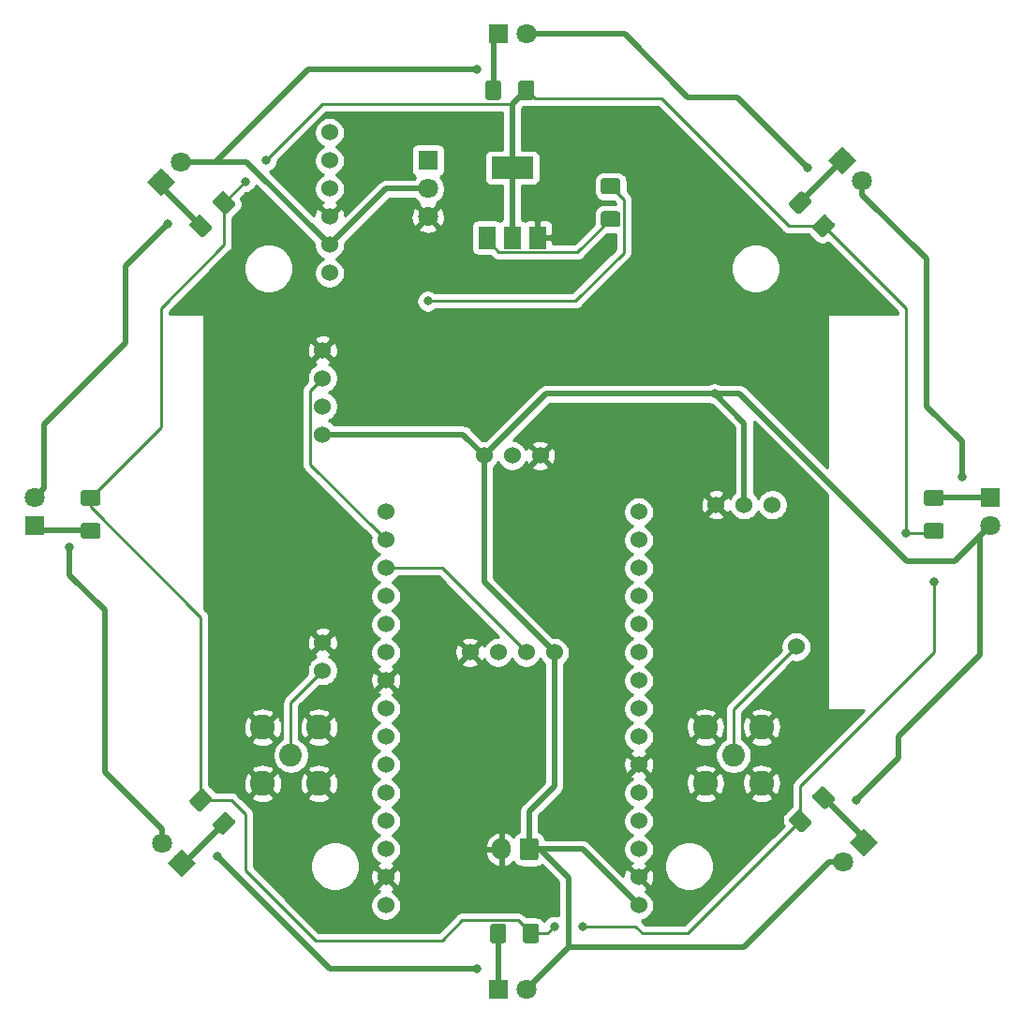
<source format=gbr>
G04 #@! TF.GenerationSoftware,KiCad,Pcbnew,(5.1.2)-1*
G04 #@! TF.CreationDate,2019-07-31T22:00:42+02:00*
G04 #@! TF.ProjectId,OpenMQTTGatewayPCB,4f70656e-4d51-4545-9447-617465776179,1*
G04 #@! TF.SameCoordinates,Original*
G04 #@! TF.FileFunction,Copper,L1,Top*
G04 #@! TF.FilePolarity,Positive*
%FSLAX46Y46*%
G04 Gerber Fmt 4.6, Leading zero omitted, Abs format (unit mm)*
G04 Created by KiCad (PCBNEW (5.1.2)-1) date 2019-07-31 22:00:42*
%MOMM*%
%LPD*%
G04 APERTURE LIST*
%ADD10C,1.524000*%
%ADD11C,2.250000*%
%ADD12C,2.050000*%
%ADD13O,1.700000X2.000000*%
%ADD14C,0.100000*%
%ADD15C,1.700000*%
%ADD16C,1.425000*%
%ADD17C,1.800000*%
%ADD18R,1.800000X1.800000*%
%ADD19R,1.500000X2.000000*%
%ADD20R,3.800000X2.000000*%
%ADD21C,0.800000*%
%ADD22C,0.500000*%
%ADD23C,0.250000*%
%ADD24C,0.254000*%
G04 APERTURE END LIST*
D10*
X85090000Y-109220000D03*
X85090000Y-106680000D03*
X85090000Y-104140000D03*
X85090000Y-101600000D03*
X85090000Y-99060000D03*
X85090000Y-96520000D03*
X85090000Y-93980000D03*
X85090000Y-91440000D03*
X85090000Y-88900000D03*
X85090000Y-86360000D03*
X85090000Y-83820000D03*
X85090000Y-81280000D03*
X85090000Y-78740000D03*
X85090000Y-76200000D03*
X85090000Y-73660000D03*
X107950000Y-109220000D03*
X107950000Y-106680000D03*
X107950000Y-104140000D03*
X107950000Y-101600000D03*
X107950000Y-99060000D03*
X107950000Y-96520000D03*
X107950000Y-93980000D03*
X107950000Y-91440000D03*
X107950000Y-88900000D03*
X107950000Y-86360000D03*
X107950000Y-83820000D03*
X107950000Y-81280000D03*
X107950000Y-78740000D03*
X107950000Y-76200000D03*
X107950000Y-73660000D03*
X79375000Y-88011000D03*
X79375000Y-85471000D03*
X79375000Y-66675000D03*
X79375000Y-64135000D03*
X79375000Y-61595000D03*
X79375000Y-59055000D03*
D11*
X113980000Y-93120000D03*
X119060000Y-93120000D03*
X119060000Y-98200000D03*
X113980000Y-98200000D03*
D12*
X116520000Y-95660000D03*
D11*
X73980000Y-93120000D03*
X79060000Y-93120000D03*
X79060000Y-98200000D03*
X73980000Y-98200000D03*
D12*
X76520000Y-95660000D03*
D10*
X122174000Y-85852000D03*
X114935000Y-73025000D03*
X117475000Y-73025000D03*
X120015000Y-73025000D03*
D13*
X95544000Y-104140000D03*
D14*
G36*
X98668504Y-103141204D02*
G01*
X98692773Y-103144804D01*
X98716571Y-103150765D01*
X98739671Y-103159030D01*
X98761849Y-103169520D01*
X98782893Y-103182133D01*
X98802598Y-103196747D01*
X98820777Y-103213223D01*
X98837253Y-103231402D01*
X98851867Y-103251107D01*
X98864480Y-103272151D01*
X98874970Y-103294329D01*
X98883235Y-103317429D01*
X98889196Y-103341227D01*
X98892796Y-103365496D01*
X98894000Y-103390000D01*
X98894000Y-104890000D01*
X98892796Y-104914504D01*
X98889196Y-104938773D01*
X98883235Y-104962571D01*
X98874970Y-104985671D01*
X98864480Y-105007849D01*
X98851867Y-105028893D01*
X98837253Y-105048598D01*
X98820777Y-105066777D01*
X98802598Y-105083253D01*
X98782893Y-105097867D01*
X98761849Y-105110480D01*
X98739671Y-105120970D01*
X98716571Y-105129235D01*
X98692773Y-105135196D01*
X98668504Y-105138796D01*
X98644000Y-105140000D01*
X97444000Y-105140000D01*
X97419496Y-105138796D01*
X97395227Y-105135196D01*
X97371429Y-105129235D01*
X97348329Y-105120970D01*
X97326151Y-105110480D01*
X97305107Y-105097867D01*
X97285402Y-105083253D01*
X97267223Y-105066777D01*
X97250747Y-105048598D01*
X97236133Y-105028893D01*
X97223520Y-105007849D01*
X97213030Y-104985671D01*
X97204765Y-104962571D01*
X97198804Y-104938773D01*
X97195204Y-104914504D01*
X97194000Y-104890000D01*
X97194000Y-103390000D01*
X97195204Y-103365496D01*
X97198804Y-103341227D01*
X97204765Y-103317429D01*
X97213030Y-103294329D01*
X97223520Y-103272151D01*
X97236133Y-103251107D01*
X97250747Y-103231402D01*
X97267223Y-103213223D01*
X97285402Y-103196747D01*
X97305107Y-103182133D01*
X97326151Y-103169520D01*
X97348329Y-103159030D01*
X97371429Y-103150765D01*
X97395227Y-103144804D01*
X97419496Y-103141204D01*
X97444000Y-103140000D01*
X98644000Y-103140000D01*
X98668504Y-103141204D01*
X98668504Y-103141204D01*
G37*
D15*
X98044000Y-104140000D03*
D14*
G36*
X98712004Y-110886204D02*
G01*
X98736273Y-110889804D01*
X98760071Y-110895765D01*
X98783171Y-110904030D01*
X98805349Y-110914520D01*
X98826393Y-110927133D01*
X98846098Y-110941747D01*
X98864277Y-110958223D01*
X98880753Y-110976402D01*
X98895367Y-110996107D01*
X98907980Y-111017151D01*
X98918470Y-111039329D01*
X98926735Y-111062429D01*
X98932696Y-111086227D01*
X98936296Y-111110496D01*
X98937500Y-111135000D01*
X98937500Y-112385000D01*
X98936296Y-112409504D01*
X98932696Y-112433773D01*
X98926735Y-112457571D01*
X98918470Y-112480671D01*
X98907980Y-112502849D01*
X98895367Y-112523893D01*
X98880753Y-112543598D01*
X98864277Y-112561777D01*
X98846098Y-112578253D01*
X98826393Y-112592867D01*
X98805349Y-112605480D01*
X98783171Y-112615970D01*
X98760071Y-112624235D01*
X98736273Y-112630196D01*
X98712004Y-112633796D01*
X98687500Y-112635000D01*
X97762500Y-112635000D01*
X97737996Y-112633796D01*
X97713727Y-112630196D01*
X97689929Y-112624235D01*
X97666829Y-112615970D01*
X97644651Y-112605480D01*
X97623607Y-112592867D01*
X97603902Y-112578253D01*
X97585723Y-112561777D01*
X97569247Y-112543598D01*
X97554633Y-112523893D01*
X97542020Y-112502849D01*
X97531530Y-112480671D01*
X97523265Y-112457571D01*
X97517304Y-112433773D01*
X97513704Y-112409504D01*
X97512500Y-112385000D01*
X97512500Y-111135000D01*
X97513704Y-111110496D01*
X97517304Y-111086227D01*
X97523265Y-111062429D01*
X97531530Y-111039329D01*
X97542020Y-111017151D01*
X97554633Y-110996107D01*
X97569247Y-110976402D01*
X97585723Y-110958223D01*
X97603902Y-110941747D01*
X97623607Y-110927133D01*
X97644651Y-110914520D01*
X97666829Y-110904030D01*
X97689929Y-110895765D01*
X97713727Y-110889804D01*
X97737996Y-110886204D01*
X97762500Y-110885000D01*
X98687500Y-110885000D01*
X98712004Y-110886204D01*
X98712004Y-110886204D01*
G37*
D16*
X98225000Y-111760000D03*
D14*
G36*
X95737004Y-110886204D02*
G01*
X95761273Y-110889804D01*
X95785071Y-110895765D01*
X95808171Y-110904030D01*
X95830349Y-110914520D01*
X95851393Y-110927133D01*
X95871098Y-110941747D01*
X95889277Y-110958223D01*
X95905753Y-110976402D01*
X95920367Y-110996107D01*
X95932980Y-111017151D01*
X95943470Y-111039329D01*
X95951735Y-111062429D01*
X95957696Y-111086227D01*
X95961296Y-111110496D01*
X95962500Y-111135000D01*
X95962500Y-112385000D01*
X95961296Y-112409504D01*
X95957696Y-112433773D01*
X95951735Y-112457571D01*
X95943470Y-112480671D01*
X95932980Y-112502849D01*
X95920367Y-112523893D01*
X95905753Y-112543598D01*
X95889277Y-112561777D01*
X95871098Y-112578253D01*
X95851393Y-112592867D01*
X95830349Y-112605480D01*
X95808171Y-112615970D01*
X95785071Y-112624235D01*
X95761273Y-112630196D01*
X95737004Y-112633796D01*
X95712500Y-112635000D01*
X94787500Y-112635000D01*
X94762996Y-112633796D01*
X94738727Y-112630196D01*
X94714929Y-112624235D01*
X94691829Y-112615970D01*
X94669651Y-112605480D01*
X94648607Y-112592867D01*
X94628902Y-112578253D01*
X94610723Y-112561777D01*
X94594247Y-112543598D01*
X94579633Y-112523893D01*
X94567020Y-112502849D01*
X94556530Y-112480671D01*
X94548265Y-112457571D01*
X94542304Y-112433773D01*
X94538704Y-112409504D01*
X94537500Y-112385000D01*
X94537500Y-111135000D01*
X94538704Y-111110496D01*
X94542304Y-111086227D01*
X94548265Y-111062429D01*
X94556530Y-111039329D01*
X94567020Y-111017151D01*
X94579633Y-110996107D01*
X94594247Y-110976402D01*
X94610723Y-110958223D01*
X94628902Y-110941747D01*
X94648607Y-110927133D01*
X94669651Y-110914520D01*
X94691829Y-110904030D01*
X94714929Y-110895765D01*
X94738727Y-110889804D01*
X94762996Y-110886204D01*
X94787500Y-110885000D01*
X95712500Y-110885000D01*
X95737004Y-110886204D01*
X95737004Y-110886204D01*
G37*
D16*
X95250000Y-111760000D03*
D17*
X97790000Y-116840000D03*
D18*
X95250000Y-116840000D03*
D10*
X80010000Y-39370000D03*
X80010000Y-41910000D03*
X80010000Y-44450000D03*
X80010000Y-46990000D03*
X80010000Y-49530000D03*
X80010000Y-52070000D03*
X99060000Y-68580000D03*
X96520000Y-68580000D03*
X93980000Y-68580000D03*
X92710000Y-86360000D03*
X95250000Y-86360000D03*
X97790000Y-86360000D03*
X100330000Y-86360000D03*
D14*
G36*
X122464599Y-100582225D02*
G01*
X122488868Y-100585825D01*
X122512666Y-100591786D01*
X122535766Y-100600051D01*
X122557944Y-100610541D01*
X122578988Y-100623154D01*
X122598693Y-100637768D01*
X122616872Y-100654244D01*
X123500756Y-101538128D01*
X123517232Y-101556307D01*
X123531846Y-101576012D01*
X123544459Y-101597056D01*
X123554949Y-101619234D01*
X123563214Y-101642334D01*
X123569175Y-101666132D01*
X123572775Y-101690401D01*
X123573979Y-101714905D01*
X123572775Y-101739409D01*
X123569175Y-101763678D01*
X123563214Y-101787476D01*
X123554949Y-101810576D01*
X123544459Y-101832754D01*
X123531846Y-101853798D01*
X123517232Y-101873503D01*
X123500756Y-101891682D01*
X122846682Y-102545756D01*
X122828503Y-102562232D01*
X122808798Y-102576846D01*
X122787754Y-102589459D01*
X122765576Y-102599949D01*
X122742476Y-102608214D01*
X122718678Y-102614175D01*
X122694409Y-102617775D01*
X122669905Y-102618979D01*
X122645401Y-102617775D01*
X122621132Y-102614175D01*
X122597334Y-102608214D01*
X122574234Y-102599949D01*
X122552056Y-102589459D01*
X122531012Y-102576846D01*
X122511307Y-102562232D01*
X122493128Y-102545756D01*
X121609244Y-101661872D01*
X121592768Y-101643693D01*
X121578154Y-101623988D01*
X121565541Y-101602944D01*
X121555051Y-101580766D01*
X121546786Y-101557666D01*
X121540825Y-101533868D01*
X121537225Y-101509599D01*
X121536021Y-101485095D01*
X121537225Y-101460591D01*
X121540825Y-101436322D01*
X121546786Y-101412524D01*
X121555051Y-101389424D01*
X121565541Y-101367246D01*
X121578154Y-101346202D01*
X121592768Y-101326497D01*
X121609244Y-101308318D01*
X122263318Y-100654244D01*
X122281497Y-100637768D01*
X122301202Y-100623154D01*
X122322246Y-100610541D01*
X122344424Y-100600051D01*
X122367524Y-100591786D01*
X122391322Y-100585825D01*
X122415591Y-100582225D01*
X122440095Y-100581021D01*
X122464599Y-100582225D01*
X122464599Y-100582225D01*
G37*
D16*
X122555000Y-101600000D03*
D14*
G36*
X124568241Y-98478583D02*
G01*
X124592510Y-98482183D01*
X124616308Y-98488144D01*
X124639408Y-98496409D01*
X124661586Y-98506899D01*
X124682630Y-98519512D01*
X124702335Y-98534126D01*
X124720514Y-98550602D01*
X125604398Y-99434486D01*
X125620874Y-99452665D01*
X125635488Y-99472370D01*
X125648101Y-99493414D01*
X125658591Y-99515592D01*
X125666856Y-99538692D01*
X125672817Y-99562490D01*
X125676417Y-99586759D01*
X125677621Y-99611263D01*
X125676417Y-99635767D01*
X125672817Y-99660036D01*
X125666856Y-99683834D01*
X125658591Y-99706934D01*
X125648101Y-99729112D01*
X125635488Y-99750156D01*
X125620874Y-99769861D01*
X125604398Y-99788040D01*
X124950324Y-100442114D01*
X124932145Y-100458590D01*
X124912440Y-100473204D01*
X124891396Y-100485817D01*
X124869218Y-100496307D01*
X124846118Y-100504572D01*
X124822320Y-100510533D01*
X124798051Y-100514133D01*
X124773547Y-100515337D01*
X124749043Y-100514133D01*
X124724774Y-100510533D01*
X124700976Y-100504572D01*
X124677876Y-100496307D01*
X124655698Y-100485817D01*
X124634654Y-100473204D01*
X124614949Y-100458590D01*
X124596770Y-100442114D01*
X123712886Y-99558230D01*
X123696410Y-99540051D01*
X123681796Y-99520346D01*
X123669183Y-99499302D01*
X123658693Y-99477124D01*
X123650428Y-99454024D01*
X123644467Y-99430226D01*
X123640867Y-99405957D01*
X123639663Y-99381453D01*
X123640867Y-99356949D01*
X123644467Y-99332680D01*
X123650428Y-99308882D01*
X123658693Y-99285782D01*
X123669183Y-99263604D01*
X123681796Y-99242560D01*
X123696410Y-99222855D01*
X123712886Y-99204676D01*
X124366960Y-98550602D01*
X124385139Y-98534126D01*
X124404844Y-98519512D01*
X124425888Y-98506899D01*
X124448066Y-98496409D01*
X124471166Y-98488144D01*
X124494964Y-98482183D01*
X124519233Y-98478583D01*
X124543737Y-98477379D01*
X124568241Y-98478583D01*
X124568241Y-98478583D01*
G37*
D16*
X124658642Y-99496358D03*
D14*
G36*
X135269504Y-74653704D02*
G01*
X135293773Y-74657304D01*
X135317571Y-74663265D01*
X135340671Y-74671530D01*
X135362849Y-74682020D01*
X135383893Y-74694633D01*
X135403598Y-74709247D01*
X135421777Y-74725723D01*
X135438253Y-74743902D01*
X135452867Y-74763607D01*
X135465480Y-74784651D01*
X135475970Y-74806829D01*
X135484235Y-74829929D01*
X135490196Y-74853727D01*
X135493796Y-74877996D01*
X135495000Y-74902500D01*
X135495000Y-75827500D01*
X135493796Y-75852004D01*
X135490196Y-75876273D01*
X135484235Y-75900071D01*
X135475970Y-75923171D01*
X135465480Y-75945349D01*
X135452867Y-75966393D01*
X135438253Y-75986098D01*
X135421777Y-76004277D01*
X135403598Y-76020753D01*
X135383893Y-76035367D01*
X135362849Y-76047980D01*
X135340671Y-76058470D01*
X135317571Y-76066735D01*
X135293773Y-76072696D01*
X135269504Y-76076296D01*
X135245000Y-76077500D01*
X133995000Y-76077500D01*
X133970496Y-76076296D01*
X133946227Y-76072696D01*
X133922429Y-76066735D01*
X133899329Y-76058470D01*
X133877151Y-76047980D01*
X133856107Y-76035367D01*
X133836402Y-76020753D01*
X133818223Y-76004277D01*
X133801747Y-75986098D01*
X133787133Y-75966393D01*
X133774520Y-75945349D01*
X133764030Y-75923171D01*
X133755765Y-75900071D01*
X133749804Y-75876273D01*
X133746204Y-75852004D01*
X133745000Y-75827500D01*
X133745000Y-74902500D01*
X133746204Y-74877996D01*
X133749804Y-74853727D01*
X133755765Y-74829929D01*
X133764030Y-74806829D01*
X133774520Y-74784651D01*
X133787133Y-74763607D01*
X133801747Y-74743902D01*
X133818223Y-74725723D01*
X133836402Y-74709247D01*
X133856107Y-74694633D01*
X133877151Y-74682020D01*
X133899329Y-74671530D01*
X133922429Y-74663265D01*
X133946227Y-74657304D01*
X133970496Y-74653704D01*
X133995000Y-74652500D01*
X135245000Y-74652500D01*
X135269504Y-74653704D01*
X135269504Y-74653704D01*
G37*
D16*
X134620000Y-75365000D03*
D14*
G36*
X135269504Y-71678704D02*
G01*
X135293773Y-71682304D01*
X135317571Y-71688265D01*
X135340671Y-71696530D01*
X135362849Y-71707020D01*
X135383893Y-71719633D01*
X135403598Y-71734247D01*
X135421777Y-71750723D01*
X135438253Y-71768902D01*
X135452867Y-71788607D01*
X135465480Y-71809651D01*
X135475970Y-71831829D01*
X135484235Y-71854929D01*
X135490196Y-71878727D01*
X135493796Y-71902996D01*
X135495000Y-71927500D01*
X135495000Y-72852500D01*
X135493796Y-72877004D01*
X135490196Y-72901273D01*
X135484235Y-72925071D01*
X135475970Y-72948171D01*
X135465480Y-72970349D01*
X135452867Y-72991393D01*
X135438253Y-73011098D01*
X135421777Y-73029277D01*
X135403598Y-73045753D01*
X135383893Y-73060367D01*
X135362849Y-73072980D01*
X135340671Y-73083470D01*
X135317571Y-73091735D01*
X135293773Y-73097696D01*
X135269504Y-73101296D01*
X135245000Y-73102500D01*
X133995000Y-73102500D01*
X133970496Y-73101296D01*
X133946227Y-73097696D01*
X133922429Y-73091735D01*
X133899329Y-73083470D01*
X133877151Y-73072980D01*
X133856107Y-73060367D01*
X133836402Y-73045753D01*
X133818223Y-73029277D01*
X133801747Y-73011098D01*
X133787133Y-72991393D01*
X133774520Y-72970349D01*
X133764030Y-72948171D01*
X133755765Y-72925071D01*
X133749804Y-72901273D01*
X133746204Y-72877004D01*
X133745000Y-72852500D01*
X133745000Y-71927500D01*
X133746204Y-71902996D01*
X133749804Y-71878727D01*
X133755765Y-71854929D01*
X133764030Y-71831829D01*
X133774520Y-71809651D01*
X133787133Y-71788607D01*
X133801747Y-71768902D01*
X133818223Y-71750723D01*
X133836402Y-71734247D01*
X133856107Y-71719633D01*
X133877151Y-71707020D01*
X133899329Y-71696530D01*
X133922429Y-71688265D01*
X133946227Y-71682304D01*
X133970496Y-71678704D01*
X133995000Y-71677500D01*
X135245000Y-71677500D01*
X135269504Y-71678704D01*
X135269504Y-71678704D01*
G37*
D16*
X134620000Y-72390000D03*
D14*
G36*
X124798051Y-46805867D02*
G01*
X124822320Y-46809467D01*
X124846118Y-46815428D01*
X124869218Y-46823693D01*
X124891396Y-46834183D01*
X124912440Y-46846796D01*
X124932145Y-46861410D01*
X124950324Y-46877886D01*
X125604398Y-47531960D01*
X125620874Y-47550139D01*
X125635488Y-47569844D01*
X125648101Y-47590888D01*
X125658591Y-47613066D01*
X125666856Y-47636166D01*
X125672817Y-47659964D01*
X125676417Y-47684233D01*
X125677621Y-47708737D01*
X125676417Y-47733241D01*
X125672817Y-47757510D01*
X125666856Y-47781308D01*
X125658591Y-47804408D01*
X125648101Y-47826586D01*
X125635488Y-47847630D01*
X125620874Y-47867335D01*
X125604398Y-47885514D01*
X124720514Y-48769398D01*
X124702335Y-48785874D01*
X124682630Y-48800488D01*
X124661586Y-48813101D01*
X124639408Y-48823591D01*
X124616308Y-48831856D01*
X124592510Y-48837817D01*
X124568241Y-48841417D01*
X124543737Y-48842621D01*
X124519233Y-48841417D01*
X124494964Y-48837817D01*
X124471166Y-48831856D01*
X124448066Y-48823591D01*
X124425888Y-48813101D01*
X124404844Y-48800488D01*
X124385139Y-48785874D01*
X124366960Y-48769398D01*
X123712886Y-48115324D01*
X123696410Y-48097145D01*
X123681796Y-48077440D01*
X123669183Y-48056396D01*
X123658693Y-48034218D01*
X123650428Y-48011118D01*
X123644467Y-47987320D01*
X123640867Y-47963051D01*
X123639663Y-47938547D01*
X123640867Y-47914043D01*
X123644467Y-47889774D01*
X123650428Y-47865976D01*
X123658693Y-47842876D01*
X123669183Y-47820698D01*
X123681796Y-47799654D01*
X123696410Y-47779949D01*
X123712886Y-47761770D01*
X124596770Y-46877886D01*
X124614949Y-46861410D01*
X124634654Y-46846796D01*
X124655698Y-46834183D01*
X124677876Y-46823693D01*
X124700976Y-46815428D01*
X124724774Y-46809467D01*
X124749043Y-46805867D01*
X124773547Y-46804663D01*
X124798051Y-46805867D01*
X124798051Y-46805867D01*
G37*
D16*
X124658642Y-47823642D03*
D14*
G36*
X122694409Y-44702225D02*
G01*
X122718678Y-44705825D01*
X122742476Y-44711786D01*
X122765576Y-44720051D01*
X122787754Y-44730541D01*
X122808798Y-44743154D01*
X122828503Y-44757768D01*
X122846682Y-44774244D01*
X123500756Y-45428318D01*
X123517232Y-45446497D01*
X123531846Y-45466202D01*
X123544459Y-45487246D01*
X123554949Y-45509424D01*
X123563214Y-45532524D01*
X123569175Y-45556322D01*
X123572775Y-45580591D01*
X123573979Y-45605095D01*
X123572775Y-45629599D01*
X123569175Y-45653868D01*
X123563214Y-45677666D01*
X123554949Y-45700766D01*
X123544459Y-45722944D01*
X123531846Y-45743988D01*
X123517232Y-45763693D01*
X123500756Y-45781872D01*
X122616872Y-46665756D01*
X122598693Y-46682232D01*
X122578988Y-46696846D01*
X122557944Y-46709459D01*
X122535766Y-46719949D01*
X122512666Y-46728214D01*
X122488868Y-46734175D01*
X122464599Y-46737775D01*
X122440095Y-46738979D01*
X122415591Y-46737775D01*
X122391322Y-46734175D01*
X122367524Y-46728214D01*
X122344424Y-46719949D01*
X122322246Y-46709459D01*
X122301202Y-46696846D01*
X122281497Y-46682232D01*
X122263318Y-46665756D01*
X121609244Y-46011682D01*
X121592768Y-45993503D01*
X121578154Y-45973798D01*
X121565541Y-45952754D01*
X121555051Y-45930576D01*
X121546786Y-45907476D01*
X121540825Y-45883678D01*
X121537225Y-45859409D01*
X121536021Y-45834905D01*
X121537225Y-45810401D01*
X121540825Y-45786132D01*
X121546786Y-45762334D01*
X121555051Y-45739234D01*
X121565541Y-45717056D01*
X121578154Y-45696012D01*
X121592768Y-45676307D01*
X121609244Y-45658128D01*
X122493128Y-44774244D01*
X122511307Y-44757768D01*
X122531012Y-44743154D01*
X122552056Y-44730541D01*
X122574234Y-44720051D01*
X122597334Y-44711786D01*
X122621132Y-44705825D01*
X122645401Y-44702225D01*
X122669905Y-44701021D01*
X122694409Y-44702225D01*
X122694409Y-44702225D01*
G37*
D16*
X122555000Y-45720000D03*
D14*
G36*
X98277004Y-34686204D02*
G01*
X98301273Y-34689804D01*
X98325071Y-34695765D01*
X98348171Y-34704030D01*
X98370349Y-34714520D01*
X98391393Y-34727133D01*
X98411098Y-34741747D01*
X98429277Y-34758223D01*
X98445753Y-34776402D01*
X98460367Y-34796107D01*
X98472980Y-34817151D01*
X98483470Y-34839329D01*
X98491735Y-34862429D01*
X98497696Y-34886227D01*
X98501296Y-34910496D01*
X98502500Y-34935000D01*
X98502500Y-36185000D01*
X98501296Y-36209504D01*
X98497696Y-36233773D01*
X98491735Y-36257571D01*
X98483470Y-36280671D01*
X98472980Y-36302849D01*
X98460367Y-36323893D01*
X98445753Y-36343598D01*
X98429277Y-36361777D01*
X98411098Y-36378253D01*
X98391393Y-36392867D01*
X98370349Y-36405480D01*
X98348171Y-36415970D01*
X98325071Y-36424235D01*
X98301273Y-36430196D01*
X98277004Y-36433796D01*
X98252500Y-36435000D01*
X97327500Y-36435000D01*
X97302996Y-36433796D01*
X97278727Y-36430196D01*
X97254929Y-36424235D01*
X97231829Y-36415970D01*
X97209651Y-36405480D01*
X97188607Y-36392867D01*
X97168902Y-36378253D01*
X97150723Y-36361777D01*
X97134247Y-36343598D01*
X97119633Y-36323893D01*
X97107020Y-36302849D01*
X97096530Y-36280671D01*
X97088265Y-36257571D01*
X97082304Y-36233773D01*
X97078704Y-36209504D01*
X97077500Y-36185000D01*
X97077500Y-34935000D01*
X97078704Y-34910496D01*
X97082304Y-34886227D01*
X97088265Y-34862429D01*
X97096530Y-34839329D01*
X97107020Y-34817151D01*
X97119633Y-34796107D01*
X97134247Y-34776402D01*
X97150723Y-34758223D01*
X97168902Y-34741747D01*
X97188607Y-34727133D01*
X97209651Y-34714520D01*
X97231829Y-34704030D01*
X97254929Y-34695765D01*
X97278727Y-34689804D01*
X97302996Y-34686204D01*
X97327500Y-34685000D01*
X98252500Y-34685000D01*
X98277004Y-34686204D01*
X98277004Y-34686204D01*
G37*
D16*
X97790000Y-35560000D03*
D14*
G36*
X95302004Y-34686204D02*
G01*
X95326273Y-34689804D01*
X95350071Y-34695765D01*
X95373171Y-34704030D01*
X95395349Y-34714520D01*
X95416393Y-34727133D01*
X95436098Y-34741747D01*
X95454277Y-34758223D01*
X95470753Y-34776402D01*
X95485367Y-34796107D01*
X95497980Y-34817151D01*
X95508470Y-34839329D01*
X95516735Y-34862429D01*
X95522696Y-34886227D01*
X95526296Y-34910496D01*
X95527500Y-34935000D01*
X95527500Y-36185000D01*
X95526296Y-36209504D01*
X95522696Y-36233773D01*
X95516735Y-36257571D01*
X95508470Y-36280671D01*
X95497980Y-36302849D01*
X95485367Y-36323893D01*
X95470753Y-36343598D01*
X95454277Y-36361777D01*
X95436098Y-36378253D01*
X95416393Y-36392867D01*
X95395349Y-36405480D01*
X95373171Y-36415970D01*
X95350071Y-36424235D01*
X95326273Y-36430196D01*
X95302004Y-36433796D01*
X95277500Y-36435000D01*
X94352500Y-36435000D01*
X94327996Y-36433796D01*
X94303727Y-36430196D01*
X94279929Y-36424235D01*
X94256829Y-36415970D01*
X94234651Y-36405480D01*
X94213607Y-36392867D01*
X94193902Y-36378253D01*
X94175723Y-36361777D01*
X94159247Y-36343598D01*
X94144633Y-36323893D01*
X94132020Y-36302849D01*
X94121530Y-36280671D01*
X94113265Y-36257571D01*
X94107304Y-36233773D01*
X94103704Y-36209504D01*
X94102500Y-36185000D01*
X94102500Y-34935000D01*
X94103704Y-34910496D01*
X94107304Y-34886227D01*
X94113265Y-34862429D01*
X94121530Y-34839329D01*
X94132020Y-34817151D01*
X94144633Y-34796107D01*
X94159247Y-34776402D01*
X94175723Y-34758223D01*
X94193902Y-34741747D01*
X94213607Y-34727133D01*
X94234651Y-34714520D01*
X94256829Y-34704030D01*
X94279929Y-34695765D01*
X94303727Y-34689804D01*
X94327996Y-34686204D01*
X94352500Y-34685000D01*
X95277500Y-34685000D01*
X95302004Y-34686204D01*
X95302004Y-34686204D01*
G37*
D16*
X94815000Y-35560000D03*
D14*
G36*
X70394599Y-44702225D02*
G01*
X70418868Y-44705825D01*
X70442666Y-44711786D01*
X70465766Y-44720051D01*
X70487944Y-44730541D01*
X70508988Y-44743154D01*
X70528693Y-44757768D01*
X70546872Y-44774244D01*
X71430756Y-45658128D01*
X71447232Y-45676307D01*
X71461846Y-45696012D01*
X71474459Y-45717056D01*
X71484949Y-45739234D01*
X71493214Y-45762334D01*
X71499175Y-45786132D01*
X71502775Y-45810401D01*
X71503979Y-45834905D01*
X71502775Y-45859409D01*
X71499175Y-45883678D01*
X71493214Y-45907476D01*
X71484949Y-45930576D01*
X71474459Y-45952754D01*
X71461846Y-45973798D01*
X71447232Y-45993503D01*
X71430756Y-46011682D01*
X70776682Y-46665756D01*
X70758503Y-46682232D01*
X70738798Y-46696846D01*
X70717754Y-46709459D01*
X70695576Y-46719949D01*
X70672476Y-46728214D01*
X70648678Y-46734175D01*
X70624409Y-46737775D01*
X70599905Y-46738979D01*
X70575401Y-46737775D01*
X70551132Y-46734175D01*
X70527334Y-46728214D01*
X70504234Y-46719949D01*
X70482056Y-46709459D01*
X70461012Y-46696846D01*
X70441307Y-46682232D01*
X70423128Y-46665756D01*
X69539244Y-45781872D01*
X69522768Y-45763693D01*
X69508154Y-45743988D01*
X69495541Y-45722944D01*
X69485051Y-45700766D01*
X69476786Y-45677666D01*
X69470825Y-45653868D01*
X69467225Y-45629599D01*
X69466021Y-45605095D01*
X69467225Y-45580591D01*
X69470825Y-45556322D01*
X69476786Y-45532524D01*
X69485051Y-45509424D01*
X69495541Y-45487246D01*
X69508154Y-45466202D01*
X69522768Y-45446497D01*
X69539244Y-45428318D01*
X70193318Y-44774244D01*
X70211497Y-44757768D01*
X70231202Y-44743154D01*
X70252246Y-44730541D01*
X70274424Y-44720051D01*
X70297524Y-44711786D01*
X70321322Y-44705825D01*
X70345591Y-44702225D01*
X70370095Y-44701021D01*
X70394599Y-44702225D01*
X70394599Y-44702225D01*
G37*
D16*
X70485000Y-45720000D03*
D14*
G36*
X68290957Y-46805867D02*
G01*
X68315226Y-46809467D01*
X68339024Y-46815428D01*
X68362124Y-46823693D01*
X68384302Y-46834183D01*
X68405346Y-46846796D01*
X68425051Y-46861410D01*
X68443230Y-46877886D01*
X69327114Y-47761770D01*
X69343590Y-47779949D01*
X69358204Y-47799654D01*
X69370817Y-47820698D01*
X69381307Y-47842876D01*
X69389572Y-47865976D01*
X69395533Y-47889774D01*
X69399133Y-47914043D01*
X69400337Y-47938547D01*
X69399133Y-47963051D01*
X69395533Y-47987320D01*
X69389572Y-48011118D01*
X69381307Y-48034218D01*
X69370817Y-48056396D01*
X69358204Y-48077440D01*
X69343590Y-48097145D01*
X69327114Y-48115324D01*
X68673040Y-48769398D01*
X68654861Y-48785874D01*
X68635156Y-48800488D01*
X68614112Y-48813101D01*
X68591934Y-48823591D01*
X68568834Y-48831856D01*
X68545036Y-48837817D01*
X68520767Y-48841417D01*
X68496263Y-48842621D01*
X68471759Y-48841417D01*
X68447490Y-48837817D01*
X68423692Y-48831856D01*
X68400592Y-48823591D01*
X68378414Y-48813101D01*
X68357370Y-48800488D01*
X68337665Y-48785874D01*
X68319486Y-48769398D01*
X67435602Y-47885514D01*
X67419126Y-47867335D01*
X67404512Y-47847630D01*
X67391899Y-47826586D01*
X67381409Y-47804408D01*
X67373144Y-47781308D01*
X67367183Y-47757510D01*
X67363583Y-47733241D01*
X67362379Y-47708737D01*
X67363583Y-47684233D01*
X67367183Y-47659964D01*
X67373144Y-47636166D01*
X67381409Y-47613066D01*
X67391899Y-47590888D01*
X67404512Y-47569844D01*
X67419126Y-47550139D01*
X67435602Y-47531960D01*
X68089676Y-46877886D01*
X68107855Y-46861410D01*
X68127560Y-46846796D01*
X68148604Y-46834183D01*
X68170782Y-46823693D01*
X68193882Y-46815428D01*
X68217680Y-46809467D01*
X68241949Y-46805867D01*
X68266453Y-46804663D01*
X68290957Y-46805867D01*
X68290957Y-46805867D01*
G37*
D16*
X68381358Y-47823642D03*
D14*
G36*
X59069504Y-71678704D02*
G01*
X59093773Y-71682304D01*
X59117571Y-71688265D01*
X59140671Y-71696530D01*
X59162849Y-71707020D01*
X59183893Y-71719633D01*
X59203598Y-71734247D01*
X59221777Y-71750723D01*
X59238253Y-71768902D01*
X59252867Y-71788607D01*
X59265480Y-71809651D01*
X59275970Y-71831829D01*
X59284235Y-71854929D01*
X59290196Y-71878727D01*
X59293796Y-71902996D01*
X59295000Y-71927500D01*
X59295000Y-72852500D01*
X59293796Y-72877004D01*
X59290196Y-72901273D01*
X59284235Y-72925071D01*
X59275970Y-72948171D01*
X59265480Y-72970349D01*
X59252867Y-72991393D01*
X59238253Y-73011098D01*
X59221777Y-73029277D01*
X59203598Y-73045753D01*
X59183893Y-73060367D01*
X59162849Y-73072980D01*
X59140671Y-73083470D01*
X59117571Y-73091735D01*
X59093773Y-73097696D01*
X59069504Y-73101296D01*
X59045000Y-73102500D01*
X57795000Y-73102500D01*
X57770496Y-73101296D01*
X57746227Y-73097696D01*
X57722429Y-73091735D01*
X57699329Y-73083470D01*
X57677151Y-73072980D01*
X57656107Y-73060367D01*
X57636402Y-73045753D01*
X57618223Y-73029277D01*
X57601747Y-73011098D01*
X57587133Y-72991393D01*
X57574520Y-72970349D01*
X57564030Y-72948171D01*
X57555765Y-72925071D01*
X57549804Y-72901273D01*
X57546204Y-72877004D01*
X57545000Y-72852500D01*
X57545000Y-71927500D01*
X57546204Y-71902996D01*
X57549804Y-71878727D01*
X57555765Y-71854929D01*
X57564030Y-71831829D01*
X57574520Y-71809651D01*
X57587133Y-71788607D01*
X57601747Y-71768902D01*
X57618223Y-71750723D01*
X57636402Y-71734247D01*
X57656107Y-71719633D01*
X57677151Y-71707020D01*
X57699329Y-71696530D01*
X57722429Y-71688265D01*
X57746227Y-71682304D01*
X57770496Y-71678704D01*
X57795000Y-71677500D01*
X59045000Y-71677500D01*
X59069504Y-71678704D01*
X59069504Y-71678704D01*
G37*
D16*
X58420000Y-72390000D03*
D14*
G36*
X59069504Y-74653704D02*
G01*
X59093773Y-74657304D01*
X59117571Y-74663265D01*
X59140671Y-74671530D01*
X59162849Y-74682020D01*
X59183893Y-74694633D01*
X59203598Y-74709247D01*
X59221777Y-74725723D01*
X59238253Y-74743902D01*
X59252867Y-74763607D01*
X59265480Y-74784651D01*
X59275970Y-74806829D01*
X59284235Y-74829929D01*
X59290196Y-74853727D01*
X59293796Y-74877996D01*
X59295000Y-74902500D01*
X59295000Y-75827500D01*
X59293796Y-75852004D01*
X59290196Y-75876273D01*
X59284235Y-75900071D01*
X59275970Y-75923171D01*
X59265480Y-75945349D01*
X59252867Y-75966393D01*
X59238253Y-75986098D01*
X59221777Y-76004277D01*
X59203598Y-76020753D01*
X59183893Y-76035367D01*
X59162849Y-76047980D01*
X59140671Y-76058470D01*
X59117571Y-76066735D01*
X59093773Y-76072696D01*
X59069504Y-76076296D01*
X59045000Y-76077500D01*
X57795000Y-76077500D01*
X57770496Y-76076296D01*
X57746227Y-76072696D01*
X57722429Y-76066735D01*
X57699329Y-76058470D01*
X57677151Y-76047980D01*
X57656107Y-76035367D01*
X57636402Y-76020753D01*
X57618223Y-76004277D01*
X57601747Y-75986098D01*
X57587133Y-75966393D01*
X57574520Y-75945349D01*
X57564030Y-75923171D01*
X57555765Y-75900071D01*
X57549804Y-75876273D01*
X57546204Y-75852004D01*
X57545000Y-75827500D01*
X57545000Y-74902500D01*
X57546204Y-74877996D01*
X57549804Y-74853727D01*
X57555765Y-74829929D01*
X57564030Y-74806829D01*
X57574520Y-74784651D01*
X57587133Y-74763607D01*
X57601747Y-74743902D01*
X57618223Y-74725723D01*
X57636402Y-74709247D01*
X57656107Y-74694633D01*
X57677151Y-74682020D01*
X57699329Y-74671530D01*
X57722429Y-74663265D01*
X57746227Y-74657304D01*
X57770496Y-74653704D01*
X57795000Y-74652500D01*
X59045000Y-74652500D01*
X59069504Y-74653704D01*
X59069504Y-74653704D01*
G37*
D16*
X58420000Y-75365000D03*
D14*
G36*
X68520767Y-98677225D02*
G01*
X68545036Y-98680825D01*
X68568834Y-98686786D01*
X68591934Y-98695051D01*
X68614112Y-98705541D01*
X68635156Y-98718154D01*
X68654861Y-98732768D01*
X68673040Y-98749244D01*
X69327114Y-99403318D01*
X69343590Y-99421497D01*
X69358204Y-99441202D01*
X69370817Y-99462246D01*
X69381307Y-99484424D01*
X69389572Y-99507524D01*
X69395533Y-99531322D01*
X69399133Y-99555591D01*
X69400337Y-99580095D01*
X69399133Y-99604599D01*
X69395533Y-99628868D01*
X69389572Y-99652666D01*
X69381307Y-99675766D01*
X69370817Y-99697944D01*
X69358204Y-99718988D01*
X69343590Y-99738693D01*
X69327114Y-99756872D01*
X68443230Y-100640756D01*
X68425051Y-100657232D01*
X68405346Y-100671846D01*
X68384302Y-100684459D01*
X68362124Y-100694949D01*
X68339024Y-100703214D01*
X68315226Y-100709175D01*
X68290957Y-100712775D01*
X68266453Y-100713979D01*
X68241949Y-100712775D01*
X68217680Y-100709175D01*
X68193882Y-100703214D01*
X68170782Y-100694949D01*
X68148604Y-100684459D01*
X68127560Y-100671846D01*
X68107855Y-100657232D01*
X68089676Y-100640756D01*
X67435602Y-99986682D01*
X67419126Y-99968503D01*
X67404512Y-99948798D01*
X67391899Y-99927754D01*
X67381409Y-99905576D01*
X67373144Y-99882476D01*
X67367183Y-99858678D01*
X67363583Y-99834409D01*
X67362379Y-99809905D01*
X67363583Y-99785401D01*
X67367183Y-99761132D01*
X67373144Y-99737334D01*
X67381409Y-99714234D01*
X67391899Y-99692056D01*
X67404512Y-99671012D01*
X67419126Y-99651307D01*
X67435602Y-99633128D01*
X68319486Y-98749244D01*
X68337665Y-98732768D01*
X68357370Y-98718154D01*
X68378414Y-98705541D01*
X68400592Y-98695051D01*
X68423692Y-98686786D01*
X68447490Y-98680825D01*
X68471759Y-98677225D01*
X68496263Y-98676021D01*
X68520767Y-98677225D01*
X68520767Y-98677225D01*
G37*
D16*
X68381358Y-99695000D03*
D14*
G36*
X70624409Y-100780867D02*
G01*
X70648678Y-100784467D01*
X70672476Y-100790428D01*
X70695576Y-100798693D01*
X70717754Y-100809183D01*
X70738798Y-100821796D01*
X70758503Y-100836410D01*
X70776682Y-100852886D01*
X71430756Y-101506960D01*
X71447232Y-101525139D01*
X71461846Y-101544844D01*
X71474459Y-101565888D01*
X71484949Y-101588066D01*
X71493214Y-101611166D01*
X71499175Y-101634964D01*
X71502775Y-101659233D01*
X71503979Y-101683737D01*
X71502775Y-101708241D01*
X71499175Y-101732510D01*
X71493214Y-101756308D01*
X71484949Y-101779408D01*
X71474459Y-101801586D01*
X71461846Y-101822630D01*
X71447232Y-101842335D01*
X71430756Y-101860514D01*
X70546872Y-102744398D01*
X70528693Y-102760874D01*
X70508988Y-102775488D01*
X70487944Y-102788101D01*
X70465766Y-102798591D01*
X70442666Y-102806856D01*
X70418868Y-102812817D01*
X70394599Y-102816417D01*
X70370095Y-102817621D01*
X70345591Y-102816417D01*
X70321322Y-102812817D01*
X70297524Y-102806856D01*
X70274424Y-102798591D01*
X70252246Y-102788101D01*
X70231202Y-102775488D01*
X70211497Y-102760874D01*
X70193318Y-102744398D01*
X69539244Y-102090324D01*
X69522768Y-102072145D01*
X69508154Y-102052440D01*
X69495541Y-102031396D01*
X69485051Y-102009218D01*
X69476786Y-101986118D01*
X69470825Y-101962320D01*
X69467225Y-101938051D01*
X69466021Y-101913547D01*
X69467225Y-101889043D01*
X69470825Y-101864774D01*
X69476786Y-101840976D01*
X69485051Y-101817876D01*
X69495541Y-101795698D01*
X69508154Y-101774654D01*
X69522768Y-101754949D01*
X69539244Y-101736770D01*
X70423128Y-100852886D01*
X70441307Y-100836410D01*
X70461012Y-100821796D01*
X70482056Y-100809183D01*
X70504234Y-100798693D01*
X70527334Y-100790428D01*
X70551132Y-100784467D01*
X70575401Y-100780867D01*
X70599905Y-100779663D01*
X70624409Y-100780867D01*
X70624409Y-100780867D01*
G37*
D16*
X70485000Y-101798642D03*
D14*
G36*
X106059504Y-46496204D02*
G01*
X106083773Y-46499804D01*
X106107571Y-46505765D01*
X106130671Y-46514030D01*
X106152849Y-46524520D01*
X106173893Y-46537133D01*
X106193598Y-46551747D01*
X106211777Y-46568223D01*
X106228253Y-46586402D01*
X106242867Y-46606107D01*
X106255480Y-46627151D01*
X106265970Y-46649329D01*
X106274235Y-46672429D01*
X106280196Y-46696227D01*
X106283796Y-46720496D01*
X106285000Y-46745000D01*
X106285000Y-47670000D01*
X106283796Y-47694504D01*
X106280196Y-47718773D01*
X106274235Y-47742571D01*
X106265970Y-47765671D01*
X106255480Y-47787849D01*
X106242867Y-47808893D01*
X106228253Y-47828598D01*
X106211777Y-47846777D01*
X106193598Y-47863253D01*
X106173893Y-47877867D01*
X106152849Y-47890480D01*
X106130671Y-47900970D01*
X106107571Y-47909235D01*
X106083773Y-47915196D01*
X106059504Y-47918796D01*
X106035000Y-47920000D01*
X104785000Y-47920000D01*
X104760496Y-47918796D01*
X104736227Y-47915196D01*
X104712429Y-47909235D01*
X104689329Y-47900970D01*
X104667151Y-47890480D01*
X104646107Y-47877867D01*
X104626402Y-47863253D01*
X104608223Y-47846777D01*
X104591747Y-47828598D01*
X104577133Y-47808893D01*
X104564520Y-47787849D01*
X104554030Y-47765671D01*
X104545765Y-47742571D01*
X104539804Y-47718773D01*
X104536204Y-47694504D01*
X104535000Y-47670000D01*
X104535000Y-46745000D01*
X104536204Y-46720496D01*
X104539804Y-46696227D01*
X104545765Y-46672429D01*
X104554030Y-46649329D01*
X104564520Y-46627151D01*
X104577133Y-46606107D01*
X104591747Y-46586402D01*
X104608223Y-46568223D01*
X104626402Y-46551747D01*
X104646107Y-46537133D01*
X104667151Y-46524520D01*
X104689329Y-46514030D01*
X104712429Y-46505765D01*
X104736227Y-46499804D01*
X104760496Y-46496204D01*
X104785000Y-46495000D01*
X106035000Y-46495000D01*
X106059504Y-46496204D01*
X106059504Y-46496204D01*
G37*
D16*
X105410000Y-47207500D03*
D14*
G36*
X106059504Y-43521204D02*
G01*
X106083773Y-43524804D01*
X106107571Y-43530765D01*
X106130671Y-43539030D01*
X106152849Y-43549520D01*
X106173893Y-43562133D01*
X106193598Y-43576747D01*
X106211777Y-43593223D01*
X106228253Y-43611402D01*
X106242867Y-43631107D01*
X106255480Y-43652151D01*
X106265970Y-43674329D01*
X106274235Y-43697429D01*
X106280196Y-43721227D01*
X106283796Y-43745496D01*
X106285000Y-43770000D01*
X106285000Y-44695000D01*
X106283796Y-44719504D01*
X106280196Y-44743773D01*
X106274235Y-44767571D01*
X106265970Y-44790671D01*
X106255480Y-44812849D01*
X106242867Y-44833893D01*
X106228253Y-44853598D01*
X106211777Y-44871777D01*
X106193598Y-44888253D01*
X106173893Y-44902867D01*
X106152849Y-44915480D01*
X106130671Y-44925970D01*
X106107571Y-44934235D01*
X106083773Y-44940196D01*
X106059504Y-44943796D01*
X106035000Y-44945000D01*
X104785000Y-44945000D01*
X104760496Y-44943796D01*
X104736227Y-44940196D01*
X104712429Y-44934235D01*
X104689329Y-44925970D01*
X104667151Y-44915480D01*
X104646107Y-44902867D01*
X104626402Y-44888253D01*
X104608223Y-44871777D01*
X104591747Y-44853598D01*
X104577133Y-44833893D01*
X104564520Y-44812849D01*
X104554030Y-44790671D01*
X104545765Y-44767571D01*
X104539804Y-44743773D01*
X104536204Y-44719504D01*
X104535000Y-44695000D01*
X104535000Y-43770000D01*
X104536204Y-43745496D01*
X104539804Y-43721227D01*
X104545765Y-43697429D01*
X104554030Y-43674329D01*
X104564520Y-43652151D01*
X104577133Y-43631107D01*
X104591747Y-43611402D01*
X104608223Y-43593223D01*
X104626402Y-43576747D01*
X104646107Y-43562133D01*
X104667151Y-43549520D01*
X104689329Y-43539030D01*
X104712429Y-43530765D01*
X104736227Y-43524804D01*
X104760496Y-43521204D01*
X104785000Y-43520000D01*
X106035000Y-43520000D01*
X106059504Y-43521204D01*
X106059504Y-43521204D01*
G37*
D16*
X105410000Y-44232500D03*
D19*
X94220000Y-48870000D03*
X98820000Y-48870000D03*
X96520000Y-48870000D03*
D20*
X96520000Y-42570000D03*
D17*
X126473949Y-105301051D03*
X128270000Y-103505000D03*
D14*
G36*
X128270000Y-102232208D02*
G01*
X129542792Y-103505000D01*
X128270000Y-104777792D01*
X126997208Y-103505000D01*
X128270000Y-102232208D01*
X128270000Y-102232208D01*
G37*
D17*
X139700000Y-74930000D03*
D18*
X139700000Y-72390000D03*
D17*
X128161051Y-43706051D03*
X126365000Y-41910000D03*
D14*
G36*
X125092208Y-41910000D02*
G01*
X126365000Y-40637208D01*
X127637792Y-41910000D01*
X126365000Y-43182792D01*
X125092208Y-41910000D01*
X125092208Y-41910000D01*
G37*
D17*
X97790000Y-30480000D03*
D18*
X95250000Y-30480000D03*
D17*
X66566051Y-42018949D03*
X64770000Y-43815000D03*
D14*
G36*
X64770000Y-45087792D02*
G01*
X63497208Y-43815000D01*
X64770000Y-42542208D01*
X66042792Y-43815000D01*
X64770000Y-45087792D01*
X64770000Y-45087792D01*
G37*
D17*
X53340000Y-72390000D03*
D18*
X53340000Y-74930000D03*
D17*
X64878949Y-103613949D03*
X66675000Y-105410000D03*
D14*
G36*
X67947792Y-105410000D02*
G01*
X66675000Y-106682792D01*
X65402208Y-105410000D01*
X66675000Y-104137208D01*
X67947792Y-105410000D01*
X67947792Y-105410000D01*
G37*
D17*
X88900000Y-46990000D03*
X88900000Y-44450000D03*
D18*
X88900000Y-41910000D03*
D21*
X123190000Y-42545000D03*
X137160000Y-70485000D03*
X127635000Y-99695000D03*
X93345000Y-114935000D03*
X69850000Y-104775000D03*
X56515000Y-76835000D03*
X65405000Y-47625000D03*
X93345000Y-33655000D03*
X114808000Y-62992000D03*
X93980000Y-59055000D03*
X100330000Y-59055000D03*
X106680000Y-59055000D03*
X112395000Y-59055000D03*
X112395000Y-53975000D03*
X73025000Y-61595000D03*
X73025000Y-67945000D03*
X73025000Y-73660000D03*
X73025000Y-78740000D03*
X73025000Y-83185000D03*
X73025000Y-87630000D03*
X88900000Y-107315000D03*
X93345000Y-107315000D03*
X114300000Y-78105000D03*
X104140000Y-67945000D03*
X110490000Y-67945000D03*
X92075000Y-39370000D03*
X100965000Y-39370000D03*
X118110000Y-59055000D03*
X89535000Y-92075000D03*
X104140000Y-96520000D03*
X95250000Y-96520000D03*
X104140000Y-86360000D03*
X116205000Y-102235000D03*
X86995000Y-51435000D03*
X112395000Y-50165000D03*
X112395000Y-45720000D03*
X114300000Y-82550000D03*
X100330000Y-111125000D03*
X102870000Y-111125000D03*
X134620000Y-80010000D03*
X132080000Y-75565000D03*
X72390000Y-43815000D03*
X74295000Y-41910000D03*
X88900000Y-54610000D03*
D22*
X66873642Y-105410000D02*
X66675000Y-105410000D01*
X70485000Y-101798642D02*
X66873642Y-105410000D01*
X53775000Y-75365000D02*
X53340000Y-74930000D01*
X58420000Y-75365000D02*
X53775000Y-75365000D01*
X64770000Y-44212284D02*
X64770000Y-43815000D01*
X68381358Y-47823642D02*
X64770000Y-44212284D01*
X94815000Y-30915000D02*
X95250000Y-30480000D01*
X94815000Y-35560000D02*
X94815000Y-30915000D01*
X122555000Y-45720000D02*
X123244429Y-45030571D01*
X123244429Y-45030571D02*
X126365000Y-41910000D01*
X134620000Y-72390000D02*
X139700000Y-72390000D01*
X128270000Y-103107716D02*
X128270000Y-103505000D01*
X124658642Y-99496358D02*
X128270000Y-103107716D01*
X97790000Y-30480000D02*
X106680000Y-30480000D01*
X106680000Y-30480000D02*
X112395000Y-36195000D01*
X119380000Y-38735000D02*
X123190000Y-42545000D01*
X116840000Y-36195000D02*
X119380000Y-38735000D01*
X112395000Y-36195000D02*
X116840000Y-36195000D01*
X128161051Y-44978843D02*
X133985000Y-50802792D01*
X128161051Y-43706051D02*
X128161051Y-44978843D01*
X133985000Y-50802792D02*
X133985000Y-64135000D01*
X133985000Y-64135000D02*
X137160000Y-67310000D01*
X137160000Y-67310000D02*
X137160000Y-70485000D01*
X138800001Y-75829999D02*
X138800001Y-86624999D01*
X139700000Y-74930000D02*
X138800001Y-75829999D01*
X138800001Y-86624999D02*
X131445000Y-93980000D01*
X131445000Y-93980000D02*
X131445000Y-95885000D01*
X131445000Y-95885000D02*
X127635000Y-99695000D01*
X125201157Y-105301051D02*
X117472208Y-113030000D01*
X126473949Y-105301051D02*
X125201157Y-105301051D01*
X101600000Y-113030000D02*
X97790000Y-116840000D01*
X117472208Y-113030000D02*
X101600000Y-113030000D01*
X64878949Y-102341157D02*
X59690000Y-97152208D01*
X64878949Y-103613949D02*
X64878949Y-102341157D01*
X59690000Y-97152208D02*
X59690000Y-82550000D01*
X59690000Y-82550000D02*
X56515000Y-79375000D01*
X56515000Y-79375000D02*
X56515000Y-76835000D01*
X54239999Y-71490001D02*
X54239999Y-65775001D01*
X53340000Y-72390000D02*
X54239999Y-71490001D01*
X54239999Y-65775001D02*
X61595000Y-58420000D01*
X61595000Y-58420000D02*
X61595000Y-51435000D01*
X61595000Y-51435000D02*
X65405000Y-47625000D01*
X66566051Y-42018949D02*
X69741051Y-42018949D01*
X78105000Y-33655000D02*
X93345000Y-33655000D01*
X69741051Y-42018949D02*
X78105000Y-33655000D01*
X72498949Y-42018949D02*
X66566051Y-42018949D01*
X80010000Y-49530000D02*
X72498949Y-42018949D01*
X102870000Y-104140000D02*
X107950000Y-109220000D01*
X98044000Y-104140000D02*
X102870000Y-104140000D01*
X101600000Y-106746000D02*
X101600000Y-113030000D01*
X98994000Y-104140000D02*
X101600000Y-106746000D01*
X98044000Y-104140000D02*
X98994000Y-104140000D01*
X93980000Y-80010000D02*
X100330000Y-86360000D01*
X93980000Y-68580000D02*
X93980000Y-80010000D01*
X98044000Y-100711000D02*
X98044000Y-104140000D01*
X100330000Y-86360000D02*
X100330000Y-98425000D01*
X100330000Y-98425000D02*
X98044000Y-100711000D01*
X85090000Y-44450000D02*
X88900000Y-44450000D01*
X80010000Y-49530000D02*
X85090000Y-44450000D01*
X93980000Y-68580000D02*
X99568000Y-62992000D01*
X99568000Y-62992000D02*
X114808000Y-62992000D01*
X115316000Y-62992000D02*
X117066000Y-62992000D01*
X132179000Y-78105000D02*
X136525000Y-78105000D01*
X136525000Y-78105000D02*
X139700000Y-74930000D01*
X117066000Y-62992000D02*
X132179000Y-78105000D01*
X114808000Y-62992000D02*
X115316000Y-62992000D01*
X117475000Y-65659000D02*
X114808000Y-62992000D01*
X117475000Y-73025000D02*
X117475000Y-65659000D01*
X92075000Y-66675000D02*
X79375000Y-66675000D01*
X93980000Y-68580000D02*
X92075000Y-66675000D01*
X93345000Y-114935000D02*
X80010000Y-114935000D01*
X80010000Y-114935000D02*
X69850000Y-104775000D01*
D23*
X94220000Y-49120000D02*
X94220000Y-48870000D01*
X95295001Y-50195001D02*
X94220000Y-49120000D01*
X102422499Y-50195001D02*
X95295001Y-50195001D01*
X105410000Y-47207500D02*
X102422499Y-50195001D01*
D22*
X96520000Y-36830000D02*
X97790000Y-35560000D01*
X96520000Y-42570000D02*
X96520000Y-36830000D01*
D23*
X70485000Y-45720000D02*
X70485000Y-49530000D01*
X70485000Y-49530000D02*
X64770000Y-55245000D01*
X64770000Y-66040000D02*
X58420000Y-72390000D01*
X64770000Y-55245000D02*
X64770000Y-66040000D01*
X68381358Y-98605332D02*
X68381358Y-99695000D01*
X68381358Y-83163858D02*
X68381358Y-98605332D01*
X58420000Y-73202500D02*
X68381358Y-83163858D01*
X58420000Y-72390000D02*
X58420000Y-73202500D01*
X98225000Y-111760000D02*
X99695000Y-111760000D01*
X99695000Y-111760000D02*
X100330000Y-111125000D01*
X107653762Y-111125000D02*
X108288762Y-111760000D01*
X102870000Y-111125000D02*
X107653762Y-111125000D01*
X112395000Y-111760000D02*
X122555000Y-101600000D01*
X108288762Y-111760000D02*
X112395000Y-111760000D01*
X122555000Y-101600000D02*
X122555000Y-98425000D01*
X122555000Y-98425000D02*
X134620000Y-86360000D01*
X134620000Y-86360000D02*
X134620000Y-80010000D01*
X134420000Y-75565000D02*
X134620000Y-75365000D01*
X132080000Y-75565000D02*
X134420000Y-75565000D01*
X132080000Y-55245000D02*
X124658642Y-47823642D01*
X132080000Y-75565000D02*
X132080000Y-55245000D01*
X70485000Y-45720000D02*
X72390000Y-43815000D01*
X79375000Y-36830000D02*
X96520000Y-36830000D01*
X74295000Y-41910000D02*
X79375000Y-36830000D01*
X98561347Y-36331347D02*
X109991347Y-36331347D01*
X97790000Y-35560000D02*
X98561347Y-36331347D01*
X121483642Y-47823642D02*
X124658642Y-47823642D01*
X109991347Y-36331347D02*
X121483642Y-47823642D01*
D22*
X96520000Y-48870000D02*
X96520000Y-42570000D01*
D23*
X97453653Y-110988653D02*
X98225000Y-111760000D01*
X92005010Y-110559990D02*
X97024990Y-110559990D01*
X71120000Y-99695000D02*
X72390000Y-100965000D01*
X97024990Y-110559990D02*
X97453653Y-110988653D01*
X68381358Y-99695000D02*
X71120000Y-99695000D01*
X72390000Y-100965000D02*
X72390000Y-106045000D01*
X72390000Y-106045000D02*
X78740000Y-112395000D01*
X78740000Y-112395000D02*
X90170000Y-112395000D01*
X90170000Y-112395000D02*
X92005010Y-110559990D01*
X106181347Y-45003847D02*
X105410000Y-44232500D01*
X106610010Y-45432510D02*
X106181347Y-45003847D01*
X106610010Y-50234990D02*
X106610010Y-45432510D01*
X102235000Y-54610000D02*
X106610010Y-50234990D01*
X88900000Y-54610000D02*
X102235000Y-54610000D01*
X84328001Y-75438001D02*
X85090000Y-76200000D01*
X78287999Y-69397999D02*
X84328001Y-75438001D01*
X78287999Y-62682001D02*
X78287999Y-69397999D01*
X79375000Y-61595000D02*
X78287999Y-62682001D01*
X90170000Y-78740000D02*
X85090000Y-78740000D01*
X97790000Y-86360000D02*
X90170000Y-78740000D01*
D22*
X95250000Y-111760000D02*
X95250000Y-116840000D01*
D23*
X76520000Y-90866000D02*
X79375000Y-88011000D01*
X76520000Y-95660000D02*
X76520000Y-90866000D01*
X116520000Y-91506000D02*
X122174000Y-85852000D01*
X116520000Y-95660000D02*
X116520000Y-91506000D01*
D24*
G36*
X98412361Y-37080350D02*
G01*
X98524014Y-37091347D01*
X98524023Y-37091347D01*
X98561346Y-37095023D01*
X98598669Y-37091347D01*
X109676546Y-37091347D01*
X120919847Y-48334650D01*
X120943641Y-48363643D01*
X120972634Y-48387437D01*
X120972638Y-48387441D01*
X121035656Y-48439158D01*
X121059366Y-48458616D01*
X121191395Y-48529188D01*
X121334656Y-48572645D01*
X121446309Y-48583642D01*
X121446318Y-48583642D01*
X121483641Y-48587318D01*
X121520964Y-48583642D01*
X123278834Y-48583642D01*
X123915775Y-49220583D01*
X124050351Y-49331026D01*
X124203887Y-49413093D01*
X124370483Y-49463629D01*
X124543737Y-49480693D01*
X124716991Y-49463629D01*
X124883587Y-49413093D01*
X125037123Y-49331026D01*
X125066838Y-49306639D01*
X131320001Y-55559803D01*
X131320001Y-55753000D01*
X125095000Y-55753000D01*
X125070224Y-55755440D01*
X125046399Y-55762667D01*
X125024443Y-55774403D01*
X125005197Y-55790197D01*
X124989403Y-55809443D01*
X124977667Y-55831399D01*
X124970440Y-55855224D01*
X124968000Y-55880000D01*
X124968000Y-69642422D01*
X117722534Y-62396956D01*
X117694817Y-62363183D01*
X117560059Y-62252589D01*
X117406313Y-62170411D01*
X117239490Y-62119805D01*
X117109477Y-62107000D01*
X117109469Y-62107000D01*
X117066000Y-62102719D01*
X117022531Y-62107000D01*
X115346454Y-62107000D01*
X115298256Y-62074795D01*
X115109898Y-61996774D01*
X114909939Y-61957000D01*
X114706061Y-61957000D01*
X114506102Y-61996774D01*
X114317744Y-62074795D01*
X114269546Y-62107000D01*
X99611465Y-62107000D01*
X99567999Y-62102719D01*
X99524533Y-62107000D01*
X99524523Y-62107000D01*
X99394510Y-62119805D01*
X99227687Y-62170411D01*
X99073941Y-62252589D01*
X99073939Y-62252590D01*
X99073940Y-62252590D01*
X98972953Y-62335468D01*
X98972951Y-62335470D01*
X98939183Y-62363183D01*
X98911470Y-62396951D01*
X94124123Y-67184299D01*
X94117592Y-67183000D01*
X93842408Y-67183000D01*
X93835878Y-67184299D01*
X92731534Y-66079956D01*
X92703817Y-66046183D01*
X92569059Y-65935589D01*
X92415313Y-65853411D01*
X92248490Y-65802805D01*
X92118477Y-65790000D01*
X92118469Y-65790000D01*
X92075000Y-65785719D01*
X92031531Y-65790000D01*
X80463818Y-65790000D01*
X80460120Y-65784465D01*
X80265535Y-65589880D01*
X80036727Y-65436995D01*
X79959485Y-65405000D01*
X80036727Y-65373005D01*
X80265535Y-65220120D01*
X80460120Y-65025535D01*
X80613005Y-64796727D01*
X80718314Y-64542490D01*
X80772000Y-64272592D01*
X80772000Y-63997408D01*
X80718314Y-63727510D01*
X80613005Y-63473273D01*
X80460120Y-63244465D01*
X80265535Y-63049880D01*
X80036727Y-62896995D01*
X79959485Y-62865000D01*
X80036727Y-62833005D01*
X80265535Y-62680120D01*
X80460120Y-62485535D01*
X80613005Y-62256727D01*
X80718314Y-62002490D01*
X80772000Y-61732592D01*
X80772000Y-61457408D01*
X80718314Y-61187510D01*
X80613005Y-60933273D01*
X80460120Y-60704465D01*
X80265535Y-60509880D01*
X80036727Y-60356995D01*
X79965057Y-60327308D01*
X79978023Y-60322636D01*
X80093980Y-60260656D01*
X80160960Y-60020565D01*
X79375000Y-59234605D01*
X78589040Y-60020565D01*
X78656020Y-60260656D01*
X78791760Y-60324485D01*
X78713273Y-60356995D01*
X78484465Y-60509880D01*
X78289880Y-60704465D01*
X78136995Y-60933273D01*
X78031686Y-61187510D01*
X77978000Y-61457408D01*
X77978000Y-61732592D01*
X78008628Y-61886571D01*
X77777001Y-62118197D01*
X77747998Y-62142000D01*
X77692870Y-62209175D01*
X77653025Y-62257725D01*
X77613203Y-62332226D01*
X77582453Y-62389755D01*
X77538996Y-62533016D01*
X77527999Y-62644669D01*
X77527999Y-62644679D01*
X77524323Y-62682001D01*
X77527999Y-62719324D01*
X77528000Y-69360667D01*
X77524323Y-69397999D01*
X77538997Y-69546984D01*
X77582453Y-69690245D01*
X77653025Y-69822275D01*
X77719075Y-69902756D01*
X77747999Y-69938000D01*
X77776997Y-69961798D01*
X83723628Y-75908430D01*
X83693000Y-76062408D01*
X83693000Y-76337592D01*
X83746686Y-76607490D01*
X83851995Y-76861727D01*
X84004880Y-77090535D01*
X84199465Y-77285120D01*
X84428273Y-77438005D01*
X84505515Y-77470000D01*
X84428273Y-77501995D01*
X84199465Y-77654880D01*
X84004880Y-77849465D01*
X83851995Y-78078273D01*
X83746686Y-78332510D01*
X83693000Y-78602408D01*
X83693000Y-78877592D01*
X83746686Y-79147490D01*
X83851995Y-79401727D01*
X84004880Y-79630535D01*
X84199465Y-79825120D01*
X84428273Y-79978005D01*
X84505515Y-80010000D01*
X84428273Y-80041995D01*
X84199465Y-80194880D01*
X84004880Y-80389465D01*
X83851995Y-80618273D01*
X83746686Y-80872510D01*
X83693000Y-81142408D01*
X83693000Y-81417592D01*
X83746686Y-81687490D01*
X83851995Y-81941727D01*
X84004880Y-82170535D01*
X84199465Y-82365120D01*
X84428273Y-82518005D01*
X84505515Y-82550000D01*
X84428273Y-82581995D01*
X84199465Y-82734880D01*
X84004880Y-82929465D01*
X83851995Y-83158273D01*
X83746686Y-83412510D01*
X83693000Y-83682408D01*
X83693000Y-83957592D01*
X83746686Y-84227490D01*
X83851995Y-84481727D01*
X84004880Y-84710535D01*
X84199465Y-84905120D01*
X84428273Y-85058005D01*
X84505515Y-85090000D01*
X84428273Y-85121995D01*
X84199465Y-85274880D01*
X84004880Y-85469465D01*
X83851995Y-85698273D01*
X83746686Y-85952510D01*
X83693000Y-86222408D01*
X83693000Y-86497592D01*
X83746686Y-86767490D01*
X83851995Y-87021727D01*
X84004880Y-87250535D01*
X84199465Y-87445120D01*
X84428273Y-87598005D01*
X84499943Y-87627692D01*
X84486977Y-87632364D01*
X84371020Y-87694344D01*
X84304040Y-87934435D01*
X85090000Y-88720395D01*
X85875960Y-87934435D01*
X85808980Y-87694344D01*
X85673240Y-87630515D01*
X85751727Y-87598005D01*
X85980535Y-87445120D01*
X86100090Y-87325565D01*
X91924040Y-87325565D01*
X91991020Y-87565656D01*
X92240048Y-87682756D01*
X92507135Y-87749023D01*
X92782017Y-87761910D01*
X93054133Y-87720922D01*
X93313023Y-87627636D01*
X93428980Y-87565656D01*
X93495960Y-87325565D01*
X92710000Y-86539605D01*
X91924040Y-87325565D01*
X86100090Y-87325565D01*
X86175120Y-87250535D01*
X86328005Y-87021727D01*
X86433314Y-86767490D01*
X86487000Y-86497592D01*
X86487000Y-86432017D01*
X91308090Y-86432017D01*
X91349078Y-86704133D01*
X91442364Y-86963023D01*
X91504344Y-87078980D01*
X91744435Y-87145960D01*
X92530395Y-86360000D01*
X91744435Y-85574040D01*
X91504344Y-85641020D01*
X91387244Y-85890048D01*
X91320977Y-86157135D01*
X91308090Y-86432017D01*
X86487000Y-86432017D01*
X86487000Y-86222408D01*
X86433314Y-85952510D01*
X86328005Y-85698273D01*
X86175120Y-85469465D01*
X86100090Y-85394435D01*
X91924040Y-85394435D01*
X92710000Y-86180395D01*
X93495960Y-85394435D01*
X93428980Y-85154344D01*
X93179952Y-85037244D01*
X92912865Y-84970977D01*
X92637983Y-84958090D01*
X92365867Y-84999078D01*
X92106977Y-85092364D01*
X91991020Y-85154344D01*
X91924040Y-85394435D01*
X86100090Y-85394435D01*
X85980535Y-85274880D01*
X85751727Y-85121995D01*
X85674485Y-85090000D01*
X85751727Y-85058005D01*
X85980535Y-84905120D01*
X86175120Y-84710535D01*
X86328005Y-84481727D01*
X86433314Y-84227490D01*
X86487000Y-83957592D01*
X86487000Y-83682408D01*
X86433314Y-83412510D01*
X86328005Y-83158273D01*
X86175120Y-82929465D01*
X85980535Y-82734880D01*
X85751727Y-82581995D01*
X85674485Y-82550000D01*
X85751727Y-82518005D01*
X85980535Y-82365120D01*
X86175120Y-82170535D01*
X86328005Y-81941727D01*
X86433314Y-81687490D01*
X86487000Y-81417592D01*
X86487000Y-81142408D01*
X86433314Y-80872510D01*
X86328005Y-80618273D01*
X86175120Y-80389465D01*
X85980535Y-80194880D01*
X85751727Y-80041995D01*
X85674485Y-80010000D01*
X85751727Y-79978005D01*
X85980535Y-79825120D01*
X86175120Y-79630535D01*
X86262341Y-79500000D01*
X89855199Y-79500000D01*
X95318198Y-84963000D01*
X95112408Y-84963000D01*
X94842510Y-85016686D01*
X94588273Y-85121995D01*
X94359465Y-85274880D01*
X94164880Y-85469465D01*
X94011995Y-85698273D01*
X93982308Y-85769943D01*
X93977636Y-85756977D01*
X93915656Y-85641020D01*
X93675565Y-85574040D01*
X92889605Y-86360000D01*
X93675565Y-87145960D01*
X93915656Y-87078980D01*
X93979485Y-86943240D01*
X94011995Y-87021727D01*
X94164880Y-87250535D01*
X94359465Y-87445120D01*
X94588273Y-87598005D01*
X94842510Y-87703314D01*
X95112408Y-87757000D01*
X95387592Y-87757000D01*
X95657490Y-87703314D01*
X95911727Y-87598005D01*
X96140535Y-87445120D01*
X96335120Y-87250535D01*
X96488005Y-87021727D01*
X96520000Y-86944485D01*
X96551995Y-87021727D01*
X96704880Y-87250535D01*
X96899465Y-87445120D01*
X97128273Y-87598005D01*
X97382510Y-87703314D01*
X97652408Y-87757000D01*
X97927592Y-87757000D01*
X98197490Y-87703314D01*
X98451727Y-87598005D01*
X98680535Y-87445120D01*
X98875120Y-87250535D01*
X99028005Y-87021727D01*
X99060000Y-86944485D01*
X99091995Y-87021727D01*
X99244880Y-87250535D01*
X99439465Y-87445120D01*
X99445000Y-87448818D01*
X99445001Y-98058420D01*
X97448956Y-100054466D01*
X97415183Y-100082183D01*
X97304589Y-100216942D01*
X97222411Y-100370688D01*
X97187157Y-100486904D01*
X97171805Y-100537510D01*
X97171488Y-100540725D01*
X97159000Y-100667524D01*
X97159000Y-100667531D01*
X97154719Y-100711000D01*
X97159000Y-100754469D01*
X97159001Y-102552889D01*
X97104150Y-102569528D01*
X96950614Y-102651595D01*
X96816038Y-102762038D01*
X96705595Y-102896614D01*
X96651086Y-102998593D01*
X96650802Y-102998205D01*
X96436046Y-102801336D01*
X96187009Y-102650146D01*
X95913261Y-102550446D01*
X95900890Y-102548524D01*
X95671000Y-102669845D01*
X95671000Y-104013000D01*
X95691000Y-104013000D01*
X95691000Y-104267000D01*
X95671000Y-104267000D01*
X95671000Y-105610155D01*
X95900890Y-105731476D01*
X95913261Y-105729554D01*
X96187009Y-105629854D01*
X96436046Y-105478664D01*
X96650802Y-105281795D01*
X96651086Y-105281407D01*
X96705595Y-105383386D01*
X96816038Y-105517962D01*
X96950614Y-105628405D01*
X97104150Y-105710472D01*
X97270746Y-105761008D01*
X97444000Y-105778072D01*
X98644000Y-105778072D01*
X98817254Y-105761008D01*
X98983850Y-105710472D01*
X99137386Y-105628405D01*
X99188708Y-105586286D01*
X100715000Y-107112579D01*
X100715001Y-110164196D01*
X100631898Y-110129774D01*
X100431939Y-110090000D01*
X100228061Y-110090000D01*
X100028102Y-110129774D01*
X99839744Y-110207795D01*
X99670226Y-110321063D01*
X99526063Y-110465226D01*
X99416148Y-110629725D01*
X99315462Y-110507038D01*
X99180886Y-110396595D01*
X99027350Y-110314528D01*
X98860754Y-110263992D01*
X98687500Y-110246928D01*
X97786729Y-110246928D01*
X97588794Y-110048993D01*
X97564991Y-110019989D01*
X97449266Y-109925016D01*
X97317237Y-109854444D01*
X97173976Y-109810987D01*
X97062323Y-109799990D01*
X97062312Y-109799990D01*
X97024990Y-109796314D01*
X96987668Y-109799990D01*
X92042332Y-109799990D01*
X92005009Y-109796314D01*
X91967686Y-109799990D01*
X91967677Y-109799990D01*
X91856024Y-109810987D01*
X91731313Y-109848817D01*
X91712763Y-109854444D01*
X91580733Y-109925016D01*
X91497093Y-109993658D01*
X91465009Y-110019989D01*
X91441211Y-110048987D01*
X89855199Y-111635000D01*
X79054802Y-111635000D01*
X76502210Y-109082408D01*
X83693000Y-109082408D01*
X83693000Y-109357592D01*
X83746686Y-109627490D01*
X83851995Y-109881727D01*
X84004880Y-110110535D01*
X84199465Y-110305120D01*
X84428273Y-110458005D01*
X84682510Y-110563314D01*
X84952408Y-110617000D01*
X85227592Y-110617000D01*
X85497490Y-110563314D01*
X85751727Y-110458005D01*
X85980535Y-110305120D01*
X86175120Y-110110535D01*
X86328005Y-109881727D01*
X86433314Y-109627490D01*
X86487000Y-109357592D01*
X86487000Y-109082408D01*
X86433314Y-108812510D01*
X86328005Y-108558273D01*
X86175120Y-108329465D01*
X85980535Y-108134880D01*
X85751727Y-107981995D01*
X85680057Y-107952308D01*
X85693023Y-107947636D01*
X85808980Y-107885656D01*
X85875960Y-107645565D01*
X85090000Y-106859605D01*
X84304040Y-107645565D01*
X84371020Y-107885656D01*
X84506760Y-107949485D01*
X84428273Y-107981995D01*
X84199465Y-108134880D01*
X84004880Y-108329465D01*
X83851995Y-108558273D01*
X83746686Y-108812510D01*
X83693000Y-109082408D01*
X76502210Y-109082408D01*
X73150000Y-105730199D01*
X73150000Y-105439872D01*
X78285000Y-105439872D01*
X78285000Y-105880128D01*
X78370890Y-106311925D01*
X78539369Y-106718669D01*
X78783962Y-107084729D01*
X79095271Y-107396038D01*
X79461331Y-107640631D01*
X79868075Y-107809110D01*
X80299872Y-107895000D01*
X80740128Y-107895000D01*
X81171925Y-107809110D01*
X81578669Y-107640631D01*
X81944729Y-107396038D01*
X82256038Y-107084729D01*
X82478348Y-106752017D01*
X83688090Y-106752017D01*
X83729078Y-107024133D01*
X83822364Y-107283023D01*
X83884344Y-107398980D01*
X84124435Y-107465960D01*
X84910395Y-106680000D01*
X85269605Y-106680000D01*
X86055565Y-107465960D01*
X86295656Y-107398980D01*
X86412756Y-107149952D01*
X86479023Y-106882865D01*
X86491910Y-106607983D01*
X86450922Y-106335867D01*
X86357636Y-106076977D01*
X86295656Y-105961020D01*
X86055565Y-105894040D01*
X85269605Y-106680000D01*
X84910395Y-106680000D01*
X84124435Y-105894040D01*
X83884344Y-105961020D01*
X83767244Y-106210048D01*
X83700977Y-106477135D01*
X83688090Y-106752017D01*
X82478348Y-106752017D01*
X82500631Y-106718669D01*
X82669110Y-106311925D01*
X82755000Y-105880128D01*
X82755000Y-105439872D01*
X82669110Y-105008075D01*
X82500631Y-104601331D01*
X82256038Y-104235271D01*
X81944729Y-103923962D01*
X81578669Y-103679369D01*
X81171925Y-103510890D01*
X80740128Y-103425000D01*
X80299872Y-103425000D01*
X79868075Y-103510890D01*
X79461331Y-103679369D01*
X79095271Y-103923962D01*
X78783962Y-104235271D01*
X78539369Y-104601331D01*
X78370890Y-105008075D01*
X78285000Y-105439872D01*
X73150000Y-105439872D01*
X73150000Y-101002322D01*
X73153676Y-100964999D01*
X73150000Y-100927676D01*
X73150000Y-100927667D01*
X73139003Y-100816014D01*
X73095546Y-100672753D01*
X73024974Y-100540724D01*
X72930001Y-100424999D01*
X72901004Y-100401202D01*
X71924333Y-99424531D01*
X72935074Y-99424531D01*
X73045921Y-99701714D01*
X73356840Y-99855089D01*
X73691705Y-99944860D01*
X74037650Y-99967576D01*
X74381380Y-99922366D01*
X74709685Y-99810966D01*
X74914079Y-99701714D01*
X75024926Y-99424531D01*
X78015074Y-99424531D01*
X78125921Y-99701714D01*
X78436840Y-99855089D01*
X78771705Y-99944860D01*
X79117650Y-99967576D01*
X79461380Y-99922366D01*
X79789685Y-99810966D01*
X79994079Y-99701714D01*
X80104926Y-99424531D01*
X79060000Y-98379605D01*
X78015074Y-99424531D01*
X75024926Y-99424531D01*
X73980000Y-98379605D01*
X72935074Y-99424531D01*
X71924333Y-99424531D01*
X71683804Y-99184003D01*
X71660001Y-99154999D01*
X71544276Y-99060026D01*
X71412247Y-98989454D01*
X71268986Y-98945997D01*
X71157333Y-98935000D01*
X71157322Y-98935000D01*
X71120000Y-98931324D01*
X71082678Y-98935000D01*
X69761166Y-98935000D01*
X69141358Y-98315192D01*
X69141358Y-98257650D01*
X72212424Y-98257650D01*
X72257634Y-98601380D01*
X72369034Y-98929685D01*
X72478286Y-99134079D01*
X72755469Y-99244926D01*
X73800395Y-98200000D01*
X74159605Y-98200000D01*
X75204531Y-99244926D01*
X75481714Y-99134079D01*
X75635089Y-98823160D01*
X75724860Y-98488295D01*
X75740004Y-98257650D01*
X77292424Y-98257650D01*
X77337634Y-98601380D01*
X77449034Y-98929685D01*
X77558286Y-99134079D01*
X77835469Y-99244926D01*
X78880395Y-98200000D01*
X79239605Y-98200000D01*
X80284531Y-99244926D01*
X80561714Y-99134079D01*
X80715089Y-98823160D01*
X80804860Y-98488295D01*
X80827576Y-98142350D01*
X80782366Y-97798620D01*
X80670966Y-97470315D01*
X80561714Y-97265921D01*
X80284531Y-97155074D01*
X79239605Y-98200000D01*
X78880395Y-98200000D01*
X77835469Y-97155074D01*
X77558286Y-97265921D01*
X77404911Y-97576840D01*
X77315140Y-97911705D01*
X77292424Y-98257650D01*
X75740004Y-98257650D01*
X75747576Y-98142350D01*
X75702366Y-97798620D01*
X75590966Y-97470315D01*
X75481714Y-97265921D01*
X75204531Y-97155074D01*
X74159605Y-98200000D01*
X73800395Y-98200000D01*
X72755469Y-97155074D01*
X72478286Y-97265921D01*
X72324911Y-97576840D01*
X72235140Y-97911705D01*
X72212424Y-98257650D01*
X69141358Y-98257650D01*
X69141358Y-96975469D01*
X72935074Y-96975469D01*
X73980000Y-98020395D01*
X75024926Y-96975469D01*
X74914079Y-96698286D01*
X74603160Y-96544911D01*
X74268295Y-96455140D01*
X73922350Y-96432424D01*
X73578620Y-96477634D01*
X73250315Y-96589034D01*
X73045921Y-96698286D01*
X72935074Y-96975469D01*
X69141358Y-96975469D01*
X69141358Y-95496504D01*
X74860000Y-95496504D01*
X74860000Y-95823496D01*
X74923793Y-96144204D01*
X75048927Y-96446305D01*
X75230594Y-96718188D01*
X75461812Y-96949406D01*
X75733695Y-97131073D01*
X76035796Y-97256207D01*
X76356504Y-97320000D01*
X76683496Y-97320000D01*
X77004204Y-97256207D01*
X77306305Y-97131073D01*
X77539182Y-96975469D01*
X78015074Y-96975469D01*
X79060000Y-98020395D01*
X80104926Y-96975469D01*
X79994079Y-96698286D01*
X79683160Y-96544911D01*
X79348295Y-96455140D01*
X79002350Y-96432424D01*
X78658620Y-96477634D01*
X78330315Y-96589034D01*
X78125921Y-96698286D01*
X78015074Y-96975469D01*
X77539182Y-96975469D01*
X77578188Y-96949406D01*
X77809406Y-96718188D01*
X77991073Y-96446305D01*
X78116207Y-96144204D01*
X78180000Y-95823496D01*
X78180000Y-95496504D01*
X78116207Y-95175796D01*
X77991073Y-94873695D01*
X77809406Y-94601812D01*
X77578188Y-94370594D01*
X77539183Y-94344531D01*
X78015074Y-94344531D01*
X78125921Y-94621714D01*
X78436840Y-94775089D01*
X78771705Y-94864860D01*
X79117650Y-94887576D01*
X79461380Y-94842366D01*
X79789685Y-94730966D01*
X79994079Y-94621714D01*
X80104926Y-94344531D01*
X79060000Y-93299605D01*
X78015074Y-94344531D01*
X77539183Y-94344531D01*
X77306305Y-94188927D01*
X77280000Y-94178031D01*
X77280000Y-93177650D01*
X77292424Y-93177650D01*
X77337634Y-93521380D01*
X77449034Y-93849685D01*
X77558286Y-94054079D01*
X77835469Y-94164926D01*
X78880395Y-93120000D01*
X79239605Y-93120000D01*
X80284531Y-94164926D01*
X80561714Y-94054079D01*
X80715089Y-93743160D01*
X80804860Y-93408295D01*
X80827576Y-93062350D01*
X80782366Y-92718620D01*
X80670966Y-92390315D01*
X80561714Y-92185921D01*
X80284531Y-92075074D01*
X79239605Y-93120000D01*
X78880395Y-93120000D01*
X77835469Y-92075074D01*
X77558286Y-92185921D01*
X77404911Y-92496840D01*
X77315140Y-92831705D01*
X77292424Y-93177650D01*
X77280000Y-93177650D01*
X77280000Y-91895469D01*
X78015074Y-91895469D01*
X79060000Y-92940395D01*
X80104926Y-91895469D01*
X79994079Y-91618286D01*
X79683160Y-91464911D01*
X79348295Y-91375140D01*
X79002350Y-91352424D01*
X78658620Y-91397634D01*
X78330315Y-91509034D01*
X78125921Y-91618286D01*
X78015074Y-91895469D01*
X77280000Y-91895469D01*
X77280000Y-91302408D01*
X83693000Y-91302408D01*
X83693000Y-91577592D01*
X83746686Y-91847490D01*
X83851995Y-92101727D01*
X84004880Y-92330535D01*
X84199465Y-92525120D01*
X84428273Y-92678005D01*
X84505515Y-92710000D01*
X84428273Y-92741995D01*
X84199465Y-92894880D01*
X84004880Y-93089465D01*
X83851995Y-93318273D01*
X83746686Y-93572510D01*
X83693000Y-93842408D01*
X83693000Y-94117592D01*
X83746686Y-94387490D01*
X83851995Y-94641727D01*
X84004880Y-94870535D01*
X84199465Y-95065120D01*
X84428273Y-95218005D01*
X84505515Y-95250000D01*
X84428273Y-95281995D01*
X84199465Y-95434880D01*
X84004880Y-95629465D01*
X83851995Y-95858273D01*
X83746686Y-96112510D01*
X83693000Y-96382408D01*
X83693000Y-96657592D01*
X83746686Y-96927490D01*
X83851995Y-97181727D01*
X84004880Y-97410535D01*
X84199465Y-97605120D01*
X84428273Y-97758005D01*
X84505515Y-97790000D01*
X84428273Y-97821995D01*
X84199465Y-97974880D01*
X84004880Y-98169465D01*
X83851995Y-98398273D01*
X83746686Y-98652510D01*
X83693000Y-98922408D01*
X83693000Y-99197592D01*
X83746686Y-99467490D01*
X83851995Y-99721727D01*
X84004880Y-99950535D01*
X84199465Y-100145120D01*
X84428273Y-100298005D01*
X84505515Y-100330000D01*
X84428273Y-100361995D01*
X84199465Y-100514880D01*
X84004880Y-100709465D01*
X83851995Y-100938273D01*
X83746686Y-101192510D01*
X83693000Y-101462408D01*
X83693000Y-101737592D01*
X83746686Y-102007490D01*
X83851995Y-102261727D01*
X84004880Y-102490535D01*
X84199465Y-102685120D01*
X84428273Y-102838005D01*
X84505515Y-102870000D01*
X84428273Y-102901995D01*
X84199465Y-103054880D01*
X84004880Y-103249465D01*
X83851995Y-103478273D01*
X83746686Y-103732510D01*
X83693000Y-104002408D01*
X83693000Y-104277592D01*
X83746686Y-104547490D01*
X83851995Y-104801727D01*
X84004880Y-105030535D01*
X84199465Y-105225120D01*
X84428273Y-105378005D01*
X84499943Y-105407692D01*
X84486977Y-105412364D01*
X84371020Y-105474344D01*
X84304040Y-105714435D01*
X85090000Y-106500395D01*
X85875960Y-105714435D01*
X85808980Y-105474344D01*
X85673240Y-105410515D01*
X85751727Y-105378005D01*
X85980535Y-105225120D01*
X86175120Y-105030535D01*
X86328005Y-104801727D01*
X86433314Y-104547490D01*
X86442811Y-104499742D01*
X94072715Y-104499742D01*
X94141904Y-104782745D01*
X94264975Y-105046812D01*
X94437198Y-105281795D01*
X94651954Y-105478664D01*
X94900991Y-105629854D01*
X95174739Y-105729554D01*
X95187110Y-105731476D01*
X95417000Y-105610155D01*
X95417000Y-104267000D01*
X94216768Y-104267000D01*
X94072715Y-104499742D01*
X86442811Y-104499742D01*
X86487000Y-104277592D01*
X86487000Y-104002408D01*
X86442812Y-103780258D01*
X94072715Y-103780258D01*
X94216768Y-104013000D01*
X95417000Y-104013000D01*
X95417000Y-102669845D01*
X95187110Y-102548524D01*
X95174739Y-102550446D01*
X94900991Y-102650146D01*
X94651954Y-102801336D01*
X94437198Y-102998205D01*
X94264975Y-103233188D01*
X94141904Y-103497255D01*
X94072715Y-103780258D01*
X86442812Y-103780258D01*
X86433314Y-103732510D01*
X86328005Y-103478273D01*
X86175120Y-103249465D01*
X85980535Y-103054880D01*
X85751727Y-102901995D01*
X85674485Y-102870000D01*
X85751727Y-102838005D01*
X85980535Y-102685120D01*
X86175120Y-102490535D01*
X86328005Y-102261727D01*
X86433314Y-102007490D01*
X86487000Y-101737592D01*
X86487000Y-101462408D01*
X86433314Y-101192510D01*
X86328005Y-100938273D01*
X86175120Y-100709465D01*
X85980535Y-100514880D01*
X85751727Y-100361995D01*
X85674485Y-100330000D01*
X85751727Y-100298005D01*
X85980535Y-100145120D01*
X86175120Y-99950535D01*
X86328005Y-99721727D01*
X86433314Y-99467490D01*
X86487000Y-99197592D01*
X86487000Y-98922408D01*
X86433314Y-98652510D01*
X86328005Y-98398273D01*
X86175120Y-98169465D01*
X85980535Y-97974880D01*
X85751727Y-97821995D01*
X85674485Y-97790000D01*
X85751727Y-97758005D01*
X85980535Y-97605120D01*
X86175120Y-97410535D01*
X86328005Y-97181727D01*
X86433314Y-96927490D01*
X86487000Y-96657592D01*
X86487000Y-96382408D01*
X86433314Y-96112510D01*
X86328005Y-95858273D01*
X86175120Y-95629465D01*
X85980535Y-95434880D01*
X85751727Y-95281995D01*
X85674485Y-95250000D01*
X85751727Y-95218005D01*
X85980535Y-95065120D01*
X86175120Y-94870535D01*
X86328005Y-94641727D01*
X86433314Y-94387490D01*
X86487000Y-94117592D01*
X86487000Y-93842408D01*
X86433314Y-93572510D01*
X86328005Y-93318273D01*
X86175120Y-93089465D01*
X85980535Y-92894880D01*
X85751727Y-92741995D01*
X85674485Y-92710000D01*
X85751727Y-92678005D01*
X85980535Y-92525120D01*
X86175120Y-92330535D01*
X86328005Y-92101727D01*
X86433314Y-91847490D01*
X86487000Y-91577592D01*
X86487000Y-91302408D01*
X86433314Y-91032510D01*
X86328005Y-90778273D01*
X86175120Y-90549465D01*
X85980535Y-90354880D01*
X85751727Y-90201995D01*
X85680057Y-90172308D01*
X85693023Y-90167636D01*
X85808980Y-90105656D01*
X85875960Y-89865565D01*
X85090000Y-89079605D01*
X84304040Y-89865565D01*
X84371020Y-90105656D01*
X84506760Y-90169485D01*
X84428273Y-90201995D01*
X84199465Y-90354880D01*
X84004880Y-90549465D01*
X83851995Y-90778273D01*
X83746686Y-91032510D01*
X83693000Y-91302408D01*
X77280000Y-91302408D01*
X77280000Y-91180801D01*
X79083430Y-89377372D01*
X79237408Y-89408000D01*
X79512592Y-89408000D01*
X79782490Y-89354314D01*
X80036727Y-89249005D01*
X80265535Y-89096120D01*
X80389638Y-88972017D01*
X83688090Y-88972017D01*
X83729078Y-89244133D01*
X83822364Y-89503023D01*
X83884344Y-89618980D01*
X84124435Y-89685960D01*
X84910395Y-88900000D01*
X85269605Y-88900000D01*
X86055565Y-89685960D01*
X86295656Y-89618980D01*
X86412756Y-89369952D01*
X86479023Y-89102865D01*
X86491910Y-88827983D01*
X86450922Y-88555867D01*
X86357636Y-88296977D01*
X86295656Y-88181020D01*
X86055565Y-88114040D01*
X85269605Y-88900000D01*
X84910395Y-88900000D01*
X84124435Y-88114040D01*
X83884344Y-88181020D01*
X83767244Y-88430048D01*
X83700977Y-88697135D01*
X83688090Y-88972017D01*
X80389638Y-88972017D01*
X80460120Y-88901535D01*
X80613005Y-88672727D01*
X80718314Y-88418490D01*
X80772000Y-88148592D01*
X80772000Y-87873408D01*
X80718314Y-87603510D01*
X80613005Y-87349273D01*
X80460120Y-87120465D01*
X80265535Y-86925880D01*
X80036727Y-86772995D01*
X79965057Y-86743308D01*
X79978023Y-86738636D01*
X80093980Y-86676656D01*
X80160960Y-86436565D01*
X79375000Y-85650605D01*
X78589040Y-86436565D01*
X78656020Y-86676656D01*
X78791760Y-86740485D01*
X78713273Y-86772995D01*
X78484465Y-86925880D01*
X78289880Y-87120465D01*
X78136995Y-87349273D01*
X78031686Y-87603510D01*
X77978000Y-87873408D01*
X77978000Y-88148592D01*
X78008628Y-88302570D01*
X76008998Y-90302201D01*
X75980000Y-90325999D01*
X75956202Y-90354997D01*
X75956201Y-90354998D01*
X75885026Y-90441724D01*
X75814454Y-90573754D01*
X75784180Y-90673558D01*
X75770998Y-90717014D01*
X75762780Y-90800454D01*
X75756324Y-90866000D01*
X75760001Y-90903332D01*
X75760000Y-94178031D01*
X75733695Y-94188927D01*
X75461812Y-94370594D01*
X75230594Y-94601812D01*
X75048927Y-94873695D01*
X74923793Y-95175796D01*
X74860000Y-95496504D01*
X69141358Y-95496504D01*
X69141358Y-94344531D01*
X72935074Y-94344531D01*
X73045921Y-94621714D01*
X73356840Y-94775089D01*
X73691705Y-94864860D01*
X74037650Y-94887576D01*
X74381380Y-94842366D01*
X74709685Y-94730966D01*
X74914079Y-94621714D01*
X75024926Y-94344531D01*
X73980000Y-93299605D01*
X72935074Y-94344531D01*
X69141358Y-94344531D01*
X69141358Y-93177650D01*
X72212424Y-93177650D01*
X72257634Y-93521380D01*
X72369034Y-93849685D01*
X72478286Y-94054079D01*
X72755469Y-94164926D01*
X73800395Y-93120000D01*
X74159605Y-93120000D01*
X75204531Y-94164926D01*
X75481714Y-94054079D01*
X75635089Y-93743160D01*
X75724860Y-93408295D01*
X75747576Y-93062350D01*
X75702366Y-92718620D01*
X75590966Y-92390315D01*
X75481714Y-92185921D01*
X75204531Y-92075074D01*
X74159605Y-93120000D01*
X73800395Y-93120000D01*
X72755469Y-92075074D01*
X72478286Y-92185921D01*
X72324911Y-92496840D01*
X72235140Y-92831705D01*
X72212424Y-93177650D01*
X69141358Y-93177650D01*
X69141358Y-91895469D01*
X72935074Y-91895469D01*
X73980000Y-92940395D01*
X75024926Y-91895469D01*
X74914079Y-91618286D01*
X74603160Y-91464911D01*
X74268295Y-91375140D01*
X73922350Y-91352424D01*
X73578620Y-91397634D01*
X73250315Y-91509034D01*
X73045921Y-91618286D01*
X72935074Y-91895469D01*
X69141358Y-91895469D01*
X69141358Y-85543017D01*
X77973090Y-85543017D01*
X78014078Y-85815133D01*
X78107364Y-86074023D01*
X78169344Y-86189980D01*
X78409435Y-86256960D01*
X79195395Y-85471000D01*
X79554605Y-85471000D01*
X80340565Y-86256960D01*
X80580656Y-86189980D01*
X80697756Y-85940952D01*
X80764023Y-85673865D01*
X80776910Y-85398983D01*
X80735922Y-85126867D01*
X80642636Y-84867977D01*
X80580656Y-84752020D01*
X80340565Y-84685040D01*
X79554605Y-85471000D01*
X79195395Y-85471000D01*
X78409435Y-84685040D01*
X78169344Y-84752020D01*
X78052244Y-85001048D01*
X77985977Y-85268135D01*
X77973090Y-85543017D01*
X69141358Y-85543017D01*
X69141358Y-84505435D01*
X78589040Y-84505435D01*
X79375000Y-85291395D01*
X80160960Y-84505435D01*
X80093980Y-84265344D01*
X79844952Y-84148244D01*
X79577865Y-84081977D01*
X79302983Y-84069090D01*
X79030867Y-84110078D01*
X78771977Y-84203364D01*
X78656020Y-84265344D01*
X78589040Y-84505435D01*
X69141358Y-84505435D01*
X69141358Y-83201191D01*
X69145035Y-83163858D01*
X69130361Y-83014872D01*
X69086904Y-82871611D01*
X69016332Y-82739582D01*
X68945157Y-82652855D01*
X68921359Y-82623857D01*
X68892362Y-82600060D01*
X68707000Y-82414698D01*
X68707000Y-59127017D01*
X77973090Y-59127017D01*
X78014078Y-59399133D01*
X78107364Y-59658023D01*
X78169344Y-59773980D01*
X78409435Y-59840960D01*
X79195395Y-59055000D01*
X79554605Y-59055000D01*
X80340565Y-59840960D01*
X80580656Y-59773980D01*
X80697756Y-59524952D01*
X80764023Y-59257865D01*
X80776910Y-58982983D01*
X80735922Y-58710867D01*
X80642636Y-58451977D01*
X80580656Y-58336020D01*
X80340565Y-58269040D01*
X79554605Y-59055000D01*
X79195395Y-59055000D01*
X78409435Y-58269040D01*
X78169344Y-58336020D01*
X78052244Y-58585048D01*
X77985977Y-58852135D01*
X77973090Y-59127017D01*
X68707000Y-59127017D01*
X68707000Y-58089435D01*
X78589040Y-58089435D01*
X79375000Y-58875395D01*
X80160960Y-58089435D01*
X80093980Y-57849344D01*
X79844952Y-57732244D01*
X79577865Y-57665977D01*
X79302983Y-57653090D01*
X79030867Y-57694078D01*
X78771977Y-57787364D01*
X78656020Y-57849344D01*
X78589040Y-58089435D01*
X68707000Y-58089435D01*
X68707000Y-55880000D01*
X68704560Y-55855224D01*
X68697333Y-55831399D01*
X68685597Y-55809443D01*
X68669803Y-55790197D01*
X68650557Y-55774403D01*
X68628601Y-55762667D01*
X68604776Y-55755440D01*
X68580000Y-55753000D01*
X65530000Y-55753000D01*
X65530000Y-55559801D01*
X69649929Y-51439872D01*
X72285000Y-51439872D01*
X72285000Y-51880128D01*
X72370890Y-52311925D01*
X72539369Y-52718669D01*
X72783962Y-53084729D01*
X73095271Y-53396038D01*
X73461331Y-53640631D01*
X73868075Y-53809110D01*
X74299872Y-53895000D01*
X74740128Y-53895000D01*
X75171925Y-53809110D01*
X75578669Y-53640631D01*
X75944729Y-53396038D01*
X76256038Y-53084729D01*
X76500631Y-52718669D01*
X76669110Y-52311925D01*
X76755000Y-51880128D01*
X76755000Y-51439872D01*
X76669110Y-51008075D01*
X76500631Y-50601331D01*
X76256038Y-50235271D01*
X75944729Y-49923962D01*
X75578669Y-49679369D01*
X75171925Y-49510890D01*
X74740128Y-49425000D01*
X74299872Y-49425000D01*
X73868075Y-49510890D01*
X73461331Y-49679369D01*
X73095271Y-49923962D01*
X72783962Y-50235271D01*
X72539369Y-50601331D01*
X72370890Y-51008075D01*
X72285000Y-51439872D01*
X69649929Y-51439872D01*
X70996003Y-50093799D01*
X71025001Y-50070001D01*
X71119974Y-49954276D01*
X71190546Y-49822247D01*
X71234003Y-49678986D01*
X71245000Y-49567333D01*
X71248677Y-49530000D01*
X71245000Y-49492667D01*
X71245000Y-47099808D01*
X71881941Y-46462867D01*
X71992384Y-46328291D01*
X72074451Y-46174755D01*
X72124987Y-46008159D01*
X72142051Y-45834905D01*
X72124987Y-45661651D01*
X72074451Y-45495055D01*
X71992384Y-45341519D01*
X71967998Y-45311804D01*
X72429802Y-44850000D01*
X72491939Y-44850000D01*
X72691898Y-44810226D01*
X72880256Y-44732205D01*
X73049774Y-44618937D01*
X73193937Y-44474774D01*
X73307205Y-44305256D01*
X73373538Y-44145116D01*
X78614299Y-49385878D01*
X78613000Y-49392408D01*
X78613000Y-49667592D01*
X78666686Y-49937490D01*
X78771995Y-50191727D01*
X78924880Y-50420535D01*
X79119465Y-50615120D01*
X79348273Y-50768005D01*
X79425515Y-50800000D01*
X79348273Y-50831995D01*
X79119465Y-50984880D01*
X78924880Y-51179465D01*
X78771995Y-51408273D01*
X78666686Y-51662510D01*
X78613000Y-51932408D01*
X78613000Y-52207592D01*
X78666686Y-52477490D01*
X78771995Y-52731727D01*
X78924880Y-52960535D01*
X79119465Y-53155120D01*
X79348273Y-53308005D01*
X79602510Y-53413314D01*
X79872408Y-53467000D01*
X80147592Y-53467000D01*
X80417490Y-53413314D01*
X80671727Y-53308005D01*
X80900535Y-53155120D01*
X81095120Y-52960535D01*
X81248005Y-52731727D01*
X81353314Y-52477490D01*
X81407000Y-52207592D01*
X81407000Y-51932408D01*
X81353314Y-51662510D01*
X81248005Y-51408273D01*
X81095120Y-51179465D01*
X80900535Y-50984880D01*
X80671727Y-50831995D01*
X80594485Y-50800000D01*
X80671727Y-50768005D01*
X80900535Y-50615120D01*
X81095120Y-50420535D01*
X81248005Y-50191727D01*
X81353314Y-49937490D01*
X81407000Y-49667592D01*
X81407000Y-49392408D01*
X81405701Y-49385877D01*
X82737498Y-48054080D01*
X88015525Y-48054080D01*
X88099208Y-48308261D01*
X88371775Y-48439158D01*
X88664642Y-48514365D01*
X88966553Y-48530991D01*
X89265907Y-48488397D01*
X89551199Y-48388222D01*
X89700792Y-48308261D01*
X89784475Y-48054080D01*
X88900000Y-47169605D01*
X88015525Y-48054080D01*
X82737498Y-48054080D01*
X83735025Y-47056553D01*
X87359009Y-47056553D01*
X87401603Y-47355907D01*
X87501778Y-47641199D01*
X87581739Y-47790792D01*
X87835920Y-47874475D01*
X88720395Y-46990000D01*
X89079605Y-46990000D01*
X89964080Y-47874475D01*
X90218261Y-47790792D01*
X90349158Y-47518225D01*
X90424365Y-47225358D01*
X90440991Y-46923447D01*
X90398397Y-46624093D01*
X90298222Y-46338801D01*
X90218261Y-46189208D01*
X89964080Y-46105525D01*
X89079605Y-46990000D01*
X88720395Y-46990000D01*
X87835920Y-46105525D01*
X87581739Y-46189208D01*
X87450842Y-46461775D01*
X87375635Y-46754642D01*
X87359009Y-47056553D01*
X83735025Y-47056553D01*
X85456579Y-45335000D01*
X87645210Y-45335000D01*
X87707688Y-45428505D01*
X87921495Y-45642312D01*
X88075105Y-45744951D01*
X88015525Y-45925920D01*
X88900000Y-46810395D01*
X89784475Y-45925920D01*
X89724895Y-45744951D01*
X89878505Y-45642312D01*
X90092312Y-45428505D01*
X90260299Y-45177095D01*
X90376011Y-44897743D01*
X90435000Y-44601184D01*
X90435000Y-44298816D01*
X90376011Y-44002257D01*
X90260299Y-43722905D01*
X90092312Y-43471495D01*
X90025873Y-43405056D01*
X90044180Y-43399502D01*
X90154494Y-43340537D01*
X90251185Y-43261185D01*
X90330537Y-43164494D01*
X90389502Y-43054180D01*
X90425812Y-42934482D01*
X90438072Y-42810000D01*
X90438072Y-41010000D01*
X90425812Y-40885518D01*
X90389502Y-40765820D01*
X90330537Y-40655506D01*
X90251185Y-40558815D01*
X90154494Y-40479463D01*
X90044180Y-40420498D01*
X89924482Y-40384188D01*
X89800000Y-40371928D01*
X88000000Y-40371928D01*
X87875518Y-40384188D01*
X87755820Y-40420498D01*
X87645506Y-40479463D01*
X87548815Y-40558815D01*
X87469463Y-40655506D01*
X87410498Y-40765820D01*
X87374188Y-40885518D01*
X87361928Y-41010000D01*
X87361928Y-42810000D01*
X87374188Y-42934482D01*
X87410498Y-43054180D01*
X87469463Y-43164494D01*
X87548815Y-43261185D01*
X87645506Y-43340537D01*
X87755820Y-43399502D01*
X87774127Y-43405056D01*
X87707688Y-43471495D01*
X87645210Y-43565000D01*
X85133469Y-43565000D01*
X85090000Y-43560719D01*
X85046531Y-43565000D01*
X85046523Y-43565000D01*
X84916510Y-43577805D01*
X84749687Y-43628411D01*
X84595941Y-43710589D01*
X84494953Y-43793468D01*
X84494951Y-43793470D01*
X84461183Y-43821183D01*
X84433470Y-43854951D01*
X81406481Y-46881941D01*
X81370922Y-46645867D01*
X81277636Y-46386977D01*
X81215656Y-46271020D01*
X80975565Y-46204040D01*
X80189605Y-46990000D01*
X80203748Y-47004143D01*
X80024143Y-47183748D01*
X80010000Y-47169605D01*
X79995858Y-47183748D01*
X79816253Y-47004143D01*
X79830395Y-46990000D01*
X79044435Y-46204040D01*
X78804344Y-46271020D01*
X78687244Y-46520048D01*
X78620977Y-46787135D01*
X78616397Y-46884819D01*
X74625116Y-42893538D01*
X74785256Y-42827205D01*
X74954774Y-42713937D01*
X75098937Y-42569774D01*
X75212205Y-42400256D01*
X75290226Y-42211898D01*
X75330000Y-42011939D01*
X75330000Y-41949801D01*
X78047393Y-39232408D01*
X78613000Y-39232408D01*
X78613000Y-39507592D01*
X78666686Y-39777490D01*
X78771995Y-40031727D01*
X78924880Y-40260535D01*
X79119465Y-40455120D01*
X79348273Y-40608005D01*
X79425515Y-40640000D01*
X79348273Y-40671995D01*
X79119465Y-40824880D01*
X78924880Y-41019465D01*
X78771995Y-41248273D01*
X78666686Y-41502510D01*
X78613000Y-41772408D01*
X78613000Y-42047592D01*
X78666686Y-42317490D01*
X78771995Y-42571727D01*
X78924880Y-42800535D01*
X79119465Y-42995120D01*
X79348273Y-43148005D01*
X79425515Y-43180000D01*
X79348273Y-43211995D01*
X79119465Y-43364880D01*
X78924880Y-43559465D01*
X78771995Y-43788273D01*
X78666686Y-44042510D01*
X78613000Y-44312408D01*
X78613000Y-44587592D01*
X78666686Y-44857490D01*
X78771995Y-45111727D01*
X78924880Y-45340535D01*
X79119465Y-45535120D01*
X79348273Y-45688005D01*
X79419943Y-45717692D01*
X79406977Y-45722364D01*
X79291020Y-45784344D01*
X79224040Y-46024435D01*
X80010000Y-46810395D01*
X80795960Y-46024435D01*
X80728980Y-45784344D01*
X80593240Y-45720515D01*
X80671727Y-45688005D01*
X80900535Y-45535120D01*
X81095120Y-45340535D01*
X81248005Y-45111727D01*
X81353314Y-44857490D01*
X81407000Y-44587592D01*
X81407000Y-44312408D01*
X81353314Y-44042510D01*
X81248005Y-43788273D01*
X81095120Y-43559465D01*
X80900535Y-43364880D01*
X80671727Y-43211995D01*
X80594485Y-43180000D01*
X80671727Y-43148005D01*
X80900535Y-42995120D01*
X81095120Y-42800535D01*
X81248005Y-42571727D01*
X81353314Y-42317490D01*
X81407000Y-42047592D01*
X81407000Y-41772408D01*
X81353314Y-41502510D01*
X81248005Y-41248273D01*
X81095120Y-41019465D01*
X80900535Y-40824880D01*
X80671727Y-40671995D01*
X80594485Y-40640000D01*
X80671727Y-40608005D01*
X80900535Y-40455120D01*
X81095120Y-40260535D01*
X81248005Y-40031727D01*
X81353314Y-39777490D01*
X81407000Y-39507592D01*
X81407000Y-39232408D01*
X81353314Y-38962510D01*
X81248005Y-38708273D01*
X81095120Y-38479465D01*
X80900535Y-38284880D01*
X80671727Y-38131995D01*
X80417490Y-38026686D01*
X80147592Y-37973000D01*
X79872408Y-37973000D01*
X79602510Y-38026686D01*
X79348273Y-38131995D01*
X79119465Y-38284880D01*
X78924880Y-38479465D01*
X78771995Y-38708273D01*
X78666686Y-38962510D01*
X78613000Y-39232408D01*
X78047393Y-39232408D01*
X79689802Y-37590000D01*
X95635001Y-37590000D01*
X95635000Y-40931928D01*
X94620000Y-40931928D01*
X94495518Y-40944188D01*
X94375820Y-40980498D01*
X94265506Y-41039463D01*
X94168815Y-41118815D01*
X94089463Y-41215506D01*
X94030498Y-41325820D01*
X93994188Y-41445518D01*
X93981928Y-41570000D01*
X93981928Y-43570000D01*
X93994188Y-43694482D01*
X94030498Y-43814180D01*
X94089463Y-43924494D01*
X94168815Y-44021185D01*
X94265506Y-44100537D01*
X94375820Y-44159502D01*
X94495518Y-44195812D01*
X94620000Y-44208072D01*
X95635001Y-44208072D01*
X95635000Y-47247379D01*
X95525820Y-47280498D01*
X95415506Y-47339463D01*
X95370000Y-47376809D01*
X95324494Y-47339463D01*
X95214180Y-47280498D01*
X95094482Y-47244188D01*
X94970000Y-47231928D01*
X93470000Y-47231928D01*
X93345518Y-47244188D01*
X93225820Y-47280498D01*
X93115506Y-47339463D01*
X93018815Y-47418815D01*
X92939463Y-47515506D01*
X92880498Y-47625820D01*
X92844188Y-47745518D01*
X92831928Y-47870000D01*
X92831928Y-49870000D01*
X92844188Y-49994482D01*
X92880498Y-50114180D01*
X92939463Y-50224494D01*
X93018815Y-50321185D01*
X93115506Y-50400537D01*
X93225820Y-50459502D01*
X93345518Y-50495812D01*
X93470000Y-50508072D01*
X94533270Y-50508072D01*
X94731202Y-50706004D01*
X94755000Y-50735002D01*
X94784627Y-50759316D01*
X94870724Y-50829975D01*
X94945538Y-50869964D01*
X95002754Y-50900547D01*
X95146015Y-50944004D01*
X95257668Y-50955001D01*
X95257678Y-50955001D01*
X95295001Y-50958677D01*
X95332323Y-50955001D01*
X102385177Y-50955001D01*
X102422499Y-50958677D01*
X102459821Y-50955001D01*
X102459832Y-50955001D01*
X102571485Y-50944004D01*
X102714746Y-50900547D01*
X102846775Y-50829975D01*
X102962500Y-50735002D01*
X102986303Y-50705998D01*
X105134230Y-48558072D01*
X105850010Y-48558072D01*
X105850010Y-49920187D01*
X101920199Y-53850000D01*
X89603711Y-53850000D01*
X89559774Y-53806063D01*
X89390256Y-53692795D01*
X89201898Y-53614774D01*
X89001939Y-53575000D01*
X88798061Y-53575000D01*
X88598102Y-53614774D01*
X88409744Y-53692795D01*
X88240226Y-53806063D01*
X88096063Y-53950226D01*
X87982795Y-54119744D01*
X87904774Y-54308102D01*
X87865000Y-54508061D01*
X87865000Y-54711939D01*
X87904774Y-54911898D01*
X87982795Y-55100256D01*
X88096063Y-55269774D01*
X88240226Y-55413937D01*
X88409744Y-55527205D01*
X88598102Y-55605226D01*
X88798061Y-55645000D01*
X89001939Y-55645000D01*
X89201898Y-55605226D01*
X89390256Y-55527205D01*
X89559774Y-55413937D01*
X89603711Y-55370000D01*
X102197678Y-55370000D01*
X102235000Y-55373676D01*
X102272322Y-55370000D01*
X102272333Y-55370000D01*
X102383986Y-55359003D01*
X102527247Y-55315546D01*
X102659276Y-55244974D01*
X102775001Y-55150001D01*
X102798804Y-55120997D01*
X106479930Y-51439872D01*
X116285000Y-51439872D01*
X116285000Y-51880128D01*
X116370890Y-52311925D01*
X116539369Y-52718669D01*
X116783962Y-53084729D01*
X117095271Y-53396038D01*
X117461331Y-53640631D01*
X117868075Y-53809110D01*
X118299872Y-53895000D01*
X118740128Y-53895000D01*
X119171925Y-53809110D01*
X119578669Y-53640631D01*
X119944729Y-53396038D01*
X120256038Y-53084729D01*
X120500631Y-52718669D01*
X120669110Y-52311925D01*
X120755000Y-51880128D01*
X120755000Y-51439872D01*
X120669110Y-51008075D01*
X120500631Y-50601331D01*
X120256038Y-50235271D01*
X119944729Y-49923962D01*
X119578669Y-49679369D01*
X119171925Y-49510890D01*
X118740128Y-49425000D01*
X118299872Y-49425000D01*
X117868075Y-49510890D01*
X117461331Y-49679369D01*
X117095271Y-49923962D01*
X116783962Y-50235271D01*
X116539369Y-50601331D01*
X116370890Y-51008075D01*
X116285000Y-51439872D01*
X106479930Y-51439872D01*
X107121019Y-50798784D01*
X107150011Y-50774991D01*
X107173805Y-50745998D01*
X107173809Y-50745994D01*
X107244983Y-50659267D01*
X107244984Y-50659266D01*
X107315556Y-50527237D01*
X107359013Y-50383976D01*
X107370010Y-50272323D01*
X107370010Y-50272314D01*
X107373686Y-50234991D01*
X107370010Y-50197668D01*
X107370010Y-45469832D01*
X107373686Y-45432509D01*
X107370010Y-45395186D01*
X107370010Y-45395177D01*
X107359013Y-45283524D01*
X107315556Y-45140263D01*
X107286031Y-45085026D01*
X107244984Y-45008233D01*
X107202382Y-44956323D01*
X107150011Y-44892509D01*
X107121007Y-44868706D01*
X106923072Y-44670771D01*
X106923072Y-43770000D01*
X106906008Y-43596746D01*
X106855472Y-43430150D01*
X106773405Y-43276614D01*
X106662962Y-43142038D01*
X106528386Y-43031595D01*
X106374850Y-42949528D01*
X106208254Y-42898992D01*
X106035000Y-42881928D01*
X104785000Y-42881928D01*
X104611746Y-42898992D01*
X104445150Y-42949528D01*
X104291614Y-43031595D01*
X104157038Y-43142038D01*
X104046595Y-43276614D01*
X103964528Y-43430150D01*
X103913992Y-43596746D01*
X103896928Y-43770000D01*
X103896928Y-44695000D01*
X103913992Y-44868254D01*
X103964528Y-45034850D01*
X104046595Y-45188386D01*
X104157038Y-45322962D01*
X104291614Y-45433405D01*
X104445150Y-45515472D01*
X104611746Y-45566008D01*
X104785000Y-45583072D01*
X105685771Y-45583072D01*
X105850011Y-45747312D01*
X105850011Y-45856928D01*
X104785000Y-45856928D01*
X104611746Y-45873992D01*
X104445150Y-45924528D01*
X104291614Y-46006595D01*
X104157038Y-46117038D01*
X104046595Y-46251614D01*
X103964528Y-46405150D01*
X103913992Y-46571746D01*
X103896928Y-46745000D01*
X103896928Y-47645770D01*
X102107698Y-49435001D01*
X100206201Y-49435001D01*
X100205000Y-49155750D01*
X100046250Y-48997000D01*
X98947000Y-48997000D01*
X98947000Y-49017000D01*
X98693000Y-49017000D01*
X98693000Y-48997000D01*
X98673000Y-48997000D01*
X98673000Y-48743000D01*
X98693000Y-48743000D01*
X98693000Y-47393750D01*
X98947000Y-47393750D01*
X98947000Y-48743000D01*
X100046250Y-48743000D01*
X100205000Y-48584250D01*
X100208072Y-47870000D01*
X100195812Y-47745518D01*
X100159502Y-47625820D01*
X100100537Y-47515506D01*
X100021185Y-47418815D01*
X99924494Y-47339463D01*
X99814180Y-47280498D01*
X99694482Y-47244188D01*
X99570000Y-47231928D01*
X99105750Y-47235000D01*
X98947000Y-47393750D01*
X98693000Y-47393750D01*
X98534250Y-47235000D01*
X98070000Y-47231928D01*
X97945518Y-47244188D01*
X97825820Y-47280498D01*
X97715506Y-47339463D01*
X97670000Y-47376809D01*
X97624494Y-47339463D01*
X97514180Y-47280498D01*
X97405000Y-47247379D01*
X97405000Y-44208072D01*
X98420000Y-44208072D01*
X98544482Y-44195812D01*
X98664180Y-44159502D01*
X98774494Y-44100537D01*
X98871185Y-44021185D01*
X98950537Y-43924494D01*
X99009502Y-43814180D01*
X99045812Y-43694482D01*
X99058072Y-43570000D01*
X99058072Y-41570000D01*
X99045812Y-41445518D01*
X99009502Y-41325820D01*
X98950537Y-41215506D01*
X98871185Y-41118815D01*
X98774494Y-41039463D01*
X98664180Y-40980498D01*
X98544482Y-40944188D01*
X98420000Y-40931928D01*
X97405000Y-40931928D01*
X97405000Y-37196578D01*
X97528506Y-37073072D01*
X98252500Y-37073072D01*
X98355066Y-37062970D01*
X98412361Y-37080350D01*
X98412361Y-37080350D01*
G37*
X98412361Y-37080350D02*
X98524014Y-37091347D01*
X98524023Y-37091347D01*
X98561346Y-37095023D01*
X98598669Y-37091347D01*
X109676546Y-37091347D01*
X120919847Y-48334650D01*
X120943641Y-48363643D01*
X120972634Y-48387437D01*
X120972638Y-48387441D01*
X121035656Y-48439158D01*
X121059366Y-48458616D01*
X121191395Y-48529188D01*
X121334656Y-48572645D01*
X121446309Y-48583642D01*
X121446318Y-48583642D01*
X121483641Y-48587318D01*
X121520964Y-48583642D01*
X123278834Y-48583642D01*
X123915775Y-49220583D01*
X124050351Y-49331026D01*
X124203887Y-49413093D01*
X124370483Y-49463629D01*
X124543737Y-49480693D01*
X124716991Y-49463629D01*
X124883587Y-49413093D01*
X125037123Y-49331026D01*
X125066838Y-49306639D01*
X131320001Y-55559803D01*
X131320001Y-55753000D01*
X125095000Y-55753000D01*
X125070224Y-55755440D01*
X125046399Y-55762667D01*
X125024443Y-55774403D01*
X125005197Y-55790197D01*
X124989403Y-55809443D01*
X124977667Y-55831399D01*
X124970440Y-55855224D01*
X124968000Y-55880000D01*
X124968000Y-69642422D01*
X117722534Y-62396956D01*
X117694817Y-62363183D01*
X117560059Y-62252589D01*
X117406313Y-62170411D01*
X117239490Y-62119805D01*
X117109477Y-62107000D01*
X117109469Y-62107000D01*
X117066000Y-62102719D01*
X117022531Y-62107000D01*
X115346454Y-62107000D01*
X115298256Y-62074795D01*
X115109898Y-61996774D01*
X114909939Y-61957000D01*
X114706061Y-61957000D01*
X114506102Y-61996774D01*
X114317744Y-62074795D01*
X114269546Y-62107000D01*
X99611465Y-62107000D01*
X99567999Y-62102719D01*
X99524533Y-62107000D01*
X99524523Y-62107000D01*
X99394510Y-62119805D01*
X99227687Y-62170411D01*
X99073941Y-62252589D01*
X99073939Y-62252590D01*
X99073940Y-62252590D01*
X98972953Y-62335468D01*
X98972951Y-62335470D01*
X98939183Y-62363183D01*
X98911470Y-62396951D01*
X94124123Y-67184299D01*
X94117592Y-67183000D01*
X93842408Y-67183000D01*
X93835878Y-67184299D01*
X92731534Y-66079956D01*
X92703817Y-66046183D01*
X92569059Y-65935589D01*
X92415313Y-65853411D01*
X92248490Y-65802805D01*
X92118477Y-65790000D01*
X92118469Y-65790000D01*
X92075000Y-65785719D01*
X92031531Y-65790000D01*
X80463818Y-65790000D01*
X80460120Y-65784465D01*
X80265535Y-65589880D01*
X80036727Y-65436995D01*
X79959485Y-65405000D01*
X80036727Y-65373005D01*
X80265535Y-65220120D01*
X80460120Y-65025535D01*
X80613005Y-64796727D01*
X80718314Y-64542490D01*
X80772000Y-64272592D01*
X80772000Y-63997408D01*
X80718314Y-63727510D01*
X80613005Y-63473273D01*
X80460120Y-63244465D01*
X80265535Y-63049880D01*
X80036727Y-62896995D01*
X79959485Y-62865000D01*
X80036727Y-62833005D01*
X80265535Y-62680120D01*
X80460120Y-62485535D01*
X80613005Y-62256727D01*
X80718314Y-62002490D01*
X80772000Y-61732592D01*
X80772000Y-61457408D01*
X80718314Y-61187510D01*
X80613005Y-60933273D01*
X80460120Y-60704465D01*
X80265535Y-60509880D01*
X80036727Y-60356995D01*
X79965057Y-60327308D01*
X79978023Y-60322636D01*
X80093980Y-60260656D01*
X80160960Y-60020565D01*
X79375000Y-59234605D01*
X78589040Y-60020565D01*
X78656020Y-60260656D01*
X78791760Y-60324485D01*
X78713273Y-60356995D01*
X78484465Y-60509880D01*
X78289880Y-60704465D01*
X78136995Y-60933273D01*
X78031686Y-61187510D01*
X77978000Y-61457408D01*
X77978000Y-61732592D01*
X78008628Y-61886571D01*
X77777001Y-62118197D01*
X77747998Y-62142000D01*
X77692870Y-62209175D01*
X77653025Y-62257725D01*
X77613203Y-62332226D01*
X77582453Y-62389755D01*
X77538996Y-62533016D01*
X77527999Y-62644669D01*
X77527999Y-62644679D01*
X77524323Y-62682001D01*
X77527999Y-62719324D01*
X77528000Y-69360667D01*
X77524323Y-69397999D01*
X77538997Y-69546984D01*
X77582453Y-69690245D01*
X77653025Y-69822275D01*
X77719075Y-69902756D01*
X77747999Y-69938000D01*
X77776997Y-69961798D01*
X83723628Y-75908430D01*
X83693000Y-76062408D01*
X83693000Y-76337592D01*
X83746686Y-76607490D01*
X83851995Y-76861727D01*
X84004880Y-77090535D01*
X84199465Y-77285120D01*
X84428273Y-77438005D01*
X84505515Y-77470000D01*
X84428273Y-77501995D01*
X84199465Y-77654880D01*
X84004880Y-77849465D01*
X83851995Y-78078273D01*
X83746686Y-78332510D01*
X83693000Y-78602408D01*
X83693000Y-78877592D01*
X83746686Y-79147490D01*
X83851995Y-79401727D01*
X84004880Y-79630535D01*
X84199465Y-79825120D01*
X84428273Y-79978005D01*
X84505515Y-80010000D01*
X84428273Y-80041995D01*
X84199465Y-80194880D01*
X84004880Y-80389465D01*
X83851995Y-80618273D01*
X83746686Y-80872510D01*
X83693000Y-81142408D01*
X83693000Y-81417592D01*
X83746686Y-81687490D01*
X83851995Y-81941727D01*
X84004880Y-82170535D01*
X84199465Y-82365120D01*
X84428273Y-82518005D01*
X84505515Y-82550000D01*
X84428273Y-82581995D01*
X84199465Y-82734880D01*
X84004880Y-82929465D01*
X83851995Y-83158273D01*
X83746686Y-83412510D01*
X83693000Y-83682408D01*
X83693000Y-83957592D01*
X83746686Y-84227490D01*
X83851995Y-84481727D01*
X84004880Y-84710535D01*
X84199465Y-84905120D01*
X84428273Y-85058005D01*
X84505515Y-85090000D01*
X84428273Y-85121995D01*
X84199465Y-85274880D01*
X84004880Y-85469465D01*
X83851995Y-85698273D01*
X83746686Y-85952510D01*
X83693000Y-86222408D01*
X83693000Y-86497592D01*
X83746686Y-86767490D01*
X83851995Y-87021727D01*
X84004880Y-87250535D01*
X84199465Y-87445120D01*
X84428273Y-87598005D01*
X84499943Y-87627692D01*
X84486977Y-87632364D01*
X84371020Y-87694344D01*
X84304040Y-87934435D01*
X85090000Y-88720395D01*
X85875960Y-87934435D01*
X85808980Y-87694344D01*
X85673240Y-87630515D01*
X85751727Y-87598005D01*
X85980535Y-87445120D01*
X86100090Y-87325565D01*
X91924040Y-87325565D01*
X91991020Y-87565656D01*
X92240048Y-87682756D01*
X92507135Y-87749023D01*
X92782017Y-87761910D01*
X93054133Y-87720922D01*
X93313023Y-87627636D01*
X93428980Y-87565656D01*
X93495960Y-87325565D01*
X92710000Y-86539605D01*
X91924040Y-87325565D01*
X86100090Y-87325565D01*
X86175120Y-87250535D01*
X86328005Y-87021727D01*
X86433314Y-86767490D01*
X86487000Y-86497592D01*
X86487000Y-86432017D01*
X91308090Y-86432017D01*
X91349078Y-86704133D01*
X91442364Y-86963023D01*
X91504344Y-87078980D01*
X91744435Y-87145960D01*
X92530395Y-86360000D01*
X91744435Y-85574040D01*
X91504344Y-85641020D01*
X91387244Y-85890048D01*
X91320977Y-86157135D01*
X91308090Y-86432017D01*
X86487000Y-86432017D01*
X86487000Y-86222408D01*
X86433314Y-85952510D01*
X86328005Y-85698273D01*
X86175120Y-85469465D01*
X86100090Y-85394435D01*
X91924040Y-85394435D01*
X92710000Y-86180395D01*
X93495960Y-85394435D01*
X93428980Y-85154344D01*
X93179952Y-85037244D01*
X92912865Y-84970977D01*
X92637983Y-84958090D01*
X92365867Y-84999078D01*
X92106977Y-85092364D01*
X91991020Y-85154344D01*
X91924040Y-85394435D01*
X86100090Y-85394435D01*
X85980535Y-85274880D01*
X85751727Y-85121995D01*
X85674485Y-85090000D01*
X85751727Y-85058005D01*
X85980535Y-84905120D01*
X86175120Y-84710535D01*
X86328005Y-84481727D01*
X86433314Y-84227490D01*
X86487000Y-83957592D01*
X86487000Y-83682408D01*
X86433314Y-83412510D01*
X86328005Y-83158273D01*
X86175120Y-82929465D01*
X85980535Y-82734880D01*
X85751727Y-82581995D01*
X85674485Y-82550000D01*
X85751727Y-82518005D01*
X85980535Y-82365120D01*
X86175120Y-82170535D01*
X86328005Y-81941727D01*
X86433314Y-81687490D01*
X86487000Y-81417592D01*
X86487000Y-81142408D01*
X86433314Y-80872510D01*
X86328005Y-80618273D01*
X86175120Y-80389465D01*
X85980535Y-80194880D01*
X85751727Y-80041995D01*
X85674485Y-80010000D01*
X85751727Y-79978005D01*
X85980535Y-79825120D01*
X86175120Y-79630535D01*
X86262341Y-79500000D01*
X89855199Y-79500000D01*
X95318198Y-84963000D01*
X95112408Y-84963000D01*
X94842510Y-85016686D01*
X94588273Y-85121995D01*
X94359465Y-85274880D01*
X94164880Y-85469465D01*
X94011995Y-85698273D01*
X93982308Y-85769943D01*
X93977636Y-85756977D01*
X93915656Y-85641020D01*
X93675565Y-85574040D01*
X92889605Y-86360000D01*
X93675565Y-87145960D01*
X93915656Y-87078980D01*
X93979485Y-86943240D01*
X94011995Y-87021727D01*
X94164880Y-87250535D01*
X94359465Y-87445120D01*
X94588273Y-87598005D01*
X94842510Y-87703314D01*
X95112408Y-87757000D01*
X95387592Y-87757000D01*
X95657490Y-87703314D01*
X95911727Y-87598005D01*
X96140535Y-87445120D01*
X96335120Y-87250535D01*
X96488005Y-87021727D01*
X96520000Y-86944485D01*
X96551995Y-87021727D01*
X96704880Y-87250535D01*
X96899465Y-87445120D01*
X97128273Y-87598005D01*
X97382510Y-87703314D01*
X97652408Y-87757000D01*
X97927592Y-87757000D01*
X98197490Y-87703314D01*
X98451727Y-87598005D01*
X98680535Y-87445120D01*
X98875120Y-87250535D01*
X99028005Y-87021727D01*
X99060000Y-86944485D01*
X99091995Y-87021727D01*
X99244880Y-87250535D01*
X99439465Y-87445120D01*
X99445000Y-87448818D01*
X99445001Y-98058420D01*
X97448956Y-100054466D01*
X97415183Y-100082183D01*
X97304589Y-100216942D01*
X97222411Y-100370688D01*
X97187157Y-100486904D01*
X97171805Y-100537510D01*
X97171488Y-100540725D01*
X97159000Y-100667524D01*
X97159000Y-100667531D01*
X97154719Y-100711000D01*
X97159000Y-100754469D01*
X97159001Y-102552889D01*
X97104150Y-102569528D01*
X96950614Y-102651595D01*
X96816038Y-102762038D01*
X96705595Y-102896614D01*
X96651086Y-102998593D01*
X96650802Y-102998205D01*
X96436046Y-102801336D01*
X96187009Y-102650146D01*
X95913261Y-102550446D01*
X95900890Y-102548524D01*
X95671000Y-102669845D01*
X95671000Y-104013000D01*
X95691000Y-104013000D01*
X95691000Y-104267000D01*
X95671000Y-104267000D01*
X95671000Y-105610155D01*
X95900890Y-105731476D01*
X95913261Y-105729554D01*
X96187009Y-105629854D01*
X96436046Y-105478664D01*
X96650802Y-105281795D01*
X96651086Y-105281407D01*
X96705595Y-105383386D01*
X96816038Y-105517962D01*
X96950614Y-105628405D01*
X97104150Y-105710472D01*
X97270746Y-105761008D01*
X97444000Y-105778072D01*
X98644000Y-105778072D01*
X98817254Y-105761008D01*
X98983850Y-105710472D01*
X99137386Y-105628405D01*
X99188708Y-105586286D01*
X100715000Y-107112579D01*
X100715001Y-110164196D01*
X100631898Y-110129774D01*
X100431939Y-110090000D01*
X100228061Y-110090000D01*
X100028102Y-110129774D01*
X99839744Y-110207795D01*
X99670226Y-110321063D01*
X99526063Y-110465226D01*
X99416148Y-110629725D01*
X99315462Y-110507038D01*
X99180886Y-110396595D01*
X99027350Y-110314528D01*
X98860754Y-110263992D01*
X98687500Y-110246928D01*
X97786729Y-110246928D01*
X97588794Y-110048993D01*
X97564991Y-110019989D01*
X97449266Y-109925016D01*
X97317237Y-109854444D01*
X97173976Y-109810987D01*
X97062323Y-109799990D01*
X97062312Y-109799990D01*
X97024990Y-109796314D01*
X96987668Y-109799990D01*
X92042332Y-109799990D01*
X92005009Y-109796314D01*
X91967686Y-109799990D01*
X91967677Y-109799990D01*
X91856024Y-109810987D01*
X91731313Y-109848817D01*
X91712763Y-109854444D01*
X91580733Y-109925016D01*
X91497093Y-109993658D01*
X91465009Y-110019989D01*
X91441211Y-110048987D01*
X89855199Y-111635000D01*
X79054802Y-111635000D01*
X76502210Y-109082408D01*
X83693000Y-109082408D01*
X83693000Y-109357592D01*
X83746686Y-109627490D01*
X83851995Y-109881727D01*
X84004880Y-110110535D01*
X84199465Y-110305120D01*
X84428273Y-110458005D01*
X84682510Y-110563314D01*
X84952408Y-110617000D01*
X85227592Y-110617000D01*
X85497490Y-110563314D01*
X85751727Y-110458005D01*
X85980535Y-110305120D01*
X86175120Y-110110535D01*
X86328005Y-109881727D01*
X86433314Y-109627490D01*
X86487000Y-109357592D01*
X86487000Y-109082408D01*
X86433314Y-108812510D01*
X86328005Y-108558273D01*
X86175120Y-108329465D01*
X85980535Y-108134880D01*
X85751727Y-107981995D01*
X85680057Y-107952308D01*
X85693023Y-107947636D01*
X85808980Y-107885656D01*
X85875960Y-107645565D01*
X85090000Y-106859605D01*
X84304040Y-107645565D01*
X84371020Y-107885656D01*
X84506760Y-107949485D01*
X84428273Y-107981995D01*
X84199465Y-108134880D01*
X84004880Y-108329465D01*
X83851995Y-108558273D01*
X83746686Y-108812510D01*
X83693000Y-109082408D01*
X76502210Y-109082408D01*
X73150000Y-105730199D01*
X73150000Y-105439872D01*
X78285000Y-105439872D01*
X78285000Y-105880128D01*
X78370890Y-106311925D01*
X78539369Y-106718669D01*
X78783962Y-107084729D01*
X79095271Y-107396038D01*
X79461331Y-107640631D01*
X79868075Y-107809110D01*
X80299872Y-107895000D01*
X80740128Y-107895000D01*
X81171925Y-107809110D01*
X81578669Y-107640631D01*
X81944729Y-107396038D01*
X82256038Y-107084729D01*
X82478348Y-106752017D01*
X83688090Y-106752017D01*
X83729078Y-107024133D01*
X83822364Y-107283023D01*
X83884344Y-107398980D01*
X84124435Y-107465960D01*
X84910395Y-106680000D01*
X85269605Y-106680000D01*
X86055565Y-107465960D01*
X86295656Y-107398980D01*
X86412756Y-107149952D01*
X86479023Y-106882865D01*
X86491910Y-106607983D01*
X86450922Y-106335867D01*
X86357636Y-106076977D01*
X86295656Y-105961020D01*
X86055565Y-105894040D01*
X85269605Y-106680000D01*
X84910395Y-106680000D01*
X84124435Y-105894040D01*
X83884344Y-105961020D01*
X83767244Y-106210048D01*
X83700977Y-106477135D01*
X83688090Y-106752017D01*
X82478348Y-106752017D01*
X82500631Y-106718669D01*
X82669110Y-106311925D01*
X82755000Y-105880128D01*
X82755000Y-105439872D01*
X82669110Y-105008075D01*
X82500631Y-104601331D01*
X82256038Y-104235271D01*
X81944729Y-103923962D01*
X81578669Y-103679369D01*
X81171925Y-103510890D01*
X80740128Y-103425000D01*
X80299872Y-103425000D01*
X79868075Y-103510890D01*
X79461331Y-103679369D01*
X79095271Y-103923962D01*
X78783962Y-104235271D01*
X78539369Y-104601331D01*
X78370890Y-105008075D01*
X78285000Y-105439872D01*
X73150000Y-105439872D01*
X73150000Y-101002322D01*
X73153676Y-100964999D01*
X73150000Y-100927676D01*
X73150000Y-100927667D01*
X73139003Y-100816014D01*
X73095546Y-100672753D01*
X73024974Y-100540724D01*
X72930001Y-100424999D01*
X72901004Y-100401202D01*
X71924333Y-99424531D01*
X72935074Y-99424531D01*
X73045921Y-99701714D01*
X73356840Y-99855089D01*
X73691705Y-99944860D01*
X74037650Y-99967576D01*
X74381380Y-99922366D01*
X74709685Y-99810966D01*
X74914079Y-99701714D01*
X75024926Y-99424531D01*
X78015074Y-99424531D01*
X78125921Y-99701714D01*
X78436840Y-99855089D01*
X78771705Y-99944860D01*
X79117650Y-99967576D01*
X79461380Y-99922366D01*
X79789685Y-99810966D01*
X79994079Y-99701714D01*
X80104926Y-99424531D01*
X79060000Y-98379605D01*
X78015074Y-99424531D01*
X75024926Y-99424531D01*
X73980000Y-98379605D01*
X72935074Y-99424531D01*
X71924333Y-99424531D01*
X71683804Y-99184003D01*
X71660001Y-99154999D01*
X71544276Y-99060026D01*
X71412247Y-98989454D01*
X71268986Y-98945997D01*
X71157333Y-98935000D01*
X71157322Y-98935000D01*
X71120000Y-98931324D01*
X71082678Y-98935000D01*
X69761166Y-98935000D01*
X69141358Y-98315192D01*
X69141358Y-98257650D01*
X72212424Y-98257650D01*
X72257634Y-98601380D01*
X72369034Y-98929685D01*
X72478286Y-99134079D01*
X72755469Y-99244926D01*
X73800395Y-98200000D01*
X74159605Y-98200000D01*
X75204531Y-99244926D01*
X75481714Y-99134079D01*
X75635089Y-98823160D01*
X75724860Y-98488295D01*
X75740004Y-98257650D01*
X77292424Y-98257650D01*
X77337634Y-98601380D01*
X77449034Y-98929685D01*
X77558286Y-99134079D01*
X77835469Y-99244926D01*
X78880395Y-98200000D01*
X79239605Y-98200000D01*
X80284531Y-99244926D01*
X80561714Y-99134079D01*
X80715089Y-98823160D01*
X80804860Y-98488295D01*
X80827576Y-98142350D01*
X80782366Y-97798620D01*
X80670966Y-97470315D01*
X80561714Y-97265921D01*
X80284531Y-97155074D01*
X79239605Y-98200000D01*
X78880395Y-98200000D01*
X77835469Y-97155074D01*
X77558286Y-97265921D01*
X77404911Y-97576840D01*
X77315140Y-97911705D01*
X77292424Y-98257650D01*
X75740004Y-98257650D01*
X75747576Y-98142350D01*
X75702366Y-97798620D01*
X75590966Y-97470315D01*
X75481714Y-97265921D01*
X75204531Y-97155074D01*
X74159605Y-98200000D01*
X73800395Y-98200000D01*
X72755469Y-97155074D01*
X72478286Y-97265921D01*
X72324911Y-97576840D01*
X72235140Y-97911705D01*
X72212424Y-98257650D01*
X69141358Y-98257650D01*
X69141358Y-96975469D01*
X72935074Y-96975469D01*
X73980000Y-98020395D01*
X75024926Y-96975469D01*
X74914079Y-96698286D01*
X74603160Y-96544911D01*
X74268295Y-96455140D01*
X73922350Y-96432424D01*
X73578620Y-96477634D01*
X73250315Y-96589034D01*
X73045921Y-96698286D01*
X72935074Y-96975469D01*
X69141358Y-96975469D01*
X69141358Y-95496504D01*
X74860000Y-95496504D01*
X74860000Y-95823496D01*
X74923793Y-96144204D01*
X75048927Y-96446305D01*
X75230594Y-96718188D01*
X75461812Y-96949406D01*
X75733695Y-97131073D01*
X76035796Y-97256207D01*
X76356504Y-97320000D01*
X76683496Y-97320000D01*
X77004204Y-97256207D01*
X77306305Y-97131073D01*
X77539182Y-96975469D01*
X78015074Y-96975469D01*
X79060000Y-98020395D01*
X80104926Y-96975469D01*
X79994079Y-96698286D01*
X79683160Y-96544911D01*
X79348295Y-96455140D01*
X79002350Y-96432424D01*
X78658620Y-96477634D01*
X78330315Y-96589034D01*
X78125921Y-96698286D01*
X78015074Y-96975469D01*
X77539182Y-96975469D01*
X77578188Y-96949406D01*
X77809406Y-96718188D01*
X77991073Y-96446305D01*
X78116207Y-96144204D01*
X78180000Y-95823496D01*
X78180000Y-95496504D01*
X78116207Y-95175796D01*
X77991073Y-94873695D01*
X77809406Y-94601812D01*
X77578188Y-94370594D01*
X77539183Y-94344531D01*
X78015074Y-94344531D01*
X78125921Y-94621714D01*
X78436840Y-94775089D01*
X78771705Y-94864860D01*
X79117650Y-94887576D01*
X79461380Y-94842366D01*
X79789685Y-94730966D01*
X79994079Y-94621714D01*
X80104926Y-94344531D01*
X79060000Y-93299605D01*
X78015074Y-94344531D01*
X77539183Y-94344531D01*
X77306305Y-94188927D01*
X77280000Y-94178031D01*
X77280000Y-93177650D01*
X77292424Y-93177650D01*
X77337634Y-93521380D01*
X77449034Y-93849685D01*
X77558286Y-94054079D01*
X77835469Y-94164926D01*
X78880395Y-93120000D01*
X79239605Y-93120000D01*
X80284531Y-94164926D01*
X80561714Y-94054079D01*
X80715089Y-93743160D01*
X80804860Y-93408295D01*
X80827576Y-93062350D01*
X80782366Y-92718620D01*
X80670966Y-92390315D01*
X80561714Y-92185921D01*
X80284531Y-92075074D01*
X79239605Y-93120000D01*
X78880395Y-93120000D01*
X77835469Y-92075074D01*
X77558286Y-92185921D01*
X77404911Y-92496840D01*
X77315140Y-92831705D01*
X77292424Y-93177650D01*
X77280000Y-93177650D01*
X77280000Y-91895469D01*
X78015074Y-91895469D01*
X79060000Y-92940395D01*
X80104926Y-91895469D01*
X79994079Y-91618286D01*
X79683160Y-91464911D01*
X79348295Y-91375140D01*
X79002350Y-91352424D01*
X78658620Y-91397634D01*
X78330315Y-91509034D01*
X78125921Y-91618286D01*
X78015074Y-91895469D01*
X77280000Y-91895469D01*
X77280000Y-91302408D01*
X83693000Y-91302408D01*
X83693000Y-91577592D01*
X83746686Y-91847490D01*
X83851995Y-92101727D01*
X84004880Y-92330535D01*
X84199465Y-92525120D01*
X84428273Y-92678005D01*
X84505515Y-92710000D01*
X84428273Y-92741995D01*
X84199465Y-92894880D01*
X84004880Y-93089465D01*
X83851995Y-93318273D01*
X83746686Y-93572510D01*
X83693000Y-93842408D01*
X83693000Y-94117592D01*
X83746686Y-94387490D01*
X83851995Y-94641727D01*
X84004880Y-94870535D01*
X84199465Y-95065120D01*
X84428273Y-95218005D01*
X84505515Y-95250000D01*
X84428273Y-95281995D01*
X84199465Y-95434880D01*
X84004880Y-95629465D01*
X83851995Y-95858273D01*
X83746686Y-96112510D01*
X83693000Y-96382408D01*
X83693000Y-96657592D01*
X83746686Y-96927490D01*
X83851995Y-97181727D01*
X84004880Y-97410535D01*
X84199465Y-97605120D01*
X84428273Y-97758005D01*
X84505515Y-97790000D01*
X84428273Y-97821995D01*
X84199465Y-97974880D01*
X84004880Y-98169465D01*
X83851995Y-98398273D01*
X83746686Y-98652510D01*
X83693000Y-98922408D01*
X83693000Y-99197592D01*
X83746686Y-99467490D01*
X83851995Y-99721727D01*
X84004880Y-99950535D01*
X84199465Y-100145120D01*
X84428273Y-100298005D01*
X84505515Y-100330000D01*
X84428273Y-100361995D01*
X84199465Y-100514880D01*
X84004880Y-100709465D01*
X83851995Y-100938273D01*
X83746686Y-101192510D01*
X83693000Y-101462408D01*
X83693000Y-101737592D01*
X83746686Y-102007490D01*
X83851995Y-102261727D01*
X84004880Y-102490535D01*
X84199465Y-102685120D01*
X84428273Y-102838005D01*
X84505515Y-102870000D01*
X84428273Y-102901995D01*
X84199465Y-103054880D01*
X84004880Y-103249465D01*
X83851995Y-103478273D01*
X83746686Y-103732510D01*
X83693000Y-104002408D01*
X83693000Y-104277592D01*
X83746686Y-104547490D01*
X83851995Y-104801727D01*
X84004880Y-105030535D01*
X84199465Y-105225120D01*
X84428273Y-105378005D01*
X84499943Y-105407692D01*
X84486977Y-105412364D01*
X84371020Y-105474344D01*
X84304040Y-105714435D01*
X85090000Y-106500395D01*
X85875960Y-105714435D01*
X85808980Y-105474344D01*
X85673240Y-105410515D01*
X85751727Y-105378005D01*
X85980535Y-105225120D01*
X86175120Y-105030535D01*
X86328005Y-104801727D01*
X86433314Y-104547490D01*
X86442811Y-104499742D01*
X94072715Y-104499742D01*
X94141904Y-104782745D01*
X94264975Y-105046812D01*
X94437198Y-105281795D01*
X94651954Y-105478664D01*
X94900991Y-105629854D01*
X95174739Y-105729554D01*
X95187110Y-105731476D01*
X95417000Y-105610155D01*
X95417000Y-104267000D01*
X94216768Y-104267000D01*
X94072715Y-104499742D01*
X86442811Y-104499742D01*
X86487000Y-104277592D01*
X86487000Y-104002408D01*
X86442812Y-103780258D01*
X94072715Y-103780258D01*
X94216768Y-104013000D01*
X95417000Y-104013000D01*
X95417000Y-102669845D01*
X95187110Y-102548524D01*
X95174739Y-102550446D01*
X94900991Y-102650146D01*
X94651954Y-102801336D01*
X94437198Y-102998205D01*
X94264975Y-103233188D01*
X94141904Y-103497255D01*
X94072715Y-103780258D01*
X86442812Y-103780258D01*
X86433314Y-103732510D01*
X86328005Y-103478273D01*
X86175120Y-103249465D01*
X85980535Y-103054880D01*
X85751727Y-102901995D01*
X85674485Y-102870000D01*
X85751727Y-102838005D01*
X85980535Y-102685120D01*
X86175120Y-102490535D01*
X86328005Y-102261727D01*
X86433314Y-102007490D01*
X86487000Y-101737592D01*
X86487000Y-101462408D01*
X86433314Y-101192510D01*
X86328005Y-100938273D01*
X86175120Y-100709465D01*
X85980535Y-100514880D01*
X85751727Y-100361995D01*
X85674485Y-100330000D01*
X85751727Y-100298005D01*
X85980535Y-100145120D01*
X86175120Y-99950535D01*
X86328005Y-99721727D01*
X86433314Y-99467490D01*
X86487000Y-99197592D01*
X86487000Y-98922408D01*
X86433314Y-98652510D01*
X86328005Y-98398273D01*
X86175120Y-98169465D01*
X85980535Y-97974880D01*
X85751727Y-97821995D01*
X85674485Y-97790000D01*
X85751727Y-97758005D01*
X85980535Y-97605120D01*
X86175120Y-97410535D01*
X86328005Y-97181727D01*
X86433314Y-96927490D01*
X86487000Y-96657592D01*
X86487000Y-96382408D01*
X86433314Y-96112510D01*
X86328005Y-95858273D01*
X86175120Y-95629465D01*
X85980535Y-95434880D01*
X85751727Y-95281995D01*
X85674485Y-95250000D01*
X85751727Y-95218005D01*
X85980535Y-95065120D01*
X86175120Y-94870535D01*
X86328005Y-94641727D01*
X86433314Y-94387490D01*
X86487000Y-94117592D01*
X86487000Y-93842408D01*
X86433314Y-93572510D01*
X86328005Y-93318273D01*
X86175120Y-93089465D01*
X85980535Y-92894880D01*
X85751727Y-92741995D01*
X85674485Y-92710000D01*
X85751727Y-92678005D01*
X85980535Y-92525120D01*
X86175120Y-92330535D01*
X86328005Y-92101727D01*
X86433314Y-91847490D01*
X86487000Y-91577592D01*
X86487000Y-91302408D01*
X86433314Y-91032510D01*
X86328005Y-90778273D01*
X86175120Y-90549465D01*
X85980535Y-90354880D01*
X85751727Y-90201995D01*
X85680057Y-90172308D01*
X85693023Y-90167636D01*
X85808980Y-90105656D01*
X85875960Y-89865565D01*
X85090000Y-89079605D01*
X84304040Y-89865565D01*
X84371020Y-90105656D01*
X84506760Y-90169485D01*
X84428273Y-90201995D01*
X84199465Y-90354880D01*
X84004880Y-90549465D01*
X83851995Y-90778273D01*
X83746686Y-91032510D01*
X83693000Y-91302408D01*
X77280000Y-91302408D01*
X77280000Y-91180801D01*
X79083430Y-89377372D01*
X79237408Y-89408000D01*
X79512592Y-89408000D01*
X79782490Y-89354314D01*
X80036727Y-89249005D01*
X80265535Y-89096120D01*
X80389638Y-88972017D01*
X83688090Y-88972017D01*
X83729078Y-89244133D01*
X83822364Y-89503023D01*
X83884344Y-89618980D01*
X84124435Y-89685960D01*
X84910395Y-88900000D01*
X85269605Y-88900000D01*
X86055565Y-89685960D01*
X86295656Y-89618980D01*
X86412756Y-89369952D01*
X86479023Y-89102865D01*
X86491910Y-88827983D01*
X86450922Y-88555867D01*
X86357636Y-88296977D01*
X86295656Y-88181020D01*
X86055565Y-88114040D01*
X85269605Y-88900000D01*
X84910395Y-88900000D01*
X84124435Y-88114040D01*
X83884344Y-88181020D01*
X83767244Y-88430048D01*
X83700977Y-88697135D01*
X83688090Y-88972017D01*
X80389638Y-88972017D01*
X80460120Y-88901535D01*
X80613005Y-88672727D01*
X80718314Y-88418490D01*
X80772000Y-88148592D01*
X80772000Y-87873408D01*
X80718314Y-87603510D01*
X80613005Y-87349273D01*
X80460120Y-87120465D01*
X80265535Y-86925880D01*
X80036727Y-86772995D01*
X79965057Y-86743308D01*
X79978023Y-86738636D01*
X80093980Y-86676656D01*
X80160960Y-86436565D01*
X79375000Y-85650605D01*
X78589040Y-86436565D01*
X78656020Y-86676656D01*
X78791760Y-86740485D01*
X78713273Y-86772995D01*
X78484465Y-86925880D01*
X78289880Y-87120465D01*
X78136995Y-87349273D01*
X78031686Y-87603510D01*
X77978000Y-87873408D01*
X77978000Y-88148592D01*
X78008628Y-88302570D01*
X76008998Y-90302201D01*
X75980000Y-90325999D01*
X75956202Y-90354997D01*
X75956201Y-90354998D01*
X75885026Y-90441724D01*
X75814454Y-90573754D01*
X75784180Y-90673558D01*
X75770998Y-90717014D01*
X75762780Y-90800454D01*
X75756324Y-90866000D01*
X75760001Y-90903332D01*
X75760000Y-94178031D01*
X75733695Y-94188927D01*
X75461812Y-94370594D01*
X75230594Y-94601812D01*
X75048927Y-94873695D01*
X74923793Y-95175796D01*
X74860000Y-95496504D01*
X69141358Y-95496504D01*
X69141358Y-94344531D01*
X72935074Y-94344531D01*
X73045921Y-94621714D01*
X73356840Y-94775089D01*
X73691705Y-94864860D01*
X74037650Y-94887576D01*
X74381380Y-94842366D01*
X74709685Y-94730966D01*
X74914079Y-94621714D01*
X75024926Y-94344531D01*
X73980000Y-93299605D01*
X72935074Y-94344531D01*
X69141358Y-94344531D01*
X69141358Y-93177650D01*
X72212424Y-93177650D01*
X72257634Y-93521380D01*
X72369034Y-93849685D01*
X72478286Y-94054079D01*
X72755469Y-94164926D01*
X73800395Y-93120000D01*
X74159605Y-93120000D01*
X75204531Y-94164926D01*
X75481714Y-94054079D01*
X75635089Y-93743160D01*
X75724860Y-93408295D01*
X75747576Y-93062350D01*
X75702366Y-92718620D01*
X75590966Y-92390315D01*
X75481714Y-92185921D01*
X75204531Y-92075074D01*
X74159605Y-93120000D01*
X73800395Y-93120000D01*
X72755469Y-92075074D01*
X72478286Y-92185921D01*
X72324911Y-92496840D01*
X72235140Y-92831705D01*
X72212424Y-93177650D01*
X69141358Y-93177650D01*
X69141358Y-91895469D01*
X72935074Y-91895469D01*
X73980000Y-92940395D01*
X75024926Y-91895469D01*
X74914079Y-91618286D01*
X74603160Y-91464911D01*
X74268295Y-91375140D01*
X73922350Y-91352424D01*
X73578620Y-91397634D01*
X73250315Y-91509034D01*
X73045921Y-91618286D01*
X72935074Y-91895469D01*
X69141358Y-91895469D01*
X69141358Y-85543017D01*
X77973090Y-85543017D01*
X78014078Y-85815133D01*
X78107364Y-86074023D01*
X78169344Y-86189980D01*
X78409435Y-86256960D01*
X79195395Y-85471000D01*
X79554605Y-85471000D01*
X80340565Y-86256960D01*
X80580656Y-86189980D01*
X80697756Y-85940952D01*
X80764023Y-85673865D01*
X80776910Y-85398983D01*
X80735922Y-85126867D01*
X80642636Y-84867977D01*
X80580656Y-84752020D01*
X80340565Y-84685040D01*
X79554605Y-85471000D01*
X79195395Y-85471000D01*
X78409435Y-84685040D01*
X78169344Y-84752020D01*
X78052244Y-85001048D01*
X77985977Y-85268135D01*
X77973090Y-85543017D01*
X69141358Y-85543017D01*
X69141358Y-84505435D01*
X78589040Y-84505435D01*
X79375000Y-85291395D01*
X80160960Y-84505435D01*
X80093980Y-84265344D01*
X79844952Y-84148244D01*
X79577865Y-84081977D01*
X79302983Y-84069090D01*
X79030867Y-84110078D01*
X78771977Y-84203364D01*
X78656020Y-84265344D01*
X78589040Y-84505435D01*
X69141358Y-84505435D01*
X69141358Y-83201191D01*
X69145035Y-83163858D01*
X69130361Y-83014872D01*
X69086904Y-82871611D01*
X69016332Y-82739582D01*
X68945157Y-82652855D01*
X68921359Y-82623857D01*
X68892362Y-82600060D01*
X68707000Y-82414698D01*
X68707000Y-59127017D01*
X77973090Y-59127017D01*
X78014078Y-59399133D01*
X78107364Y-59658023D01*
X78169344Y-59773980D01*
X78409435Y-59840960D01*
X79195395Y-59055000D01*
X79554605Y-59055000D01*
X80340565Y-59840960D01*
X80580656Y-59773980D01*
X80697756Y-59524952D01*
X80764023Y-59257865D01*
X80776910Y-58982983D01*
X80735922Y-58710867D01*
X80642636Y-58451977D01*
X80580656Y-58336020D01*
X80340565Y-58269040D01*
X79554605Y-59055000D01*
X79195395Y-59055000D01*
X78409435Y-58269040D01*
X78169344Y-58336020D01*
X78052244Y-58585048D01*
X77985977Y-58852135D01*
X77973090Y-59127017D01*
X68707000Y-59127017D01*
X68707000Y-58089435D01*
X78589040Y-58089435D01*
X79375000Y-58875395D01*
X80160960Y-58089435D01*
X80093980Y-57849344D01*
X79844952Y-57732244D01*
X79577865Y-57665977D01*
X79302983Y-57653090D01*
X79030867Y-57694078D01*
X78771977Y-57787364D01*
X78656020Y-57849344D01*
X78589040Y-58089435D01*
X68707000Y-58089435D01*
X68707000Y-55880000D01*
X68704560Y-55855224D01*
X68697333Y-55831399D01*
X68685597Y-55809443D01*
X68669803Y-55790197D01*
X68650557Y-55774403D01*
X68628601Y-55762667D01*
X68604776Y-55755440D01*
X68580000Y-55753000D01*
X65530000Y-55753000D01*
X65530000Y-55559801D01*
X69649929Y-51439872D01*
X72285000Y-51439872D01*
X72285000Y-51880128D01*
X72370890Y-52311925D01*
X72539369Y-52718669D01*
X72783962Y-53084729D01*
X73095271Y-53396038D01*
X73461331Y-53640631D01*
X73868075Y-53809110D01*
X74299872Y-53895000D01*
X74740128Y-53895000D01*
X75171925Y-53809110D01*
X75578669Y-53640631D01*
X75944729Y-53396038D01*
X76256038Y-53084729D01*
X76500631Y-52718669D01*
X76669110Y-52311925D01*
X76755000Y-51880128D01*
X76755000Y-51439872D01*
X76669110Y-51008075D01*
X76500631Y-50601331D01*
X76256038Y-50235271D01*
X75944729Y-49923962D01*
X75578669Y-49679369D01*
X75171925Y-49510890D01*
X74740128Y-49425000D01*
X74299872Y-49425000D01*
X73868075Y-49510890D01*
X73461331Y-49679369D01*
X73095271Y-49923962D01*
X72783962Y-50235271D01*
X72539369Y-50601331D01*
X72370890Y-51008075D01*
X72285000Y-51439872D01*
X69649929Y-51439872D01*
X70996003Y-50093799D01*
X71025001Y-50070001D01*
X71119974Y-49954276D01*
X71190546Y-49822247D01*
X71234003Y-49678986D01*
X71245000Y-49567333D01*
X71248677Y-49530000D01*
X71245000Y-49492667D01*
X71245000Y-47099808D01*
X71881941Y-46462867D01*
X71992384Y-46328291D01*
X72074451Y-46174755D01*
X72124987Y-46008159D01*
X72142051Y-45834905D01*
X72124987Y-45661651D01*
X72074451Y-45495055D01*
X71992384Y-45341519D01*
X71967998Y-45311804D01*
X72429802Y-44850000D01*
X72491939Y-44850000D01*
X72691898Y-44810226D01*
X72880256Y-44732205D01*
X73049774Y-44618937D01*
X73193937Y-44474774D01*
X73307205Y-44305256D01*
X73373538Y-44145116D01*
X78614299Y-49385878D01*
X78613000Y-49392408D01*
X78613000Y-49667592D01*
X78666686Y-49937490D01*
X78771995Y-50191727D01*
X78924880Y-50420535D01*
X79119465Y-50615120D01*
X79348273Y-50768005D01*
X79425515Y-50800000D01*
X79348273Y-50831995D01*
X79119465Y-50984880D01*
X78924880Y-51179465D01*
X78771995Y-51408273D01*
X78666686Y-51662510D01*
X78613000Y-51932408D01*
X78613000Y-52207592D01*
X78666686Y-52477490D01*
X78771995Y-52731727D01*
X78924880Y-52960535D01*
X79119465Y-53155120D01*
X79348273Y-53308005D01*
X79602510Y-53413314D01*
X79872408Y-53467000D01*
X80147592Y-53467000D01*
X80417490Y-53413314D01*
X80671727Y-53308005D01*
X80900535Y-53155120D01*
X81095120Y-52960535D01*
X81248005Y-52731727D01*
X81353314Y-52477490D01*
X81407000Y-52207592D01*
X81407000Y-51932408D01*
X81353314Y-51662510D01*
X81248005Y-51408273D01*
X81095120Y-51179465D01*
X80900535Y-50984880D01*
X80671727Y-50831995D01*
X80594485Y-50800000D01*
X80671727Y-50768005D01*
X80900535Y-50615120D01*
X81095120Y-50420535D01*
X81248005Y-50191727D01*
X81353314Y-49937490D01*
X81407000Y-49667592D01*
X81407000Y-49392408D01*
X81405701Y-49385877D01*
X82737498Y-48054080D01*
X88015525Y-48054080D01*
X88099208Y-48308261D01*
X88371775Y-48439158D01*
X88664642Y-48514365D01*
X88966553Y-48530991D01*
X89265907Y-48488397D01*
X89551199Y-48388222D01*
X89700792Y-48308261D01*
X89784475Y-48054080D01*
X88900000Y-47169605D01*
X88015525Y-48054080D01*
X82737498Y-48054080D01*
X83735025Y-47056553D01*
X87359009Y-47056553D01*
X87401603Y-47355907D01*
X87501778Y-47641199D01*
X87581739Y-47790792D01*
X87835920Y-47874475D01*
X88720395Y-46990000D01*
X89079605Y-46990000D01*
X89964080Y-47874475D01*
X90218261Y-47790792D01*
X90349158Y-47518225D01*
X90424365Y-47225358D01*
X90440991Y-46923447D01*
X90398397Y-46624093D01*
X90298222Y-46338801D01*
X90218261Y-46189208D01*
X89964080Y-46105525D01*
X89079605Y-46990000D01*
X88720395Y-46990000D01*
X87835920Y-46105525D01*
X87581739Y-46189208D01*
X87450842Y-46461775D01*
X87375635Y-46754642D01*
X87359009Y-47056553D01*
X83735025Y-47056553D01*
X85456579Y-45335000D01*
X87645210Y-45335000D01*
X87707688Y-45428505D01*
X87921495Y-45642312D01*
X88075105Y-45744951D01*
X88015525Y-45925920D01*
X88900000Y-46810395D01*
X89784475Y-45925920D01*
X89724895Y-45744951D01*
X89878505Y-45642312D01*
X90092312Y-45428505D01*
X90260299Y-45177095D01*
X90376011Y-44897743D01*
X90435000Y-44601184D01*
X90435000Y-44298816D01*
X90376011Y-44002257D01*
X90260299Y-43722905D01*
X90092312Y-43471495D01*
X90025873Y-43405056D01*
X90044180Y-43399502D01*
X90154494Y-43340537D01*
X90251185Y-43261185D01*
X90330537Y-43164494D01*
X90389502Y-43054180D01*
X90425812Y-42934482D01*
X90438072Y-42810000D01*
X90438072Y-41010000D01*
X90425812Y-40885518D01*
X90389502Y-40765820D01*
X90330537Y-40655506D01*
X90251185Y-40558815D01*
X90154494Y-40479463D01*
X90044180Y-40420498D01*
X89924482Y-40384188D01*
X89800000Y-40371928D01*
X88000000Y-40371928D01*
X87875518Y-40384188D01*
X87755820Y-40420498D01*
X87645506Y-40479463D01*
X87548815Y-40558815D01*
X87469463Y-40655506D01*
X87410498Y-40765820D01*
X87374188Y-40885518D01*
X87361928Y-41010000D01*
X87361928Y-42810000D01*
X87374188Y-42934482D01*
X87410498Y-43054180D01*
X87469463Y-43164494D01*
X87548815Y-43261185D01*
X87645506Y-43340537D01*
X87755820Y-43399502D01*
X87774127Y-43405056D01*
X87707688Y-43471495D01*
X87645210Y-43565000D01*
X85133469Y-43565000D01*
X85090000Y-43560719D01*
X85046531Y-43565000D01*
X85046523Y-43565000D01*
X84916510Y-43577805D01*
X84749687Y-43628411D01*
X84595941Y-43710589D01*
X84494953Y-43793468D01*
X84494951Y-43793470D01*
X84461183Y-43821183D01*
X84433470Y-43854951D01*
X81406481Y-46881941D01*
X81370922Y-46645867D01*
X81277636Y-46386977D01*
X81215656Y-46271020D01*
X80975565Y-46204040D01*
X80189605Y-46990000D01*
X80203748Y-47004143D01*
X80024143Y-47183748D01*
X80010000Y-47169605D01*
X79995858Y-47183748D01*
X79816253Y-47004143D01*
X79830395Y-46990000D01*
X79044435Y-46204040D01*
X78804344Y-46271020D01*
X78687244Y-46520048D01*
X78620977Y-46787135D01*
X78616397Y-46884819D01*
X74625116Y-42893538D01*
X74785256Y-42827205D01*
X74954774Y-42713937D01*
X75098937Y-42569774D01*
X75212205Y-42400256D01*
X75290226Y-42211898D01*
X75330000Y-42011939D01*
X75330000Y-41949801D01*
X78047393Y-39232408D01*
X78613000Y-39232408D01*
X78613000Y-39507592D01*
X78666686Y-39777490D01*
X78771995Y-40031727D01*
X78924880Y-40260535D01*
X79119465Y-40455120D01*
X79348273Y-40608005D01*
X79425515Y-40640000D01*
X79348273Y-40671995D01*
X79119465Y-40824880D01*
X78924880Y-41019465D01*
X78771995Y-41248273D01*
X78666686Y-41502510D01*
X78613000Y-41772408D01*
X78613000Y-42047592D01*
X78666686Y-42317490D01*
X78771995Y-42571727D01*
X78924880Y-42800535D01*
X79119465Y-42995120D01*
X79348273Y-43148005D01*
X79425515Y-43180000D01*
X79348273Y-43211995D01*
X79119465Y-43364880D01*
X78924880Y-43559465D01*
X78771995Y-43788273D01*
X78666686Y-44042510D01*
X78613000Y-44312408D01*
X78613000Y-44587592D01*
X78666686Y-44857490D01*
X78771995Y-45111727D01*
X78924880Y-45340535D01*
X79119465Y-45535120D01*
X79348273Y-45688005D01*
X79419943Y-45717692D01*
X79406977Y-45722364D01*
X79291020Y-45784344D01*
X79224040Y-46024435D01*
X80010000Y-46810395D01*
X80795960Y-46024435D01*
X80728980Y-45784344D01*
X80593240Y-45720515D01*
X80671727Y-45688005D01*
X80900535Y-45535120D01*
X81095120Y-45340535D01*
X81248005Y-45111727D01*
X81353314Y-44857490D01*
X81407000Y-44587592D01*
X81407000Y-44312408D01*
X81353314Y-44042510D01*
X81248005Y-43788273D01*
X81095120Y-43559465D01*
X80900535Y-43364880D01*
X80671727Y-43211995D01*
X80594485Y-43180000D01*
X80671727Y-43148005D01*
X80900535Y-42995120D01*
X81095120Y-42800535D01*
X81248005Y-42571727D01*
X81353314Y-42317490D01*
X81407000Y-42047592D01*
X81407000Y-41772408D01*
X81353314Y-41502510D01*
X81248005Y-41248273D01*
X81095120Y-41019465D01*
X80900535Y-40824880D01*
X80671727Y-40671995D01*
X80594485Y-40640000D01*
X80671727Y-40608005D01*
X80900535Y-40455120D01*
X81095120Y-40260535D01*
X81248005Y-40031727D01*
X81353314Y-39777490D01*
X81407000Y-39507592D01*
X81407000Y-39232408D01*
X81353314Y-38962510D01*
X81248005Y-38708273D01*
X81095120Y-38479465D01*
X80900535Y-38284880D01*
X80671727Y-38131995D01*
X80417490Y-38026686D01*
X80147592Y-37973000D01*
X79872408Y-37973000D01*
X79602510Y-38026686D01*
X79348273Y-38131995D01*
X79119465Y-38284880D01*
X78924880Y-38479465D01*
X78771995Y-38708273D01*
X78666686Y-38962510D01*
X78613000Y-39232408D01*
X78047393Y-39232408D01*
X79689802Y-37590000D01*
X95635001Y-37590000D01*
X95635000Y-40931928D01*
X94620000Y-40931928D01*
X94495518Y-40944188D01*
X94375820Y-40980498D01*
X94265506Y-41039463D01*
X94168815Y-41118815D01*
X94089463Y-41215506D01*
X94030498Y-41325820D01*
X93994188Y-41445518D01*
X93981928Y-41570000D01*
X93981928Y-43570000D01*
X93994188Y-43694482D01*
X94030498Y-43814180D01*
X94089463Y-43924494D01*
X94168815Y-44021185D01*
X94265506Y-44100537D01*
X94375820Y-44159502D01*
X94495518Y-44195812D01*
X94620000Y-44208072D01*
X95635001Y-44208072D01*
X95635000Y-47247379D01*
X95525820Y-47280498D01*
X95415506Y-47339463D01*
X95370000Y-47376809D01*
X95324494Y-47339463D01*
X95214180Y-47280498D01*
X95094482Y-47244188D01*
X94970000Y-47231928D01*
X93470000Y-47231928D01*
X93345518Y-47244188D01*
X93225820Y-47280498D01*
X93115506Y-47339463D01*
X93018815Y-47418815D01*
X92939463Y-47515506D01*
X92880498Y-47625820D01*
X92844188Y-47745518D01*
X92831928Y-47870000D01*
X92831928Y-49870000D01*
X92844188Y-49994482D01*
X92880498Y-50114180D01*
X92939463Y-50224494D01*
X93018815Y-50321185D01*
X93115506Y-50400537D01*
X93225820Y-50459502D01*
X93345518Y-50495812D01*
X93470000Y-50508072D01*
X94533270Y-50508072D01*
X94731202Y-50706004D01*
X94755000Y-50735002D01*
X94784627Y-50759316D01*
X94870724Y-50829975D01*
X94945538Y-50869964D01*
X95002754Y-50900547D01*
X95146015Y-50944004D01*
X95257668Y-50955001D01*
X95257678Y-50955001D01*
X95295001Y-50958677D01*
X95332323Y-50955001D01*
X102385177Y-50955001D01*
X102422499Y-50958677D01*
X102459821Y-50955001D01*
X102459832Y-50955001D01*
X102571485Y-50944004D01*
X102714746Y-50900547D01*
X102846775Y-50829975D01*
X102962500Y-50735002D01*
X102986303Y-50705998D01*
X105134230Y-48558072D01*
X105850010Y-48558072D01*
X105850010Y-49920187D01*
X101920199Y-53850000D01*
X89603711Y-53850000D01*
X89559774Y-53806063D01*
X89390256Y-53692795D01*
X89201898Y-53614774D01*
X89001939Y-53575000D01*
X88798061Y-53575000D01*
X88598102Y-53614774D01*
X88409744Y-53692795D01*
X88240226Y-53806063D01*
X88096063Y-53950226D01*
X87982795Y-54119744D01*
X87904774Y-54308102D01*
X87865000Y-54508061D01*
X87865000Y-54711939D01*
X87904774Y-54911898D01*
X87982795Y-55100256D01*
X88096063Y-55269774D01*
X88240226Y-55413937D01*
X88409744Y-55527205D01*
X88598102Y-55605226D01*
X88798061Y-55645000D01*
X89001939Y-55645000D01*
X89201898Y-55605226D01*
X89390256Y-55527205D01*
X89559774Y-55413937D01*
X89603711Y-55370000D01*
X102197678Y-55370000D01*
X102235000Y-55373676D01*
X102272322Y-55370000D01*
X102272333Y-55370000D01*
X102383986Y-55359003D01*
X102527247Y-55315546D01*
X102659276Y-55244974D01*
X102775001Y-55150001D01*
X102798804Y-55120997D01*
X106479930Y-51439872D01*
X116285000Y-51439872D01*
X116285000Y-51880128D01*
X116370890Y-52311925D01*
X116539369Y-52718669D01*
X116783962Y-53084729D01*
X117095271Y-53396038D01*
X117461331Y-53640631D01*
X117868075Y-53809110D01*
X118299872Y-53895000D01*
X118740128Y-53895000D01*
X119171925Y-53809110D01*
X119578669Y-53640631D01*
X119944729Y-53396038D01*
X120256038Y-53084729D01*
X120500631Y-52718669D01*
X120669110Y-52311925D01*
X120755000Y-51880128D01*
X120755000Y-51439872D01*
X120669110Y-51008075D01*
X120500631Y-50601331D01*
X120256038Y-50235271D01*
X119944729Y-49923962D01*
X119578669Y-49679369D01*
X119171925Y-49510890D01*
X118740128Y-49425000D01*
X118299872Y-49425000D01*
X117868075Y-49510890D01*
X117461331Y-49679369D01*
X117095271Y-49923962D01*
X116783962Y-50235271D01*
X116539369Y-50601331D01*
X116370890Y-51008075D01*
X116285000Y-51439872D01*
X106479930Y-51439872D01*
X107121019Y-50798784D01*
X107150011Y-50774991D01*
X107173805Y-50745998D01*
X107173809Y-50745994D01*
X107244983Y-50659267D01*
X107244984Y-50659266D01*
X107315556Y-50527237D01*
X107359013Y-50383976D01*
X107370010Y-50272323D01*
X107370010Y-50272314D01*
X107373686Y-50234991D01*
X107370010Y-50197668D01*
X107370010Y-45469832D01*
X107373686Y-45432509D01*
X107370010Y-45395186D01*
X107370010Y-45395177D01*
X107359013Y-45283524D01*
X107315556Y-45140263D01*
X107286031Y-45085026D01*
X107244984Y-45008233D01*
X107202382Y-44956323D01*
X107150011Y-44892509D01*
X107121007Y-44868706D01*
X106923072Y-44670771D01*
X106923072Y-43770000D01*
X106906008Y-43596746D01*
X106855472Y-43430150D01*
X106773405Y-43276614D01*
X106662962Y-43142038D01*
X106528386Y-43031595D01*
X106374850Y-42949528D01*
X106208254Y-42898992D01*
X106035000Y-42881928D01*
X104785000Y-42881928D01*
X104611746Y-42898992D01*
X104445150Y-42949528D01*
X104291614Y-43031595D01*
X104157038Y-43142038D01*
X104046595Y-43276614D01*
X103964528Y-43430150D01*
X103913992Y-43596746D01*
X103896928Y-43770000D01*
X103896928Y-44695000D01*
X103913992Y-44868254D01*
X103964528Y-45034850D01*
X104046595Y-45188386D01*
X104157038Y-45322962D01*
X104291614Y-45433405D01*
X104445150Y-45515472D01*
X104611746Y-45566008D01*
X104785000Y-45583072D01*
X105685771Y-45583072D01*
X105850011Y-45747312D01*
X105850011Y-45856928D01*
X104785000Y-45856928D01*
X104611746Y-45873992D01*
X104445150Y-45924528D01*
X104291614Y-46006595D01*
X104157038Y-46117038D01*
X104046595Y-46251614D01*
X103964528Y-46405150D01*
X103913992Y-46571746D01*
X103896928Y-46745000D01*
X103896928Y-47645770D01*
X102107698Y-49435001D01*
X100206201Y-49435001D01*
X100205000Y-49155750D01*
X100046250Y-48997000D01*
X98947000Y-48997000D01*
X98947000Y-49017000D01*
X98693000Y-49017000D01*
X98693000Y-48997000D01*
X98673000Y-48997000D01*
X98673000Y-48743000D01*
X98693000Y-48743000D01*
X98693000Y-47393750D01*
X98947000Y-47393750D01*
X98947000Y-48743000D01*
X100046250Y-48743000D01*
X100205000Y-48584250D01*
X100208072Y-47870000D01*
X100195812Y-47745518D01*
X100159502Y-47625820D01*
X100100537Y-47515506D01*
X100021185Y-47418815D01*
X99924494Y-47339463D01*
X99814180Y-47280498D01*
X99694482Y-47244188D01*
X99570000Y-47231928D01*
X99105750Y-47235000D01*
X98947000Y-47393750D01*
X98693000Y-47393750D01*
X98534250Y-47235000D01*
X98070000Y-47231928D01*
X97945518Y-47244188D01*
X97825820Y-47280498D01*
X97715506Y-47339463D01*
X97670000Y-47376809D01*
X97624494Y-47339463D01*
X97514180Y-47280498D01*
X97405000Y-47247379D01*
X97405000Y-44208072D01*
X98420000Y-44208072D01*
X98544482Y-44195812D01*
X98664180Y-44159502D01*
X98774494Y-44100537D01*
X98871185Y-44021185D01*
X98950537Y-43924494D01*
X99009502Y-43814180D01*
X99045812Y-43694482D01*
X99058072Y-43570000D01*
X99058072Y-41570000D01*
X99045812Y-41445518D01*
X99009502Y-41325820D01*
X98950537Y-41215506D01*
X98871185Y-41118815D01*
X98774494Y-41039463D01*
X98664180Y-40980498D01*
X98544482Y-40944188D01*
X98420000Y-40931928D01*
X97405000Y-40931928D01*
X97405000Y-37196578D01*
X97528506Y-37073072D01*
X98252500Y-37073072D01*
X98355066Y-37062970D01*
X98412361Y-37080350D01*
G36*
X114317744Y-63909205D02*
G01*
X114506102Y-63987226D01*
X114562957Y-63998535D01*
X116590001Y-66025580D01*
X116590000Y-71936182D01*
X116584465Y-71939880D01*
X116389880Y-72134465D01*
X116236995Y-72363273D01*
X116207308Y-72434943D01*
X116202636Y-72421977D01*
X116140656Y-72306020D01*
X115900565Y-72239040D01*
X115114605Y-73025000D01*
X115900565Y-73810960D01*
X116140656Y-73743980D01*
X116204485Y-73608240D01*
X116236995Y-73686727D01*
X116389880Y-73915535D01*
X116584465Y-74110120D01*
X116813273Y-74263005D01*
X117067510Y-74368314D01*
X117337408Y-74422000D01*
X117612592Y-74422000D01*
X117882490Y-74368314D01*
X118136727Y-74263005D01*
X118365535Y-74110120D01*
X118560120Y-73915535D01*
X118713005Y-73686727D01*
X118745000Y-73609485D01*
X118776995Y-73686727D01*
X118929880Y-73915535D01*
X119124465Y-74110120D01*
X119353273Y-74263005D01*
X119607510Y-74368314D01*
X119877408Y-74422000D01*
X120152592Y-74422000D01*
X120422490Y-74368314D01*
X120676727Y-74263005D01*
X120905535Y-74110120D01*
X121100120Y-73915535D01*
X121253005Y-73686727D01*
X121358314Y-73432490D01*
X121412000Y-73162592D01*
X121412000Y-72887408D01*
X121358314Y-72617510D01*
X121253005Y-72363273D01*
X121100120Y-72134465D01*
X120905535Y-71939880D01*
X120676727Y-71786995D01*
X120422490Y-71681686D01*
X120152592Y-71628000D01*
X119877408Y-71628000D01*
X119607510Y-71681686D01*
X119353273Y-71786995D01*
X119124465Y-71939880D01*
X118929880Y-72134465D01*
X118776995Y-72363273D01*
X118745000Y-72440515D01*
X118713005Y-72363273D01*
X118560120Y-72134465D01*
X118365535Y-71939880D01*
X118360000Y-71936182D01*
X118360000Y-65702469D01*
X118364281Y-65659000D01*
X118360000Y-65615531D01*
X118360000Y-65615523D01*
X118351485Y-65529063D01*
X124968000Y-72145579D01*
X124968000Y-91440000D01*
X124970440Y-91464776D01*
X124977667Y-91488601D01*
X124989403Y-91510557D01*
X125005197Y-91529803D01*
X125024443Y-91545597D01*
X125046399Y-91557333D01*
X125070224Y-91564560D01*
X125095000Y-91567000D01*
X128338198Y-91567000D01*
X122043998Y-97861201D01*
X122015000Y-97884999D01*
X121991202Y-97913997D01*
X121991201Y-97913998D01*
X121920026Y-98000724D01*
X121849454Y-98132754D01*
X121805998Y-98276015D01*
X121791324Y-98425000D01*
X121795001Y-98462332D01*
X121795000Y-100220192D01*
X121158059Y-100857133D01*
X121047616Y-100991709D01*
X120965549Y-101145245D01*
X120915013Y-101311841D01*
X120897949Y-101485095D01*
X120915013Y-101658349D01*
X120965549Y-101824945D01*
X121047616Y-101978481D01*
X121072002Y-102008196D01*
X112080199Y-111000000D01*
X108603564Y-111000000D01*
X108217565Y-110614002D01*
X108201441Y-110594354D01*
X108357490Y-110563314D01*
X108611727Y-110458005D01*
X108840535Y-110305120D01*
X109035120Y-110110535D01*
X109188005Y-109881727D01*
X109293314Y-109627490D01*
X109347000Y-109357592D01*
X109347000Y-109082408D01*
X109293314Y-108812510D01*
X109188005Y-108558273D01*
X109035120Y-108329465D01*
X108840535Y-108134880D01*
X108611727Y-107981995D01*
X108540057Y-107952308D01*
X108553023Y-107947636D01*
X108668980Y-107885656D01*
X108735960Y-107645565D01*
X107950000Y-106859605D01*
X107935858Y-106873748D01*
X107756253Y-106694143D01*
X107770395Y-106680000D01*
X108129605Y-106680000D01*
X108915565Y-107465960D01*
X109155656Y-107398980D01*
X109272756Y-107149952D01*
X109339023Y-106882865D01*
X109351910Y-106607983D01*
X109310922Y-106335867D01*
X109217636Y-106076977D01*
X109155656Y-105961020D01*
X108915565Y-105894040D01*
X108129605Y-106680000D01*
X107770395Y-106680000D01*
X106984435Y-105894040D01*
X106744344Y-105961020D01*
X106627244Y-106210048D01*
X106560977Y-106477135D01*
X106556397Y-106574819D01*
X103526534Y-103544956D01*
X103498817Y-103511183D01*
X103364059Y-103400589D01*
X103210313Y-103318411D01*
X103043490Y-103267805D01*
X102913477Y-103255000D01*
X102913469Y-103255000D01*
X102870000Y-103250719D01*
X102826531Y-103255000D01*
X99518776Y-103255000D01*
X99515008Y-103216746D01*
X99464472Y-103050150D01*
X99382405Y-102896614D01*
X99271962Y-102762038D01*
X99137386Y-102651595D01*
X98983850Y-102569528D01*
X98929000Y-102552890D01*
X98929000Y-101077578D01*
X100925049Y-99081530D01*
X100958817Y-99053817D01*
X101012177Y-98988799D01*
X101060690Y-98929685D01*
X101066662Y-98922408D01*
X106553000Y-98922408D01*
X106553000Y-99197592D01*
X106606686Y-99467490D01*
X106711995Y-99721727D01*
X106864880Y-99950535D01*
X107059465Y-100145120D01*
X107288273Y-100298005D01*
X107365515Y-100330000D01*
X107288273Y-100361995D01*
X107059465Y-100514880D01*
X106864880Y-100709465D01*
X106711995Y-100938273D01*
X106606686Y-101192510D01*
X106553000Y-101462408D01*
X106553000Y-101737592D01*
X106606686Y-102007490D01*
X106711995Y-102261727D01*
X106864880Y-102490535D01*
X107059465Y-102685120D01*
X107288273Y-102838005D01*
X107365515Y-102870000D01*
X107288273Y-102901995D01*
X107059465Y-103054880D01*
X106864880Y-103249465D01*
X106711995Y-103478273D01*
X106606686Y-103732510D01*
X106553000Y-104002408D01*
X106553000Y-104277592D01*
X106606686Y-104547490D01*
X106711995Y-104801727D01*
X106864880Y-105030535D01*
X107059465Y-105225120D01*
X107288273Y-105378005D01*
X107359943Y-105407692D01*
X107346977Y-105412364D01*
X107231020Y-105474344D01*
X107164040Y-105714435D01*
X107950000Y-106500395D01*
X108735960Y-105714435D01*
X108668980Y-105474344D01*
X108595672Y-105439872D01*
X110285000Y-105439872D01*
X110285000Y-105880128D01*
X110370890Y-106311925D01*
X110539369Y-106718669D01*
X110783962Y-107084729D01*
X111095271Y-107396038D01*
X111461331Y-107640631D01*
X111868075Y-107809110D01*
X112299872Y-107895000D01*
X112740128Y-107895000D01*
X113171925Y-107809110D01*
X113578669Y-107640631D01*
X113944729Y-107396038D01*
X114256038Y-107084729D01*
X114500631Y-106718669D01*
X114669110Y-106311925D01*
X114755000Y-105880128D01*
X114755000Y-105439872D01*
X114669110Y-105008075D01*
X114500631Y-104601331D01*
X114256038Y-104235271D01*
X113944729Y-103923962D01*
X113578669Y-103679369D01*
X113171925Y-103510890D01*
X112740128Y-103425000D01*
X112299872Y-103425000D01*
X111868075Y-103510890D01*
X111461331Y-103679369D01*
X111095271Y-103923962D01*
X110783962Y-104235271D01*
X110539369Y-104601331D01*
X110370890Y-105008075D01*
X110285000Y-105439872D01*
X108595672Y-105439872D01*
X108533240Y-105410515D01*
X108611727Y-105378005D01*
X108840535Y-105225120D01*
X109035120Y-105030535D01*
X109188005Y-104801727D01*
X109293314Y-104547490D01*
X109347000Y-104277592D01*
X109347000Y-104002408D01*
X109293314Y-103732510D01*
X109188005Y-103478273D01*
X109035120Y-103249465D01*
X108840535Y-103054880D01*
X108611727Y-102901995D01*
X108534485Y-102870000D01*
X108611727Y-102838005D01*
X108840535Y-102685120D01*
X109035120Y-102490535D01*
X109188005Y-102261727D01*
X109293314Y-102007490D01*
X109347000Y-101737592D01*
X109347000Y-101462408D01*
X109293314Y-101192510D01*
X109188005Y-100938273D01*
X109035120Y-100709465D01*
X108840535Y-100514880D01*
X108611727Y-100361995D01*
X108534485Y-100330000D01*
X108611727Y-100298005D01*
X108840535Y-100145120D01*
X109035120Y-99950535D01*
X109188005Y-99721727D01*
X109293314Y-99467490D01*
X109301859Y-99424531D01*
X112935074Y-99424531D01*
X113045921Y-99701714D01*
X113356840Y-99855089D01*
X113691705Y-99944860D01*
X114037650Y-99967576D01*
X114381380Y-99922366D01*
X114709685Y-99810966D01*
X114914079Y-99701714D01*
X115024926Y-99424531D01*
X118015074Y-99424531D01*
X118125921Y-99701714D01*
X118436840Y-99855089D01*
X118771705Y-99944860D01*
X119117650Y-99967576D01*
X119461380Y-99922366D01*
X119789685Y-99810966D01*
X119994079Y-99701714D01*
X120104926Y-99424531D01*
X119060000Y-98379605D01*
X118015074Y-99424531D01*
X115024926Y-99424531D01*
X113980000Y-98379605D01*
X112935074Y-99424531D01*
X109301859Y-99424531D01*
X109347000Y-99197592D01*
X109347000Y-98922408D01*
X109293314Y-98652510D01*
X109188005Y-98398273D01*
X109094044Y-98257650D01*
X112212424Y-98257650D01*
X112257634Y-98601380D01*
X112369034Y-98929685D01*
X112478286Y-99134079D01*
X112755469Y-99244926D01*
X113800395Y-98200000D01*
X114159605Y-98200000D01*
X115204531Y-99244926D01*
X115481714Y-99134079D01*
X115635089Y-98823160D01*
X115724860Y-98488295D01*
X115740004Y-98257650D01*
X117292424Y-98257650D01*
X117337634Y-98601380D01*
X117449034Y-98929685D01*
X117558286Y-99134079D01*
X117835469Y-99244926D01*
X118880395Y-98200000D01*
X119239605Y-98200000D01*
X120284531Y-99244926D01*
X120561714Y-99134079D01*
X120715089Y-98823160D01*
X120804860Y-98488295D01*
X120827576Y-98142350D01*
X120782366Y-97798620D01*
X120670966Y-97470315D01*
X120561714Y-97265921D01*
X120284531Y-97155074D01*
X119239605Y-98200000D01*
X118880395Y-98200000D01*
X117835469Y-97155074D01*
X117558286Y-97265921D01*
X117404911Y-97576840D01*
X117315140Y-97911705D01*
X117292424Y-98257650D01*
X115740004Y-98257650D01*
X115747576Y-98142350D01*
X115702366Y-97798620D01*
X115590966Y-97470315D01*
X115481714Y-97265921D01*
X115204531Y-97155074D01*
X114159605Y-98200000D01*
X113800395Y-98200000D01*
X112755469Y-97155074D01*
X112478286Y-97265921D01*
X112324911Y-97576840D01*
X112235140Y-97911705D01*
X112212424Y-98257650D01*
X109094044Y-98257650D01*
X109035120Y-98169465D01*
X108840535Y-97974880D01*
X108611727Y-97821995D01*
X108540057Y-97792308D01*
X108553023Y-97787636D01*
X108668980Y-97725656D01*
X108735960Y-97485565D01*
X107950000Y-96699605D01*
X107164040Y-97485565D01*
X107231020Y-97725656D01*
X107366760Y-97789485D01*
X107288273Y-97821995D01*
X107059465Y-97974880D01*
X106864880Y-98169465D01*
X106711995Y-98398273D01*
X106606686Y-98652510D01*
X106553000Y-98922408D01*
X101066662Y-98922408D01*
X101069411Y-98919059D01*
X101151589Y-98765313D01*
X101202195Y-98598490D01*
X101215000Y-98468477D01*
X101215000Y-98468467D01*
X101219281Y-98425001D01*
X101215000Y-98381535D01*
X101215000Y-96592017D01*
X106548090Y-96592017D01*
X106589078Y-96864133D01*
X106682364Y-97123023D01*
X106744344Y-97238980D01*
X106984435Y-97305960D01*
X107770395Y-96520000D01*
X108129605Y-96520000D01*
X108915565Y-97305960D01*
X109155656Y-97238980D01*
X109272756Y-96989952D01*
X109276349Y-96975469D01*
X112935074Y-96975469D01*
X113980000Y-98020395D01*
X115024926Y-96975469D01*
X114914079Y-96698286D01*
X114603160Y-96544911D01*
X114268295Y-96455140D01*
X113922350Y-96432424D01*
X113578620Y-96477634D01*
X113250315Y-96589034D01*
X113045921Y-96698286D01*
X112935074Y-96975469D01*
X109276349Y-96975469D01*
X109339023Y-96722865D01*
X109351910Y-96447983D01*
X109310922Y-96175867D01*
X109217636Y-95916977D01*
X109155656Y-95801020D01*
X108915565Y-95734040D01*
X108129605Y-96520000D01*
X107770395Y-96520000D01*
X106984435Y-95734040D01*
X106744344Y-95801020D01*
X106627244Y-96050048D01*
X106560977Y-96317135D01*
X106548090Y-96592017D01*
X101215000Y-96592017D01*
X101215000Y-87448818D01*
X101220535Y-87445120D01*
X101415120Y-87250535D01*
X101568005Y-87021727D01*
X101673314Y-86767490D01*
X101727000Y-86497592D01*
X101727000Y-86222408D01*
X101673314Y-85952510D01*
X101568005Y-85698273D01*
X101415120Y-85469465D01*
X101220535Y-85274880D01*
X100991727Y-85121995D01*
X100737490Y-85016686D01*
X100467592Y-84963000D01*
X100192408Y-84963000D01*
X100185878Y-84964299D01*
X94865000Y-79643422D01*
X94865000Y-73522408D01*
X106553000Y-73522408D01*
X106553000Y-73797592D01*
X106606686Y-74067490D01*
X106711995Y-74321727D01*
X106864880Y-74550535D01*
X107059465Y-74745120D01*
X107288273Y-74898005D01*
X107365515Y-74930000D01*
X107288273Y-74961995D01*
X107059465Y-75114880D01*
X106864880Y-75309465D01*
X106711995Y-75538273D01*
X106606686Y-75792510D01*
X106553000Y-76062408D01*
X106553000Y-76337592D01*
X106606686Y-76607490D01*
X106711995Y-76861727D01*
X106864880Y-77090535D01*
X107059465Y-77285120D01*
X107288273Y-77438005D01*
X107365515Y-77470000D01*
X107288273Y-77501995D01*
X107059465Y-77654880D01*
X106864880Y-77849465D01*
X106711995Y-78078273D01*
X106606686Y-78332510D01*
X106553000Y-78602408D01*
X106553000Y-78877592D01*
X106606686Y-79147490D01*
X106711995Y-79401727D01*
X106864880Y-79630535D01*
X107059465Y-79825120D01*
X107288273Y-79978005D01*
X107365515Y-80010000D01*
X107288273Y-80041995D01*
X107059465Y-80194880D01*
X106864880Y-80389465D01*
X106711995Y-80618273D01*
X106606686Y-80872510D01*
X106553000Y-81142408D01*
X106553000Y-81417592D01*
X106606686Y-81687490D01*
X106711995Y-81941727D01*
X106864880Y-82170535D01*
X107059465Y-82365120D01*
X107288273Y-82518005D01*
X107365515Y-82550000D01*
X107288273Y-82581995D01*
X107059465Y-82734880D01*
X106864880Y-82929465D01*
X106711995Y-83158273D01*
X106606686Y-83412510D01*
X106553000Y-83682408D01*
X106553000Y-83957592D01*
X106606686Y-84227490D01*
X106711995Y-84481727D01*
X106864880Y-84710535D01*
X107059465Y-84905120D01*
X107288273Y-85058005D01*
X107365515Y-85090000D01*
X107288273Y-85121995D01*
X107059465Y-85274880D01*
X106864880Y-85469465D01*
X106711995Y-85698273D01*
X106606686Y-85952510D01*
X106553000Y-86222408D01*
X106553000Y-86497592D01*
X106606686Y-86767490D01*
X106711995Y-87021727D01*
X106864880Y-87250535D01*
X107059465Y-87445120D01*
X107288273Y-87598005D01*
X107365515Y-87630000D01*
X107288273Y-87661995D01*
X107059465Y-87814880D01*
X106864880Y-88009465D01*
X106711995Y-88238273D01*
X106606686Y-88492510D01*
X106553000Y-88762408D01*
X106553000Y-89037592D01*
X106606686Y-89307490D01*
X106711995Y-89561727D01*
X106864880Y-89790535D01*
X107059465Y-89985120D01*
X107288273Y-90138005D01*
X107365515Y-90170000D01*
X107288273Y-90201995D01*
X107059465Y-90354880D01*
X106864880Y-90549465D01*
X106711995Y-90778273D01*
X106606686Y-91032510D01*
X106553000Y-91302408D01*
X106553000Y-91577592D01*
X106606686Y-91847490D01*
X106711995Y-92101727D01*
X106864880Y-92330535D01*
X107059465Y-92525120D01*
X107288273Y-92678005D01*
X107365515Y-92710000D01*
X107288273Y-92741995D01*
X107059465Y-92894880D01*
X106864880Y-93089465D01*
X106711995Y-93318273D01*
X106606686Y-93572510D01*
X106553000Y-93842408D01*
X106553000Y-94117592D01*
X106606686Y-94387490D01*
X106711995Y-94641727D01*
X106864880Y-94870535D01*
X107059465Y-95065120D01*
X107288273Y-95218005D01*
X107359943Y-95247692D01*
X107346977Y-95252364D01*
X107231020Y-95314344D01*
X107164040Y-95554435D01*
X107950000Y-96340395D01*
X108735960Y-95554435D01*
X108719799Y-95496504D01*
X114860000Y-95496504D01*
X114860000Y-95823496D01*
X114923793Y-96144204D01*
X115048927Y-96446305D01*
X115230594Y-96718188D01*
X115461812Y-96949406D01*
X115733695Y-97131073D01*
X116035796Y-97256207D01*
X116356504Y-97320000D01*
X116683496Y-97320000D01*
X117004204Y-97256207D01*
X117306305Y-97131073D01*
X117539182Y-96975469D01*
X118015074Y-96975469D01*
X119060000Y-98020395D01*
X120104926Y-96975469D01*
X119994079Y-96698286D01*
X119683160Y-96544911D01*
X119348295Y-96455140D01*
X119002350Y-96432424D01*
X118658620Y-96477634D01*
X118330315Y-96589034D01*
X118125921Y-96698286D01*
X118015074Y-96975469D01*
X117539182Y-96975469D01*
X117578188Y-96949406D01*
X117809406Y-96718188D01*
X117991073Y-96446305D01*
X118116207Y-96144204D01*
X118180000Y-95823496D01*
X118180000Y-95496504D01*
X118116207Y-95175796D01*
X117991073Y-94873695D01*
X117809406Y-94601812D01*
X117578188Y-94370594D01*
X117539183Y-94344531D01*
X118015074Y-94344531D01*
X118125921Y-94621714D01*
X118436840Y-94775089D01*
X118771705Y-94864860D01*
X119117650Y-94887576D01*
X119461380Y-94842366D01*
X119789685Y-94730966D01*
X119994079Y-94621714D01*
X120104926Y-94344531D01*
X119060000Y-93299605D01*
X118015074Y-94344531D01*
X117539183Y-94344531D01*
X117306305Y-94188927D01*
X117280000Y-94178031D01*
X117280000Y-93177650D01*
X117292424Y-93177650D01*
X117337634Y-93521380D01*
X117449034Y-93849685D01*
X117558286Y-94054079D01*
X117835469Y-94164926D01*
X118880395Y-93120000D01*
X119239605Y-93120000D01*
X120284531Y-94164926D01*
X120561714Y-94054079D01*
X120715089Y-93743160D01*
X120804860Y-93408295D01*
X120827576Y-93062350D01*
X120782366Y-92718620D01*
X120670966Y-92390315D01*
X120561714Y-92185921D01*
X120284531Y-92075074D01*
X119239605Y-93120000D01*
X118880395Y-93120000D01*
X117835469Y-92075074D01*
X117558286Y-92185921D01*
X117404911Y-92496840D01*
X117315140Y-92831705D01*
X117292424Y-93177650D01*
X117280000Y-93177650D01*
X117280000Y-91895469D01*
X118015074Y-91895469D01*
X119060000Y-92940395D01*
X120104926Y-91895469D01*
X119994079Y-91618286D01*
X119683160Y-91464911D01*
X119348295Y-91375140D01*
X119002350Y-91352424D01*
X118658620Y-91397634D01*
X118330315Y-91509034D01*
X118125921Y-91618286D01*
X118015074Y-91895469D01*
X117280000Y-91895469D01*
X117280000Y-91820801D01*
X121882431Y-87218372D01*
X122036408Y-87249000D01*
X122311592Y-87249000D01*
X122581490Y-87195314D01*
X122835727Y-87090005D01*
X123064535Y-86937120D01*
X123259120Y-86742535D01*
X123412005Y-86513727D01*
X123517314Y-86259490D01*
X123571000Y-85989592D01*
X123571000Y-85714408D01*
X123517314Y-85444510D01*
X123412005Y-85190273D01*
X123259120Y-84961465D01*
X123064535Y-84766880D01*
X122835727Y-84613995D01*
X122581490Y-84508686D01*
X122311592Y-84455000D01*
X122036408Y-84455000D01*
X121766510Y-84508686D01*
X121512273Y-84613995D01*
X121283465Y-84766880D01*
X121088880Y-84961465D01*
X120935995Y-85190273D01*
X120830686Y-85444510D01*
X120777000Y-85714408D01*
X120777000Y-85989592D01*
X120807628Y-86143569D01*
X116008998Y-90942201D01*
X115980000Y-90965999D01*
X115956202Y-90994997D01*
X115956201Y-90994998D01*
X115885026Y-91081724D01*
X115814454Y-91213754D01*
X115791242Y-91290276D01*
X115770998Y-91357014D01*
X115760384Y-91464776D01*
X115756324Y-91506000D01*
X115760001Y-91543332D01*
X115760000Y-94178031D01*
X115733695Y-94188927D01*
X115461812Y-94370594D01*
X115230594Y-94601812D01*
X115048927Y-94873695D01*
X114923793Y-95175796D01*
X114860000Y-95496504D01*
X108719799Y-95496504D01*
X108668980Y-95314344D01*
X108533240Y-95250515D01*
X108611727Y-95218005D01*
X108840535Y-95065120D01*
X109035120Y-94870535D01*
X109188005Y-94641727D01*
X109293314Y-94387490D01*
X109301859Y-94344531D01*
X112935074Y-94344531D01*
X113045921Y-94621714D01*
X113356840Y-94775089D01*
X113691705Y-94864860D01*
X114037650Y-94887576D01*
X114381380Y-94842366D01*
X114709685Y-94730966D01*
X114914079Y-94621714D01*
X115024926Y-94344531D01*
X113980000Y-93299605D01*
X112935074Y-94344531D01*
X109301859Y-94344531D01*
X109347000Y-94117592D01*
X109347000Y-93842408D01*
X109293314Y-93572510D01*
X109188005Y-93318273D01*
X109094044Y-93177650D01*
X112212424Y-93177650D01*
X112257634Y-93521380D01*
X112369034Y-93849685D01*
X112478286Y-94054079D01*
X112755469Y-94164926D01*
X113800395Y-93120000D01*
X114159605Y-93120000D01*
X115204531Y-94164926D01*
X115481714Y-94054079D01*
X115635089Y-93743160D01*
X115724860Y-93408295D01*
X115747576Y-93062350D01*
X115702366Y-92718620D01*
X115590966Y-92390315D01*
X115481714Y-92185921D01*
X115204531Y-92075074D01*
X114159605Y-93120000D01*
X113800395Y-93120000D01*
X112755469Y-92075074D01*
X112478286Y-92185921D01*
X112324911Y-92496840D01*
X112235140Y-92831705D01*
X112212424Y-93177650D01*
X109094044Y-93177650D01*
X109035120Y-93089465D01*
X108840535Y-92894880D01*
X108611727Y-92741995D01*
X108534485Y-92710000D01*
X108611727Y-92678005D01*
X108840535Y-92525120D01*
X109035120Y-92330535D01*
X109188005Y-92101727D01*
X109273440Y-91895469D01*
X112935074Y-91895469D01*
X113980000Y-92940395D01*
X115024926Y-91895469D01*
X114914079Y-91618286D01*
X114603160Y-91464911D01*
X114268295Y-91375140D01*
X113922350Y-91352424D01*
X113578620Y-91397634D01*
X113250315Y-91509034D01*
X113045921Y-91618286D01*
X112935074Y-91895469D01*
X109273440Y-91895469D01*
X109293314Y-91847490D01*
X109347000Y-91577592D01*
X109347000Y-91302408D01*
X109293314Y-91032510D01*
X109188005Y-90778273D01*
X109035120Y-90549465D01*
X108840535Y-90354880D01*
X108611727Y-90201995D01*
X108534485Y-90170000D01*
X108611727Y-90138005D01*
X108840535Y-89985120D01*
X109035120Y-89790535D01*
X109188005Y-89561727D01*
X109293314Y-89307490D01*
X109347000Y-89037592D01*
X109347000Y-88762408D01*
X109293314Y-88492510D01*
X109188005Y-88238273D01*
X109035120Y-88009465D01*
X108840535Y-87814880D01*
X108611727Y-87661995D01*
X108534485Y-87630000D01*
X108611727Y-87598005D01*
X108840535Y-87445120D01*
X109035120Y-87250535D01*
X109188005Y-87021727D01*
X109293314Y-86767490D01*
X109347000Y-86497592D01*
X109347000Y-86222408D01*
X109293314Y-85952510D01*
X109188005Y-85698273D01*
X109035120Y-85469465D01*
X108840535Y-85274880D01*
X108611727Y-85121995D01*
X108534485Y-85090000D01*
X108611727Y-85058005D01*
X108840535Y-84905120D01*
X109035120Y-84710535D01*
X109188005Y-84481727D01*
X109293314Y-84227490D01*
X109347000Y-83957592D01*
X109347000Y-83682408D01*
X109293314Y-83412510D01*
X109188005Y-83158273D01*
X109035120Y-82929465D01*
X108840535Y-82734880D01*
X108611727Y-82581995D01*
X108534485Y-82550000D01*
X108611727Y-82518005D01*
X108840535Y-82365120D01*
X109035120Y-82170535D01*
X109188005Y-81941727D01*
X109293314Y-81687490D01*
X109347000Y-81417592D01*
X109347000Y-81142408D01*
X109293314Y-80872510D01*
X109188005Y-80618273D01*
X109035120Y-80389465D01*
X108840535Y-80194880D01*
X108611727Y-80041995D01*
X108534485Y-80010000D01*
X108611727Y-79978005D01*
X108840535Y-79825120D01*
X109035120Y-79630535D01*
X109188005Y-79401727D01*
X109293314Y-79147490D01*
X109347000Y-78877592D01*
X109347000Y-78602408D01*
X109293314Y-78332510D01*
X109188005Y-78078273D01*
X109035120Y-77849465D01*
X108840535Y-77654880D01*
X108611727Y-77501995D01*
X108534485Y-77470000D01*
X108611727Y-77438005D01*
X108840535Y-77285120D01*
X109035120Y-77090535D01*
X109188005Y-76861727D01*
X109293314Y-76607490D01*
X109347000Y-76337592D01*
X109347000Y-76062408D01*
X109293314Y-75792510D01*
X109188005Y-75538273D01*
X109035120Y-75309465D01*
X108840535Y-75114880D01*
X108611727Y-74961995D01*
X108534485Y-74930000D01*
X108611727Y-74898005D01*
X108840535Y-74745120D01*
X109035120Y-74550535D01*
X109188005Y-74321727D01*
X109293314Y-74067490D01*
X109308615Y-73990565D01*
X114149040Y-73990565D01*
X114216020Y-74230656D01*
X114465048Y-74347756D01*
X114732135Y-74414023D01*
X115007017Y-74426910D01*
X115279133Y-74385922D01*
X115538023Y-74292636D01*
X115653980Y-74230656D01*
X115720960Y-73990565D01*
X114935000Y-73204605D01*
X114149040Y-73990565D01*
X109308615Y-73990565D01*
X109347000Y-73797592D01*
X109347000Y-73522408D01*
X109293314Y-73252510D01*
X109228907Y-73097017D01*
X113533090Y-73097017D01*
X113574078Y-73369133D01*
X113667364Y-73628023D01*
X113729344Y-73743980D01*
X113969435Y-73810960D01*
X114755395Y-73025000D01*
X113969435Y-72239040D01*
X113729344Y-72306020D01*
X113612244Y-72555048D01*
X113545977Y-72822135D01*
X113533090Y-73097017D01*
X109228907Y-73097017D01*
X109188005Y-72998273D01*
X109035120Y-72769465D01*
X108840535Y-72574880D01*
X108611727Y-72421995D01*
X108357490Y-72316686D01*
X108087592Y-72263000D01*
X107812408Y-72263000D01*
X107542510Y-72316686D01*
X107288273Y-72421995D01*
X107059465Y-72574880D01*
X106864880Y-72769465D01*
X106711995Y-72998273D01*
X106606686Y-73252510D01*
X106553000Y-73522408D01*
X94865000Y-73522408D01*
X94865000Y-72059435D01*
X114149040Y-72059435D01*
X114935000Y-72845395D01*
X115720960Y-72059435D01*
X115653980Y-71819344D01*
X115404952Y-71702244D01*
X115137865Y-71635977D01*
X114862983Y-71623090D01*
X114590867Y-71664078D01*
X114331977Y-71757364D01*
X114216020Y-71819344D01*
X114149040Y-72059435D01*
X94865000Y-72059435D01*
X94865000Y-69668818D01*
X94870535Y-69665120D01*
X95065120Y-69470535D01*
X95218005Y-69241727D01*
X95250000Y-69164485D01*
X95281995Y-69241727D01*
X95434880Y-69470535D01*
X95629465Y-69665120D01*
X95858273Y-69818005D01*
X96112510Y-69923314D01*
X96382408Y-69977000D01*
X96657592Y-69977000D01*
X96927490Y-69923314D01*
X97181727Y-69818005D01*
X97410535Y-69665120D01*
X97530090Y-69545565D01*
X98274040Y-69545565D01*
X98341020Y-69785656D01*
X98590048Y-69902756D01*
X98857135Y-69969023D01*
X99132017Y-69981910D01*
X99404133Y-69940922D01*
X99663023Y-69847636D01*
X99778980Y-69785656D01*
X99845960Y-69545565D01*
X99060000Y-68759605D01*
X98274040Y-69545565D01*
X97530090Y-69545565D01*
X97605120Y-69470535D01*
X97758005Y-69241727D01*
X97787692Y-69170057D01*
X97792364Y-69183023D01*
X97854344Y-69298980D01*
X98094435Y-69365960D01*
X98880395Y-68580000D01*
X99239605Y-68580000D01*
X100025565Y-69365960D01*
X100265656Y-69298980D01*
X100382756Y-69049952D01*
X100449023Y-68782865D01*
X100461910Y-68507983D01*
X100420922Y-68235867D01*
X100327636Y-67976977D01*
X100265656Y-67861020D01*
X100025565Y-67794040D01*
X99239605Y-68580000D01*
X98880395Y-68580000D01*
X98094435Y-67794040D01*
X97854344Y-67861020D01*
X97790515Y-67996760D01*
X97758005Y-67918273D01*
X97605120Y-67689465D01*
X97530090Y-67614435D01*
X98274040Y-67614435D01*
X99060000Y-68400395D01*
X99845960Y-67614435D01*
X99778980Y-67374344D01*
X99529952Y-67257244D01*
X99262865Y-67190977D01*
X98987983Y-67178090D01*
X98715867Y-67219078D01*
X98456977Y-67312364D01*
X98341020Y-67374344D01*
X98274040Y-67614435D01*
X97530090Y-67614435D01*
X97410535Y-67494880D01*
X97181727Y-67341995D01*
X96927490Y-67236686D01*
X96657592Y-67183000D01*
X96628578Y-67183000D01*
X99934579Y-63877000D01*
X114269546Y-63877000D01*
X114317744Y-63909205D01*
X114317744Y-63909205D01*
G37*
X114317744Y-63909205D02*
X114506102Y-63987226D01*
X114562957Y-63998535D01*
X116590001Y-66025580D01*
X116590000Y-71936182D01*
X116584465Y-71939880D01*
X116389880Y-72134465D01*
X116236995Y-72363273D01*
X116207308Y-72434943D01*
X116202636Y-72421977D01*
X116140656Y-72306020D01*
X115900565Y-72239040D01*
X115114605Y-73025000D01*
X115900565Y-73810960D01*
X116140656Y-73743980D01*
X116204485Y-73608240D01*
X116236995Y-73686727D01*
X116389880Y-73915535D01*
X116584465Y-74110120D01*
X116813273Y-74263005D01*
X117067510Y-74368314D01*
X117337408Y-74422000D01*
X117612592Y-74422000D01*
X117882490Y-74368314D01*
X118136727Y-74263005D01*
X118365535Y-74110120D01*
X118560120Y-73915535D01*
X118713005Y-73686727D01*
X118745000Y-73609485D01*
X118776995Y-73686727D01*
X118929880Y-73915535D01*
X119124465Y-74110120D01*
X119353273Y-74263005D01*
X119607510Y-74368314D01*
X119877408Y-74422000D01*
X120152592Y-74422000D01*
X120422490Y-74368314D01*
X120676727Y-74263005D01*
X120905535Y-74110120D01*
X121100120Y-73915535D01*
X121253005Y-73686727D01*
X121358314Y-73432490D01*
X121412000Y-73162592D01*
X121412000Y-72887408D01*
X121358314Y-72617510D01*
X121253005Y-72363273D01*
X121100120Y-72134465D01*
X120905535Y-71939880D01*
X120676727Y-71786995D01*
X120422490Y-71681686D01*
X120152592Y-71628000D01*
X119877408Y-71628000D01*
X119607510Y-71681686D01*
X119353273Y-71786995D01*
X119124465Y-71939880D01*
X118929880Y-72134465D01*
X118776995Y-72363273D01*
X118745000Y-72440515D01*
X118713005Y-72363273D01*
X118560120Y-72134465D01*
X118365535Y-71939880D01*
X118360000Y-71936182D01*
X118360000Y-65702469D01*
X118364281Y-65659000D01*
X118360000Y-65615531D01*
X118360000Y-65615523D01*
X118351485Y-65529063D01*
X124968000Y-72145579D01*
X124968000Y-91440000D01*
X124970440Y-91464776D01*
X124977667Y-91488601D01*
X124989403Y-91510557D01*
X125005197Y-91529803D01*
X125024443Y-91545597D01*
X125046399Y-91557333D01*
X125070224Y-91564560D01*
X125095000Y-91567000D01*
X128338198Y-91567000D01*
X122043998Y-97861201D01*
X122015000Y-97884999D01*
X121991202Y-97913997D01*
X121991201Y-97913998D01*
X121920026Y-98000724D01*
X121849454Y-98132754D01*
X121805998Y-98276015D01*
X121791324Y-98425000D01*
X121795001Y-98462332D01*
X121795000Y-100220192D01*
X121158059Y-100857133D01*
X121047616Y-100991709D01*
X120965549Y-101145245D01*
X120915013Y-101311841D01*
X120897949Y-101485095D01*
X120915013Y-101658349D01*
X120965549Y-101824945D01*
X121047616Y-101978481D01*
X121072002Y-102008196D01*
X112080199Y-111000000D01*
X108603564Y-111000000D01*
X108217565Y-110614002D01*
X108201441Y-110594354D01*
X108357490Y-110563314D01*
X108611727Y-110458005D01*
X108840535Y-110305120D01*
X109035120Y-110110535D01*
X109188005Y-109881727D01*
X109293314Y-109627490D01*
X109347000Y-109357592D01*
X109347000Y-109082408D01*
X109293314Y-108812510D01*
X109188005Y-108558273D01*
X109035120Y-108329465D01*
X108840535Y-108134880D01*
X108611727Y-107981995D01*
X108540057Y-107952308D01*
X108553023Y-107947636D01*
X108668980Y-107885656D01*
X108735960Y-107645565D01*
X107950000Y-106859605D01*
X107935858Y-106873748D01*
X107756253Y-106694143D01*
X107770395Y-106680000D01*
X108129605Y-106680000D01*
X108915565Y-107465960D01*
X109155656Y-107398980D01*
X109272756Y-107149952D01*
X109339023Y-106882865D01*
X109351910Y-106607983D01*
X109310922Y-106335867D01*
X109217636Y-106076977D01*
X109155656Y-105961020D01*
X108915565Y-105894040D01*
X108129605Y-106680000D01*
X107770395Y-106680000D01*
X106984435Y-105894040D01*
X106744344Y-105961020D01*
X106627244Y-106210048D01*
X106560977Y-106477135D01*
X106556397Y-106574819D01*
X103526534Y-103544956D01*
X103498817Y-103511183D01*
X103364059Y-103400589D01*
X103210313Y-103318411D01*
X103043490Y-103267805D01*
X102913477Y-103255000D01*
X102913469Y-103255000D01*
X102870000Y-103250719D01*
X102826531Y-103255000D01*
X99518776Y-103255000D01*
X99515008Y-103216746D01*
X99464472Y-103050150D01*
X99382405Y-102896614D01*
X99271962Y-102762038D01*
X99137386Y-102651595D01*
X98983850Y-102569528D01*
X98929000Y-102552890D01*
X98929000Y-101077578D01*
X100925049Y-99081530D01*
X100958817Y-99053817D01*
X101012177Y-98988799D01*
X101060690Y-98929685D01*
X101066662Y-98922408D01*
X106553000Y-98922408D01*
X106553000Y-99197592D01*
X106606686Y-99467490D01*
X106711995Y-99721727D01*
X106864880Y-99950535D01*
X107059465Y-100145120D01*
X107288273Y-100298005D01*
X107365515Y-100330000D01*
X107288273Y-100361995D01*
X107059465Y-100514880D01*
X106864880Y-100709465D01*
X106711995Y-100938273D01*
X106606686Y-101192510D01*
X106553000Y-101462408D01*
X106553000Y-101737592D01*
X106606686Y-102007490D01*
X106711995Y-102261727D01*
X106864880Y-102490535D01*
X107059465Y-102685120D01*
X107288273Y-102838005D01*
X107365515Y-102870000D01*
X107288273Y-102901995D01*
X107059465Y-103054880D01*
X106864880Y-103249465D01*
X106711995Y-103478273D01*
X106606686Y-103732510D01*
X106553000Y-104002408D01*
X106553000Y-104277592D01*
X106606686Y-104547490D01*
X106711995Y-104801727D01*
X106864880Y-105030535D01*
X107059465Y-105225120D01*
X107288273Y-105378005D01*
X107359943Y-105407692D01*
X107346977Y-105412364D01*
X107231020Y-105474344D01*
X107164040Y-105714435D01*
X107950000Y-106500395D01*
X108735960Y-105714435D01*
X108668980Y-105474344D01*
X108595672Y-105439872D01*
X110285000Y-105439872D01*
X110285000Y-105880128D01*
X110370890Y-106311925D01*
X110539369Y-106718669D01*
X110783962Y-107084729D01*
X111095271Y-107396038D01*
X111461331Y-107640631D01*
X111868075Y-107809110D01*
X112299872Y-107895000D01*
X112740128Y-107895000D01*
X113171925Y-107809110D01*
X113578669Y-107640631D01*
X113944729Y-107396038D01*
X114256038Y-107084729D01*
X114500631Y-106718669D01*
X114669110Y-106311925D01*
X114755000Y-105880128D01*
X114755000Y-105439872D01*
X114669110Y-105008075D01*
X114500631Y-104601331D01*
X114256038Y-104235271D01*
X113944729Y-103923962D01*
X113578669Y-103679369D01*
X113171925Y-103510890D01*
X112740128Y-103425000D01*
X112299872Y-103425000D01*
X111868075Y-103510890D01*
X111461331Y-103679369D01*
X111095271Y-103923962D01*
X110783962Y-104235271D01*
X110539369Y-104601331D01*
X110370890Y-105008075D01*
X110285000Y-105439872D01*
X108595672Y-105439872D01*
X108533240Y-105410515D01*
X108611727Y-105378005D01*
X108840535Y-105225120D01*
X109035120Y-105030535D01*
X109188005Y-104801727D01*
X109293314Y-104547490D01*
X109347000Y-104277592D01*
X109347000Y-104002408D01*
X109293314Y-103732510D01*
X109188005Y-103478273D01*
X109035120Y-103249465D01*
X108840535Y-103054880D01*
X108611727Y-102901995D01*
X108534485Y-102870000D01*
X108611727Y-102838005D01*
X108840535Y-102685120D01*
X109035120Y-102490535D01*
X109188005Y-102261727D01*
X109293314Y-102007490D01*
X109347000Y-101737592D01*
X109347000Y-101462408D01*
X109293314Y-101192510D01*
X109188005Y-100938273D01*
X109035120Y-100709465D01*
X108840535Y-100514880D01*
X108611727Y-100361995D01*
X108534485Y-100330000D01*
X108611727Y-100298005D01*
X108840535Y-100145120D01*
X109035120Y-99950535D01*
X109188005Y-99721727D01*
X109293314Y-99467490D01*
X109301859Y-99424531D01*
X112935074Y-99424531D01*
X113045921Y-99701714D01*
X113356840Y-99855089D01*
X113691705Y-99944860D01*
X114037650Y-99967576D01*
X114381380Y-99922366D01*
X114709685Y-99810966D01*
X114914079Y-99701714D01*
X115024926Y-99424531D01*
X118015074Y-99424531D01*
X118125921Y-99701714D01*
X118436840Y-99855089D01*
X118771705Y-99944860D01*
X119117650Y-99967576D01*
X119461380Y-99922366D01*
X119789685Y-99810966D01*
X119994079Y-99701714D01*
X120104926Y-99424531D01*
X119060000Y-98379605D01*
X118015074Y-99424531D01*
X115024926Y-99424531D01*
X113980000Y-98379605D01*
X112935074Y-99424531D01*
X109301859Y-99424531D01*
X109347000Y-99197592D01*
X109347000Y-98922408D01*
X109293314Y-98652510D01*
X109188005Y-98398273D01*
X109094044Y-98257650D01*
X112212424Y-98257650D01*
X112257634Y-98601380D01*
X112369034Y-98929685D01*
X112478286Y-99134079D01*
X112755469Y-99244926D01*
X113800395Y-98200000D01*
X114159605Y-98200000D01*
X115204531Y-99244926D01*
X115481714Y-99134079D01*
X115635089Y-98823160D01*
X115724860Y-98488295D01*
X115740004Y-98257650D01*
X117292424Y-98257650D01*
X117337634Y-98601380D01*
X117449034Y-98929685D01*
X117558286Y-99134079D01*
X117835469Y-99244926D01*
X118880395Y-98200000D01*
X119239605Y-98200000D01*
X120284531Y-99244926D01*
X120561714Y-99134079D01*
X120715089Y-98823160D01*
X120804860Y-98488295D01*
X120827576Y-98142350D01*
X120782366Y-97798620D01*
X120670966Y-97470315D01*
X120561714Y-97265921D01*
X120284531Y-97155074D01*
X119239605Y-98200000D01*
X118880395Y-98200000D01*
X117835469Y-97155074D01*
X117558286Y-97265921D01*
X117404911Y-97576840D01*
X117315140Y-97911705D01*
X117292424Y-98257650D01*
X115740004Y-98257650D01*
X115747576Y-98142350D01*
X115702366Y-97798620D01*
X115590966Y-97470315D01*
X115481714Y-97265921D01*
X115204531Y-97155074D01*
X114159605Y-98200000D01*
X113800395Y-98200000D01*
X112755469Y-97155074D01*
X112478286Y-97265921D01*
X112324911Y-97576840D01*
X112235140Y-97911705D01*
X112212424Y-98257650D01*
X109094044Y-98257650D01*
X109035120Y-98169465D01*
X108840535Y-97974880D01*
X108611727Y-97821995D01*
X108540057Y-97792308D01*
X108553023Y-97787636D01*
X108668980Y-97725656D01*
X108735960Y-97485565D01*
X107950000Y-96699605D01*
X107164040Y-97485565D01*
X107231020Y-97725656D01*
X107366760Y-97789485D01*
X107288273Y-97821995D01*
X107059465Y-97974880D01*
X106864880Y-98169465D01*
X106711995Y-98398273D01*
X106606686Y-98652510D01*
X106553000Y-98922408D01*
X101066662Y-98922408D01*
X101069411Y-98919059D01*
X101151589Y-98765313D01*
X101202195Y-98598490D01*
X101215000Y-98468477D01*
X101215000Y-98468467D01*
X101219281Y-98425001D01*
X101215000Y-98381535D01*
X101215000Y-96592017D01*
X106548090Y-96592017D01*
X106589078Y-96864133D01*
X106682364Y-97123023D01*
X106744344Y-97238980D01*
X106984435Y-97305960D01*
X107770395Y-96520000D01*
X108129605Y-96520000D01*
X108915565Y-97305960D01*
X109155656Y-97238980D01*
X109272756Y-96989952D01*
X109276349Y-96975469D01*
X112935074Y-96975469D01*
X113980000Y-98020395D01*
X115024926Y-96975469D01*
X114914079Y-96698286D01*
X114603160Y-96544911D01*
X114268295Y-96455140D01*
X113922350Y-96432424D01*
X113578620Y-96477634D01*
X113250315Y-96589034D01*
X113045921Y-96698286D01*
X112935074Y-96975469D01*
X109276349Y-96975469D01*
X109339023Y-96722865D01*
X109351910Y-96447983D01*
X109310922Y-96175867D01*
X109217636Y-95916977D01*
X109155656Y-95801020D01*
X108915565Y-95734040D01*
X108129605Y-96520000D01*
X107770395Y-96520000D01*
X106984435Y-95734040D01*
X106744344Y-95801020D01*
X106627244Y-96050048D01*
X106560977Y-96317135D01*
X106548090Y-96592017D01*
X101215000Y-96592017D01*
X101215000Y-87448818D01*
X101220535Y-87445120D01*
X101415120Y-87250535D01*
X101568005Y-87021727D01*
X101673314Y-86767490D01*
X101727000Y-86497592D01*
X101727000Y-86222408D01*
X101673314Y-85952510D01*
X101568005Y-85698273D01*
X101415120Y-85469465D01*
X101220535Y-85274880D01*
X100991727Y-85121995D01*
X100737490Y-85016686D01*
X100467592Y-84963000D01*
X100192408Y-84963000D01*
X100185878Y-84964299D01*
X94865000Y-79643422D01*
X94865000Y-73522408D01*
X106553000Y-73522408D01*
X106553000Y-73797592D01*
X106606686Y-74067490D01*
X106711995Y-74321727D01*
X106864880Y-74550535D01*
X107059465Y-74745120D01*
X107288273Y-74898005D01*
X107365515Y-74930000D01*
X107288273Y-74961995D01*
X107059465Y-75114880D01*
X106864880Y-75309465D01*
X106711995Y-75538273D01*
X106606686Y-75792510D01*
X106553000Y-76062408D01*
X106553000Y-76337592D01*
X106606686Y-76607490D01*
X106711995Y-76861727D01*
X106864880Y-77090535D01*
X107059465Y-77285120D01*
X107288273Y-77438005D01*
X107365515Y-77470000D01*
X107288273Y-77501995D01*
X107059465Y-77654880D01*
X106864880Y-77849465D01*
X106711995Y-78078273D01*
X106606686Y-78332510D01*
X106553000Y-78602408D01*
X106553000Y-78877592D01*
X106606686Y-79147490D01*
X106711995Y-79401727D01*
X106864880Y-79630535D01*
X107059465Y-79825120D01*
X107288273Y-79978005D01*
X107365515Y-80010000D01*
X107288273Y-80041995D01*
X107059465Y-80194880D01*
X106864880Y-80389465D01*
X106711995Y-80618273D01*
X106606686Y-80872510D01*
X106553000Y-81142408D01*
X106553000Y-81417592D01*
X106606686Y-81687490D01*
X106711995Y-81941727D01*
X106864880Y-82170535D01*
X107059465Y-82365120D01*
X107288273Y-82518005D01*
X107365515Y-82550000D01*
X107288273Y-82581995D01*
X107059465Y-82734880D01*
X106864880Y-82929465D01*
X106711995Y-83158273D01*
X106606686Y-83412510D01*
X106553000Y-83682408D01*
X106553000Y-83957592D01*
X106606686Y-84227490D01*
X106711995Y-84481727D01*
X106864880Y-84710535D01*
X107059465Y-84905120D01*
X107288273Y-85058005D01*
X107365515Y-85090000D01*
X107288273Y-85121995D01*
X107059465Y-85274880D01*
X106864880Y-85469465D01*
X106711995Y-85698273D01*
X106606686Y-85952510D01*
X106553000Y-86222408D01*
X106553000Y-86497592D01*
X106606686Y-86767490D01*
X106711995Y-87021727D01*
X106864880Y-87250535D01*
X107059465Y-87445120D01*
X107288273Y-87598005D01*
X107365515Y-87630000D01*
X107288273Y-87661995D01*
X107059465Y-87814880D01*
X106864880Y-88009465D01*
X106711995Y-88238273D01*
X106606686Y-88492510D01*
X106553000Y-88762408D01*
X106553000Y-89037592D01*
X106606686Y-89307490D01*
X106711995Y-89561727D01*
X106864880Y-89790535D01*
X107059465Y-89985120D01*
X107288273Y-90138005D01*
X107365515Y-90170000D01*
X107288273Y-90201995D01*
X107059465Y-90354880D01*
X106864880Y-90549465D01*
X106711995Y-90778273D01*
X106606686Y-91032510D01*
X106553000Y-91302408D01*
X106553000Y-91577592D01*
X106606686Y-91847490D01*
X106711995Y-92101727D01*
X106864880Y-92330535D01*
X107059465Y-92525120D01*
X107288273Y-92678005D01*
X107365515Y-92710000D01*
X107288273Y-92741995D01*
X107059465Y-92894880D01*
X106864880Y-93089465D01*
X106711995Y-93318273D01*
X106606686Y-93572510D01*
X106553000Y-93842408D01*
X106553000Y-94117592D01*
X106606686Y-94387490D01*
X106711995Y-94641727D01*
X106864880Y-94870535D01*
X107059465Y-95065120D01*
X107288273Y-95218005D01*
X107359943Y-95247692D01*
X107346977Y-95252364D01*
X107231020Y-95314344D01*
X107164040Y-95554435D01*
X107950000Y-96340395D01*
X108735960Y-95554435D01*
X108719799Y-95496504D01*
X114860000Y-95496504D01*
X114860000Y-95823496D01*
X114923793Y-96144204D01*
X115048927Y-96446305D01*
X115230594Y-96718188D01*
X115461812Y-96949406D01*
X115733695Y-97131073D01*
X116035796Y-97256207D01*
X116356504Y-97320000D01*
X116683496Y-97320000D01*
X117004204Y-97256207D01*
X117306305Y-97131073D01*
X117539182Y-96975469D01*
X118015074Y-96975469D01*
X119060000Y-98020395D01*
X120104926Y-96975469D01*
X119994079Y-96698286D01*
X119683160Y-96544911D01*
X119348295Y-96455140D01*
X119002350Y-96432424D01*
X118658620Y-96477634D01*
X118330315Y-96589034D01*
X118125921Y-96698286D01*
X118015074Y-96975469D01*
X117539182Y-96975469D01*
X117578188Y-96949406D01*
X117809406Y-96718188D01*
X117991073Y-96446305D01*
X118116207Y-96144204D01*
X118180000Y-95823496D01*
X118180000Y-95496504D01*
X118116207Y-95175796D01*
X117991073Y-94873695D01*
X117809406Y-94601812D01*
X117578188Y-94370594D01*
X117539183Y-94344531D01*
X118015074Y-94344531D01*
X118125921Y-94621714D01*
X118436840Y-94775089D01*
X118771705Y-94864860D01*
X119117650Y-94887576D01*
X119461380Y-94842366D01*
X119789685Y-94730966D01*
X119994079Y-94621714D01*
X120104926Y-94344531D01*
X119060000Y-93299605D01*
X118015074Y-94344531D01*
X117539183Y-94344531D01*
X117306305Y-94188927D01*
X117280000Y-94178031D01*
X117280000Y-93177650D01*
X117292424Y-93177650D01*
X117337634Y-93521380D01*
X117449034Y-93849685D01*
X117558286Y-94054079D01*
X117835469Y-94164926D01*
X118880395Y-93120000D01*
X119239605Y-93120000D01*
X120284531Y-94164926D01*
X120561714Y-94054079D01*
X120715089Y-93743160D01*
X120804860Y-93408295D01*
X120827576Y-93062350D01*
X120782366Y-92718620D01*
X120670966Y-92390315D01*
X120561714Y-92185921D01*
X120284531Y-92075074D01*
X119239605Y-93120000D01*
X118880395Y-93120000D01*
X117835469Y-92075074D01*
X117558286Y-92185921D01*
X117404911Y-92496840D01*
X117315140Y-92831705D01*
X117292424Y-93177650D01*
X117280000Y-93177650D01*
X117280000Y-91895469D01*
X118015074Y-91895469D01*
X119060000Y-92940395D01*
X120104926Y-91895469D01*
X119994079Y-91618286D01*
X119683160Y-91464911D01*
X119348295Y-91375140D01*
X119002350Y-91352424D01*
X118658620Y-91397634D01*
X118330315Y-91509034D01*
X118125921Y-91618286D01*
X118015074Y-91895469D01*
X117280000Y-91895469D01*
X117280000Y-91820801D01*
X121882431Y-87218372D01*
X122036408Y-87249000D01*
X122311592Y-87249000D01*
X122581490Y-87195314D01*
X122835727Y-87090005D01*
X123064535Y-86937120D01*
X123259120Y-86742535D01*
X123412005Y-86513727D01*
X123517314Y-86259490D01*
X123571000Y-85989592D01*
X123571000Y-85714408D01*
X123517314Y-85444510D01*
X123412005Y-85190273D01*
X123259120Y-84961465D01*
X123064535Y-84766880D01*
X122835727Y-84613995D01*
X122581490Y-84508686D01*
X122311592Y-84455000D01*
X122036408Y-84455000D01*
X121766510Y-84508686D01*
X121512273Y-84613995D01*
X121283465Y-84766880D01*
X121088880Y-84961465D01*
X120935995Y-85190273D01*
X120830686Y-85444510D01*
X120777000Y-85714408D01*
X120777000Y-85989592D01*
X120807628Y-86143569D01*
X116008998Y-90942201D01*
X115980000Y-90965999D01*
X115956202Y-90994997D01*
X115956201Y-90994998D01*
X115885026Y-91081724D01*
X115814454Y-91213754D01*
X115791242Y-91290276D01*
X115770998Y-91357014D01*
X115760384Y-91464776D01*
X115756324Y-91506000D01*
X115760001Y-91543332D01*
X115760000Y-94178031D01*
X115733695Y-94188927D01*
X115461812Y-94370594D01*
X115230594Y-94601812D01*
X115048927Y-94873695D01*
X114923793Y-95175796D01*
X114860000Y-95496504D01*
X108719799Y-95496504D01*
X108668980Y-95314344D01*
X108533240Y-95250515D01*
X108611727Y-95218005D01*
X108840535Y-95065120D01*
X109035120Y-94870535D01*
X109188005Y-94641727D01*
X109293314Y-94387490D01*
X109301859Y-94344531D01*
X112935074Y-94344531D01*
X113045921Y-94621714D01*
X113356840Y-94775089D01*
X113691705Y-94864860D01*
X114037650Y-94887576D01*
X114381380Y-94842366D01*
X114709685Y-94730966D01*
X114914079Y-94621714D01*
X115024926Y-94344531D01*
X113980000Y-93299605D01*
X112935074Y-94344531D01*
X109301859Y-94344531D01*
X109347000Y-94117592D01*
X109347000Y-93842408D01*
X109293314Y-93572510D01*
X109188005Y-93318273D01*
X109094044Y-93177650D01*
X112212424Y-93177650D01*
X112257634Y-93521380D01*
X112369034Y-93849685D01*
X112478286Y-94054079D01*
X112755469Y-94164926D01*
X113800395Y-93120000D01*
X114159605Y-93120000D01*
X115204531Y-94164926D01*
X115481714Y-94054079D01*
X115635089Y-93743160D01*
X115724860Y-93408295D01*
X115747576Y-93062350D01*
X115702366Y-92718620D01*
X115590966Y-92390315D01*
X115481714Y-92185921D01*
X115204531Y-92075074D01*
X114159605Y-93120000D01*
X113800395Y-93120000D01*
X112755469Y-92075074D01*
X112478286Y-92185921D01*
X112324911Y-92496840D01*
X112235140Y-92831705D01*
X112212424Y-93177650D01*
X109094044Y-93177650D01*
X109035120Y-93089465D01*
X108840535Y-92894880D01*
X108611727Y-92741995D01*
X108534485Y-92710000D01*
X108611727Y-92678005D01*
X108840535Y-92525120D01*
X109035120Y-92330535D01*
X109188005Y-92101727D01*
X109273440Y-91895469D01*
X112935074Y-91895469D01*
X113980000Y-92940395D01*
X115024926Y-91895469D01*
X114914079Y-91618286D01*
X114603160Y-91464911D01*
X114268295Y-91375140D01*
X113922350Y-91352424D01*
X113578620Y-91397634D01*
X113250315Y-91509034D01*
X113045921Y-91618286D01*
X112935074Y-91895469D01*
X109273440Y-91895469D01*
X109293314Y-91847490D01*
X109347000Y-91577592D01*
X109347000Y-91302408D01*
X109293314Y-91032510D01*
X109188005Y-90778273D01*
X109035120Y-90549465D01*
X108840535Y-90354880D01*
X108611727Y-90201995D01*
X108534485Y-90170000D01*
X108611727Y-90138005D01*
X108840535Y-89985120D01*
X109035120Y-89790535D01*
X109188005Y-89561727D01*
X109293314Y-89307490D01*
X109347000Y-89037592D01*
X109347000Y-88762408D01*
X109293314Y-88492510D01*
X109188005Y-88238273D01*
X109035120Y-88009465D01*
X108840535Y-87814880D01*
X108611727Y-87661995D01*
X108534485Y-87630000D01*
X108611727Y-87598005D01*
X108840535Y-87445120D01*
X109035120Y-87250535D01*
X109188005Y-87021727D01*
X109293314Y-86767490D01*
X109347000Y-86497592D01*
X109347000Y-86222408D01*
X109293314Y-85952510D01*
X109188005Y-85698273D01*
X109035120Y-85469465D01*
X108840535Y-85274880D01*
X108611727Y-85121995D01*
X108534485Y-85090000D01*
X108611727Y-85058005D01*
X108840535Y-84905120D01*
X109035120Y-84710535D01*
X109188005Y-84481727D01*
X109293314Y-84227490D01*
X109347000Y-83957592D01*
X109347000Y-83682408D01*
X109293314Y-83412510D01*
X109188005Y-83158273D01*
X109035120Y-82929465D01*
X108840535Y-82734880D01*
X108611727Y-82581995D01*
X108534485Y-82550000D01*
X108611727Y-82518005D01*
X108840535Y-82365120D01*
X109035120Y-82170535D01*
X109188005Y-81941727D01*
X109293314Y-81687490D01*
X109347000Y-81417592D01*
X109347000Y-81142408D01*
X109293314Y-80872510D01*
X109188005Y-80618273D01*
X109035120Y-80389465D01*
X108840535Y-80194880D01*
X108611727Y-80041995D01*
X108534485Y-80010000D01*
X108611727Y-79978005D01*
X108840535Y-79825120D01*
X109035120Y-79630535D01*
X109188005Y-79401727D01*
X109293314Y-79147490D01*
X109347000Y-78877592D01*
X109347000Y-78602408D01*
X109293314Y-78332510D01*
X109188005Y-78078273D01*
X109035120Y-77849465D01*
X108840535Y-77654880D01*
X108611727Y-77501995D01*
X108534485Y-77470000D01*
X108611727Y-77438005D01*
X108840535Y-77285120D01*
X109035120Y-77090535D01*
X109188005Y-76861727D01*
X109293314Y-76607490D01*
X109347000Y-76337592D01*
X109347000Y-76062408D01*
X109293314Y-75792510D01*
X109188005Y-75538273D01*
X109035120Y-75309465D01*
X108840535Y-75114880D01*
X108611727Y-74961995D01*
X108534485Y-74930000D01*
X108611727Y-74898005D01*
X108840535Y-74745120D01*
X109035120Y-74550535D01*
X109188005Y-74321727D01*
X109293314Y-74067490D01*
X109308615Y-73990565D01*
X114149040Y-73990565D01*
X114216020Y-74230656D01*
X114465048Y-74347756D01*
X114732135Y-74414023D01*
X115007017Y-74426910D01*
X115279133Y-74385922D01*
X115538023Y-74292636D01*
X115653980Y-74230656D01*
X115720960Y-73990565D01*
X114935000Y-73204605D01*
X114149040Y-73990565D01*
X109308615Y-73990565D01*
X109347000Y-73797592D01*
X109347000Y-73522408D01*
X109293314Y-73252510D01*
X109228907Y-73097017D01*
X113533090Y-73097017D01*
X113574078Y-73369133D01*
X113667364Y-73628023D01*
X113729344Y-73743980D01*
X113969435Y-73810960D01*
X114755395Y-73025000D01*
X113969435Y-72239040D01*
X113729344Y-72306020D01*
X113612244Y-72555048D01*
X113545977Y-72822135D01*
X113533090Y-73097017D01*
X109228907Y-73097017D01*
X109188005Y-72998273D01*
X109035120Y-72769465D01*
X108840535Y-72574880D01*
X108611727Y-72421995D01*
X108357490Y-72316686D01*
X108087592Y-72263000D01*
X107812408Y-72263000D01*
X107542510Y-72316686D01*
X107288273Y-72421995D01*
X107059465Y-72574880D01*
X106864880Y-72769465D01*
X106711995Y-72998273D01*
X106606686Y-73252510D01*
X106553000Y-73522408D01*
X94865000Y-73522408D01*
X94865000Y-72059435D01*
X114149040Y-72059435D01*
X114935000Y-72845395D01*
X115720960Y-72059435D01*
X115653980Y-71819344D01*
X115404952Y-71702244D01*
X115137865Y-71635977D01*
X114862983Y-71623090D01*
X114590867Y-71664078D01*
X114331977Y-71757364D01*
X114216020Y-71819344D01*
X114149040Y-72059435D01*
X94865000Y-72059435D01*
X94865000Y-69668818D01*
X94870535Y-69665120D01*
X95065120Y-69470535D01*
X95218005Y-69241727D01*
X95250000Y-69164485D01*
X95281995Y-69241727D01*
X95434880Y-69470535D01*
X95629465Y-69665120D01*
X95858273Y-69818005D01*
X96112510Y-69923314D01*
X96382408Y-69977000D01*
X96657592Y-69977000D01*
X96927490Y-69923314D01*
X97181727Y-69818005D01*
X97410535Y-69665120D01*
X97530090Y-69545565D01*
X98274040Y-69545565D01*
X98341020Y-69785656D01*
X98590048Y-69902756D01*
X98857135Y-69969023D01*
X99132017Y-69981910D01*
X99404133Y-69940922D01*
X99663023Y-69847636D01*
X99778980Y-69785656D01*
X99845960Y-69545565D01*
X99060000Y-68759605D01*
X98274040Y-69545565D01*
X97530090Y-69545565D01*
X97605120Y-69470535D01*
X97758005Y-69241727D01*
X97787692Y-69170057D01*
X97792364Y-69183023D01*
X97854344Y-69298980D01*
X98094435Y-69365960D01*
X98880395Y-68580000D01*
X99239605Y-68580000D01*
X100025565Y-69365960D01*
X100265656Y-69298980D01*
X100382756Y-69049952D01*
X100449023Y-68782865D01*
X100461910Y-68507983D01*
X100420922Y-68235867D01*
X100327636Y-67976977D01*
X100265656Y-67861020D01*
X100025565Y-67794040D01*
X99239605Y-68580000D01*
X98880395Y-68580000D01*
X98094435Y-67794040D01*
X97854344Y-67861020D01*
X97790515Y-67996760D01*
X97758005Y-67918273D01*
X97605120Y-67689465D01*
X97530090Y-67614435D01*
X98274040Y-67614435D01*
X99060000Y-68400395D01*
X99845960Y-67614435D01*
X99778980Y-67374344D01*
X99529952Y-67257244D01*
X99262865Y-67190977D01*
X98987983Y-67178090D01*
X98715867Y-67219078D01*
X98456977Y-67312364D01*
X98341020Y-67374344D01*
X98274040Y-67614435D01*
X97530090Y-67614435D01*
X97410535Y-67494880D01*
X97181727Y-67341995D01*
X96927490Y-67236686D01*
X96657592Y-67183000D01*
X96628578Y-67183000D01*
X99934579Y-63877000D01*
X114269546Y-63877000D01*
X114317744Y-63909205D01*
M02*

</source>
